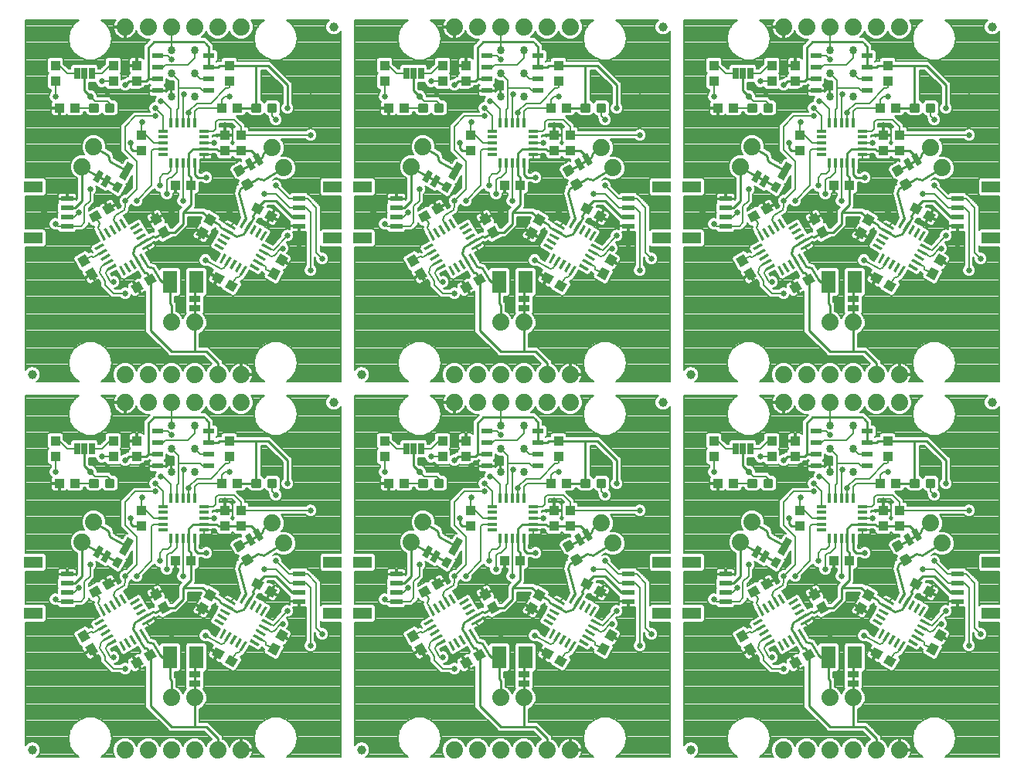
<source format=gtl>
G75*
%MOIN*%
%OFA0B0*%
%FSLAX25Y25*%
%IPPOS*%
%LPD*%
%AMOC8*
5,1,8,0,0,1.08239X$1,22.5*
%
%ADD10C,0.07400*%
%ADD11R,0.04331X0.03937*%
%ADD12R,0.02500X0.05000*%
%ADD13C,0.03937*%
%ADD14R,0.01181X0.04331*%
%ADD15R,0.04331X0.01181*%
%ADD16R,0.03937X0.04331*%
%ADD17R,0.04724X0.02362*%
%ADD18R,0.07874X0.04724*%
%ADD19R,0.05315X0.02362*%
%ADD20C,0.01181*%
%ADD21R,0.03150X0.03937*%
%ADD22R,0.03150X0.07480*%
%ADD23C,0.03400*%
%ADD24C,0.01000*%
%ADD25R,0.05000X0.02500*%
%ADD26R,0.06299X0.09449*%
%ADD27C,0.00700*%
%ADD28C,0.02600*%
%ADD29C,0.00600*%
%ADD30C,0.02900*%
D10*
X0059500Y0038334D03*
X0069500Y0038334D03*
X0079500Y0038334D03*
X0089500Y0038334D03*
X0099500Y0038334D03*
X0109500Y0038334D03*
X0089500Y0060834D03*
X0079500Y0060834D03*
X0041000Y0128003D03*
X0046000Y0136663D03*
X0059500Y0188333D03*
X0069500Y0188333D03*
X0079500Y0188333D03*
X0089500Y0188333D03*
X0099500Y0188333D03*
X0109500Y0188333D03*
X0109500Y0200334D03*
X0099500Y0200334D03*
X0089500Y0200334D03*
X0079500Y0200334D03*
X0069500Y0200334D03*
X0059500Y0200334D03*
X0079500Y0222834D03*
X0089500Y0222834D03*
X0128000Y0289503D03*
X0123000Y0298163D03*
X0109500Y0350333D03*
X0099500Y0350333D03*
X0089500Y0350333D03*
X0079500Y0350333D03*
X0069500Y0350333D03*
X0059500Y0350333D03*
X0046000Y0298663D03*
X0041000Y0290003D03*
X0183000Y0290003D03*
X0188000Y0298663D03*
X0201500Y0350333D03*
X0211500Y0350333D03*
X0221500Y0350333D03*
X0231500Y0350333D03*
X0241500Y0350333D03*
X0251500Y0350333D03*
X0265000Y0298163D03*
X0270000Y0289503D03*
X0325000Y0290003D03*
X0330000Y0298663D03*
X0343500Y0350333D03*
X0353500Y0350333D03*
X0363500Y0350333D03*
X0373500Y0350333D03*
X0383500Y0350333D03*
X0393500Y0350333D03*
X0407000Y0298163D03*
X0412000Y0289503D03*
X0373500Y0222834D03*
X0363500Y0222834D03*
X0363500Y0200334D03*
X0353500Y0200334D03*
X0343500Y0200334D03*
X0343500Y0188333D03*
X0353500Y0188333D03*
X0363500Y0188333D03*
X0373500Y0188333D03*
X0383500Y0188333D03*
X0393500Y0188333D03*
X0393500Y0200334D03*
X0383500Y0200334D03*
X0373500Y0200334D03*
X0407000Y0136163D03*
X0412000Y0127503D03*
X0373500Y0060834D03*
X0363500Y0060834D03*
X0363500Y0038334D03*
X0353500Y0038334D03*
X0343500Y0038334D03*
X0373500Y0038334D03*
X0383500Y0038334D03*
X0393500Y0038334D03*
X0325000Y0128003D03*
X0330000Y0136663D03*
X0270000Y0127503D03*
X0265000Y0136163D03*
X0251500Y0188333D03*
X0241500Y0188333D03*
X0231500Y0188333D03*
X0221500Y0188333D03*
X0211500Y0188333D03*
X0201500Y0188333D03*
X0201500Y0200334D03*
X0211500Y0200334D03*
X0221500Y0200334D03*
X0231500Y0200334D03*
X0241500Y0200334D03*
X0251500Y0200334D03*
X0231500Y0222834D03*
X0221500Y0222834D03*
X0188000Y0136663D03*
X0183000Y0128003D03*
X0128000Y0127503D03*
X0123000Y0136163D03*
X0221500Y0060834D03*
X0231500Y0060834D03*
X0231500Y0038334D03*
X0241500Y0038334D03*
X0251500Y0038334D03*
X0221500Y0038334D03*
X0211500Y0038334D03*
X0201500Y0038334D03*
D11*
G36*
X0203782Y0076604D02*
X0207530Y0078769D01*
X0209498Y0075362D01*
X0205750Y0073197D01*
X0203782Y0076604D01*
G37*
G36*
X0209579Y0079950D02*
X0213327Y0082115D01*
X0215295Y0078708D01*
X0211547Y0076543D01*
X0209579Y0079950D01*
G37*
G36*
X0218835Y0102543D02*
X0221000Y0098795D01*
X0217593Y0096827D01*
X0215428Y0100575D01*
X0218835Y0102543D01*
G37*
G36*
X0215488Y0108339D02*
X0217653Y0104591D01*
X0214246Y0102623D01*
X0212081Y0106371D01*
X0215488Y0108339D01*
G37*
X0223154Y0119833D03*
X0229846Y0119833D03*
G36*
X0235387Y0104342D02*
X0237552Y0108090D01*
X0240959Y0106122D01*
X0238794Y0102374D01*
X0235387Y0104342D01*
G37*
G36*
X0232041Y0098545D02*
X0234206Y0102293D01*
X0237613Y0100325D01*
X0235448Y0096577D01*
X0232041Y0098545D01*
G37*
G36*
X0242492Y0077221D02*
X0238744Y0079386D01*
X0240712Y0082793D01*
X0244460Y0080628D01*
X0242492Y0077221D01*
G37*
G36*
X0248288Y0073874D02*
X0244540Y0076039D01*
X0246508Y0079446D01*
X0250256Y0077281D01*
X0248288Y0073874D01*
G37*
G36*
X0263041Y0081045D02*
X0265206Y0084793D01*
X0268613Y0082825D01*
X0266448Y0079077D01*
X0263041Y0081045D01*
G37*
G36*
X0266387Y0086841D02*
X0268552Y0090589D01*
X0271959Y0088621D01*
X0269794Y0084873D01*
X0266387Y0086841D01*
G37*
G36*
X0265288Y0103874D02*
X0261540Y0106039D01*
X0263508Y0109446D01*
X0267256Y0107281D01*
X0265288Y0103874D01*
G37*
G36*
X0259492Y0107221D02*
X0255744Y0109386D01*
X0257712Y0112793D01*
X0261460Y0110628D01*
X0259492Y0107221D01*
G37*
X0249846Y0153333D03*
X0243154Y0153333D03*
G36*
X0191540Y0110628D02*
X0195288Y0112793D01*
X0197256Y0109386D01*
X0193508Y0107221D01*
X0191540Y0110628D01*
G37*
G36*
X0185744Y0107281D02*
X0189492Y0109446D01*
X0191460Y0106039D01*
X0187712Y0103874D01*
X0185744Y0107281D01*
G37*
G36*
X0184312Y0090339D02*
X0186477Y0086591D01*
X0183070Y0084623D01*
X0180905Y0088371D01*
X0184312Y0090339D01*
G37*
G36*
X0187658Y0084543D02*
X0189823Y0080795D01*
X0186416Y0078827D01*
X0184251Y0082575D01*
X0187658Y0084543D01*
G37*
G36*
X0124387Y0086841D02*
X0126552Y0090589D01*
X0129959Y0088621D01*
X0127794Y0084873D01*
X0124387Y0086841D01*
G37*
G36*
X0121041Y0081045D02*
X0123206Y0084793D01*
X0126613Y0082825D01*
X0124448Y0079077D01*
X0121041Y0081045D01*
G37*
G36*
X0106288Y0073874D02*
X0102540Y0076039D01*
X0104508Y0079446D01*
X0108256Y0077281D01*
X0106288Y0073874D01*
G37*
G36*
X0100492Y0077221D02*
X0096744Y0079386D01*
X0098712Y0082793D01*
X0102460Y0080628D01*
X0100492Y0077221D01*
G37*
G36*
X0090041Y0098545D02*
X0092206Y0102293D01*
X0095613Y0100325D01*
X0093448Y0096577D01*
X0090041Y0098545D01*
G37*
G36*
X0093387Y0104342D02*
X0095552Y0108090D01*
X0098959Y0106122D01*
X0096794Y0102374D01*
X0093387Y0104342D01*
G37*
X0087846Y0119833D03*
X0081154Y0119833D03*
G36*
X0073488Y0108339D02*
X0075653Y0104591D01*
X0072246Y0102623D01*
X0070081Y0106371D01*
X0073488Y0108339D01*
G37*
G36*
X0076835Y0102543D02*
X0079000Y0098795D01*
X0075593Y0096827D01*
X0073428Y0100575D01*
X0076835Y0102543D01*
G37*
G36*
X0049540Y0110628D02*
X0053288Y0112793D01*
X0055256Y0109386D01*
X0051508Y0107221D01*
X0049540Y0110628D01*
G37*
G36*
X0043744Y0107281D02*
X0047492Y0109446D01*
X0049460Y0106039D01*
X0045712Y0103874D01*
X0043744Y0107281D01*
G37*
G36*
X0042312Y0090339D02*
X0044477Y0086591D01*
X0041070Y0084623D01*
X0038905Y0088371D01*
X0042312Y0090339D01*
G37*
G36*
X0045658Y0084543D02*
X0047823Y0080795D01*
X0044416Y0078827D01*
X0042251Y0082575D01*
X0045658Y0084543D01*
G37*
G36*
X0061782Y0076604D02*
X0065530Y0078769D01*
X0067498Y0075362D01*
X0063750Y0073197D01*
X0061782Y0076604D01*
G37*
G36*
X0067579Y0079950D02*
X0071327Y0082115D01*
X0073295Y0078708D01*
X0069547Y0076543D01*
X0067579Y0079950D01*
G37*
G36*
X0117492Y0107221D02*
X0113744Y0109386D01*
X0115712Y0112793D01*
X0119460Y0110628D01*
X0117492Y0107221D01*
G37*
G36*
X0123288Y0103874D02*
X0119540Y0106039D01*
X0121508Y0109446D01*
X0125256Y0107281D01*
X0123288Y0103874D01*
G37*
X0107846Y0153333D03*
X0101154Y0153333D03*
X0037846Y0153333D03*
X0031154Y0153333D03*
G36*
X0061782Y0238604D02*
X0065530Y0240769D01*
X0067498Y0237362D01*
X0063750Y0235197D01*
X0061782Y0238604D01*
G37*
G36*
X0067579Y0241950D02*
X0071327Y0244115D01*
X0073295Y0240708D01*
X0069547Y0238543D01*
X0067579Y0241950D01*
G37*
G36*
X0076835Y0264543D02*
X0079000Y0260795D01*
X0075593Y0258827D01*
X0073428Y0262575D01*
X0076835Y0264543D01*
G37*
G36*
X0073488Y0270339D02*
X0075653Y0266591D01*
X0072246Y0264623D01*
X0070081Y0268371D01*
X0073488Y0270339D01*
G37*
X0081154Y0281833D03*
X0087846Y0281833D03*
G36*
X0093387Y0266342D02*
X0095552Y0270090D01*
X0098959Y0268122D01*
X0096794Y0264374D01*
X0093387Y0266342D01*
G37*
G36*
X0090041Y0260545D02*
X0092206Y0264293D01*
X0095613Y0262325D01*
X0093448Y0258577D01*
X0090041Y0260545D01*
G37*
G36*
X0100492Y0239221D02*
X0096744Y0241386D01*
X0098712Y0244793D01*
X0102460Y0242628D01*
X0100492Y0239221D01*
G37*
G36*
X0106288Y0235874D02*
X0102540Y0238039D01*
X0104508Y0241446D01*
X0108256Y0239281D01*
X0106288Y0235874D01*
G37*
G36*
X0121041Y0243045D02*
X0123206Y0246793D01*
X0126613Y0244825D01*
X0124448Y0241077D01*
X0121041Y0243045D01*
G37*
G36*
X0124387Y0248841D02*
X0126552Y0252589D01*
X0129959Y0250621D01*
X0127794Y0246873D01*
X0124387Y0248841D01*
G37*
G36*
X0123288Y0265874D02*
X0119540Y0268039D01*
X0121508Y0271446D01*
X0125256Y0269281D01*
X0123288Y0265874D01*
G37*
G36*
X0117492Y0269221D02*
X0113744Y0271386D01*
X0115712Y0274793D01*
X0119460Y0272628D01*
X0117492Y0269221D01*
G37*
X0107846Y0315333D03*
X0101154Y0315333D03*
G36*
X0049540Y0272628D02*
X0053288Y0274793D01*
X0055256Y0271386D01*
X0051508Y0269221D01*
X0049540Y0272628D01*
G37*
G36*
X0043744Y0269281D02*
X0047492Y0271446D01*
X0049460Y0268039D01*
X0045712Y0265874D01*
X0043744Y0269281D01*
G37*
G36*
X0042312Y0252339D02*
X0044477Y0248591D01*
X0041070Y0246623D01*
X0038905Y0250371D01*
X0042312Y0252339D01*
G37*
G36*
X0045658Y0246543D02*
X0047823Y0242795D01*
X0044416Y0240827D01*
X0042251Y0244575D01*
X0045658Y0246543D01*
G37*
X0037846Y0315333D03*
X0031154Y0315333D03*
X0173154Y0315333D03*
X0179846Y0315333D03*
G36*
X0191540Y0272628D02*
X0195288Y0274793D01*
X0197256Y0271386D01*
X0193508Y0269221D01*
X0191540Y0272628D01*
G37*
G36*
X0185744Y0269281D02*
X0189492Y0271446D01*
X0191460Y0268039D01*
X0187712Y0265874D01*
X0185744Y0269281D01*
G37*
G36*
X0184312Y0252339D02*
X0186477Y0248591D01*
X0183070Y0246623D01*
X0180905Y0250371D01*
X0184312Y0252339D01*
G37*
G36*
X0187658Y0246543D02*
X0189823Y0242795D01*
X0186416Y0240827D01*
X0184251Y0244575D01*
X0187658Y0246543D01*
G37*
G36*
X0203782Y0238604D02*
X0207530Y0240769D01*
X0209498Y0237362D01*
X0205750Y0235197D01*
X0203782Y0238604D01*
G37*
G36*
X0209579Y0241950D02*
X0213327Y0244115D01*
X0215295Y0240708D01*
X0211547Y0238543D01*
X0209579Y0241950D01*
G37*
G36*
X0218835Y0264543D02*
X0221000Y0260795D01*
X0217593Y0258827D01*
X0215428Y0262575D01*
X0218835Y0264543D01*
G37*
G36*
X0215488Y0270339D02*
X0217653Y0266591D01*
X0214246Y0264623D01*
X0212081Y0268371D01*
X0215488Y0270339D01*
G37*
X0223154Y0281833D03*
X0229846Y0281833D03*
G36*
X0235387Y0266342D02*
X0237552Y0270090D01*
X0240959Y0268122D01*
X0238794Y0264374D01*
X0235387Y0266342D01*
G37*
G36*
X0232041Y0260545D02*
X0234206Y0264293D01*
X0237613Y0262325D01*
X0235448Y0258577D01*
X0232041Y0260545D01*
G37*
G36*
X0242492Y0239221D02*
X0238744Y0241386D01*
X0240712Y0244793D01*
X0244460Y0242628D01*
X0242492Y0239221D01*
G37*
G36*
X0248288Y0235874D02*
X0244540Y0238039D01*
X0246508Y0241446D01*
X0250256Y0239281D01*
X0248288Y0235874D01*
G37*
G36*
X0263041Y0243045D02*
X0265206Y0246793D01*
X0268613Y0244825D01*
X0266448Y0241077D01*
X0263041Y0243045D01*
G37*
G36*
X0266387Y0248841D02*
X0268552Y0252589D01*
X0271959Y0250621D01*
X0269794Y0246873D01*
X0266387Y0248841D01*
G37*
G36*
X0265288Y0265874D02*
X0261540Y0268039D01*
X0263508Y0271446D01*
X0267256Y0269281D01*
X0265288Y0265874D01*
G37*
G36*
X0259492Y0269221D02*
X0255744Y0271386D01*
X0257712Y0274793D01*
X0261460Y0272628D01*
X0259492Y0269221D01*
G37*
X0249846Y0315333D03*
X0243154Y0315333D03*
X0315154Y0315333D03*
X0321846Y0315333D03*
X0365154Y0281833D03*
X0371846Y0281833D03*
G36*
X0377387Y0266342D02*
X0379552Y0270090D01*
X0382959Y0268122D01*
X0380794Y0264374D01*
X0377387Y0266342D01*
G37*
G36*
X0374041Y0260545D02*
X0376206Y0264293D01*
X0379613Y0262325D01*
X0377448Y0258577D01*
X0374041Y0260545D01*
G37*
G36*
X0360835Y0264543D02*
X0363000Y0260795D01*
X0359593Y0258827D01*
X0357428Y0262575D01*
X0360835Y0264543D01*
G37*
G36*
X0357488Y0270339D02*
X0359653Y0266591D01*
X0356246Y0264623D01*
X0354081Y0268371D01*
X0357488Y0270339D01*
G37*
G36*
X0333540Y0272628D02*
X0337288Y0274793D01*
X0339256Y0271386D01*
X0335508Y0269221D01*
X0333540Y0272628D01*
G37*
G36*
X0327744Y0269281D02*
X0331492Y0271446D01*
X0333460Y0268039D01*
X0329712Y0265874D01*
X0327744Y0269281D01*
G37*
G36*
X0326312Y0252339D02*
X0328477Y0248591D01*
X0325070Y0246623D01*
X0322905Y0250371D01*
X0326312Y0252339D01*
G37*
G36*
X0329658Y0246543D02*
X0331823Y0242795D01*
X0328416Y0240827D01*
X0326251Y0244575D01*
X0329658Y0246543D01*
G37*
G36*
X0345782Y0238604D02*
X0349530Y0240769D01*
X0351498Y0237362D01*
X0347750Y0235197D01*
X0345782Y0238604D01*
G37*
G36*
X0351579Y0241950D02*
X0355327Y0244115D01*
X0357295Y0240708D01*
X0353547Y0238543D01*
X0351579Y0241950D01*
G37*
G36*
X0384492Y0239221D02*
X0380744Y0241386D01*
X0382712Y0244793D01*
X0386460Y0242628D01*
X0384492Y0239221D01*
G37*
G36*
X0390288Y0235874D02*
X0386540Y0238039D01*
X0388508Y0241446D01*
X0392256Y0239281D01*
X0390288Y0235874D01*
G37*
G36*
X0405041Y0243045D02*
X0407206Y0246793D01*
X0410613Y0244825D01*
X0408448Y0241077D01*
X0405041Y0243045D01*
G37*
G36*
X0408387Y0248841D02*
X0410552Y0252589D01*
X0413959Y0250621D01*
X0411794Y0246873D01*
X0408387Y0248841D01*
G37*
G36*
X0407288Y0265874D02*
X0403540Y0268039D01*
X0405508Y0271446D01*
X0409256Y0269281D01*
X0407288Y0265874D01*
G37*
G36*
X0401492Y0269221D02*
X0397744Y0271386D01*
X0399712Y0274793D01*
X0403460Y0272628D01*
X0401492Y0269221D01*
G37*
X0391846Y0315333D03*
X0385154Y0315333D03*
X0385154Y0153333D03*
X0391846Y0153333D03*
X0371846Y0119833D03*
X0365154Y0119833D03*
G36*
X0357488Y0108339D02*
X0359653Y0104591D01*
X0356246Y0102623D01*
X0354081Y0106371D01*
X0357488Y0108339D01*
G37*
G36*
X0360835Y0102543D02*
X0363000Y0098795D01*
X0359593Y0096827D01*
X0357428Y0100575D01*
X0360835Y0102543D01*
G37*
G36*
X0374041Y0098545D02*
X0376206Y0102293D01*
X0379613Y0100325D01*
X0377448Y0096577D01*
X0374041Y0098545D01*
G37*
G36*
X0377387Y0104342D02*
X0379552Y0108090D01*
X0382959Y0106122D01*
X0380794Y0102374D01*
X0377387Y0104342D01*
G37*
G36*
X0401492Y0107221D02*
X0397744Y0109386D01*
X0399712Y0112793D01*
X0403460Y0110628D01*
X0401492Y0107221D01*
G37*
G36*
X0407288Y0103874D02*
X0403540Y0106039D01*
X0405508Y0109446D01*
X0409256Y0107281D01*
X0407288Y0103874D01*
G37*
G36*
X0408387Y0086841D02*
X0410552Y0090589D01*
X0413959Y0088621D01*
X0411794Y0084873D01*
X0408387Y0086841D01*
G37*
G36*
X0405041Y0081045D02*
X0407206Y0084793D01*
X0410613Y0082825D01*
X0408448Y0079077D01*
X0405041Y0081045D01*
G37*
G36*
X0390288Y0073874D02*
X0386540Y0076039D01*
X0388508Y0079446D01*
X0392256Y0077281D01*
X0390288Y0073874D01*
G37*
G36*
X0384492Y0077221D02*
X0380744Y0079386D01*
X0382712Y0082793D01*
X0386460Y0080628D01*
X0384492Y0077221D01*
G37*
G36*
X0351579Y0079950D02*
X0355327Y0082115D01*
X0357295Y0078708D01*
X0353547Y0076543D01*
X0351579Y0079950D01*
G37*
G36*
X0345782Y0076604D02*
X0349530Y0078769D01*
X0351498Y0075362D01*
X0347750Y0073197D01*
X0345782Y0076604D01*
G37*
G36*
X0329658Y0084543D02*
X0331823Y0080795D01*
X0328416Y0078827D01*
X0326251Y0082575D01*
X0329658Y0084543D01*
G37*
G36*
X0326312Y0090339D02*
X0328477Y0086591D01*
X0325070Y0084623D01*
X0322905Y0088371D01*
X0326312Y0090339D01*
G37*
G36*
X0327744Y0107281D02*
X0331492Y0109446D01*
X0333460Y0106039D01*
X0329712Y0103874D01*
X0327744Y0107281D01*
G37*
G36*
X0333540Y0110628D02*
X0337288Y0112793D01*
X0339256Y0109386D01*
X0335508Y0107221D01*
X0333540Y0110628D01*
G37*
X0321846Y0153333D03*
X0315154Y0153333D03*
X0179846Y0153333D03*
X0173154Y0153333D03*
D12*
X0180800Y0168333D03*
X0184000Y0168333D03*
X0187200Y0168333D03*
G36*
X0190081Y0126614D02*
X0192246Y0125364D01*
X0189747Y0121034D01*
X0187582Y0122284D01*
X0190081Y0126614D01*
G37*
G36*
X0193545Y0124614D02*
X0195710Y0123364D01*
X0193211Y0119034D01*
X0191046Y0120284D01*
X0193545Y0124614D01*
G37*
G36*
X0257826Y0127574D02*
X0255661Y0126324D01*
X0253162Y0130654D01*
X0255327Y0131904D01*
X0257826Y0127574D01*
G37*
G36*
X0261290Y0129574D02*
X0259125Y0128324D01*
X0256626Y0132654D01*
X0258791Y0133904D01*
X0261290Y0129574D01*
G37*
X0322800Y0168333D03*
X0326000Y0168333D03*
X0329200Y0168333D03*
G36*
X0332081Y0126614D02*
X0334246Y0125364D01*
X0331747Y0121034D01*
X0329582Y0122284D01*
X0332081Y0126614D01*
G37*
G36*
X0335545Y0124614D02*
X0337710Y0123364D01*
X0335211Y0119034D01*
X0333046Y0120284D01*
X0335545Y0124614D01*
G37*
G36*
X0399826Y0127574D02*
X0397661Y0126324D01*
X0395162Y0130654D01*
X0397327Y0131904D01*
X0399826Y0127574D01*
G37*
G36*
X0403290Y0129574D02*
X0401125Y0128324D01*
X0398626Y0132654D01*
X0400791Y0133904D01*
X0403290Y0129574D01*
G37*
G36*
X0335545Y0286614D02*
X0337710Y0285364D01*
X0335211Y0281034D01*
X0333046Y0282284D01*
X0335545Y0286614D01*
G37*
G36*
X0332081Y0288614D02*
X0334246Y0287364D01*
X0331747Y0283034D01*
X0329582Y0284284D01*
X0332081Y0288614D01*
G37*
X0329200Y0330333D03*
X0326000Y0330333D03*
X0322800Y0330333D03*
G36*
X0261290Y0291574D02*
X0259125Y0290324D01*
X0256626Y0294654D01*
X0258791Y0295904D01*
X0261290Y0291574D01*
G37*
G36*
X0257826Y0289574D02*
X0255661Y0288324D01*
X0253162Y0292654D01*
X0255327Y0293904D01*
X0257826Y0289574D01*
G37*
G36*
X0193545Y0286614D02*
X0195710Y0285364D01*
X0193211Y0281034D01*
X0191046Y0282284D01*
X0193545Y0286614D01*
G37*
G36*
X0190081Y0288614D02*
X0192246Y0287364D01*
X0189747Y0283034D01*
X0187582Y0284284D01*
X0190081Y0288614D01*
G37*
X0187200Y0330333D03*
X0184000Y0330333D03*
X0180800Y0330333D03*
G36*
X0119290Y0291574D02*
X0117125Y0290324D01*
X0114626Y0294654D01*
X0116791Y0295904D01*
X0119290Y0291574D01*
G37*
G36*
X0115826Y0289574D02*
X0113661Y0288324D01*
X0111162Y0292654D01*
X0113327Y0293904D01*
X0115826Y0289574D01*
G37*
G36*
X0051545Y0286614D02*
X0053710Y0285364D01*
X0051211Y0281034D01*
X0049046Y0282284D01*
X0051545Y0286614D01*
G37*
G36*
X0048081Y0288614D02*
X0050246Y0287364D01*
X0047747Y0283034D01*
X0045582Y0284284D01*
X0048081Y0288614D01*
G37*
X0045200Y0330333D03*
X0042000Y0330333D03*
X0038800Y0330333D03*
X0038800Y0168333D03*
X0042000Y0168333D03*
X0045200Y0168333D03*
G36*
X0048081Y0126614D02*
X0050246Y0125364D01*
X0047747Y0121034D01*
X0045582Y0122284D01*
X0048081Y0126614D01*
G37*
G36*
X0051545Y0124614D02*
X0053710Y0123364D01*
X0051211Y0119034D01*
X0049046Y0120284D01*
X0051545Y0124614D01*
G37*
G36*
X0115826Y0127574D02*
X0113661Y0126324D01*
X0111162Y0130654D01*
X0113327Y0131904D01*
X0115826Y0127574D01*
G37*
G36*
X0119290Y0129574D02*
X0117125Y0128324D01*
X0114626Y0132654D01*
X0116791Y0133904D01*
X0119290Y0129574D01*
G37*
G36*
X0399826Y0289574D02*
X0397661Y0288324D01*
X0395162Y0292654D01*
X0397327Y0293904D01*
X0399826Y0289574D01*
G37*
G36*
X0403290Y0291574D02*
X0401125Y0290324D01*
X0398626Y0294654D01*
X0400791Y0295904D01*
X0403290Y0291574D01*
G37*
D13*
X0433500Y0350333D03*
X0291500Y0350333D03*
X0149500Y0350333D03*
X0161500Y0200333D03*
X0149500Y0188333D03*
X0019500Y0200333D03*
X0019500Y0038333D03*
X0161500Y0038333D03*
X0303500Y0038333D03*
X0291500Y0188333D03*
X0303500Y0200333D03*
X0433500Y0188333D03*
D14*
G36*
X0397253Y0247141D02*
X0397843Y0248163D01*
X0401591Y0245999D01*
X0401001Y0244977D01*
X0397253Y0247141D01*
G37*
G36*
X0395153Y0247442D02*
X0396175Y0246852D01*
X0394011Y0243104D01*
X0392989Y0243694D01*
X0395153Y0247442D01*
G37*
G36*
X0392936Y0248722D02*
X0393958Y0248132D01*
X0391794Y0244384D01*
X0390772Y0244974D01*
X0392936Y0248722D01*
G37*
G36*
X0390720Y0250001D02*
X0391742Y0249411D01*
X0389578Y0245663D01*
X0388556Y0246253D01*
X0390720Y0250001D01*
G37*
G36*
X0388504Y0251281D02*
X0389526Y0250691D01*
X0387362Y0246943D01*
X0386340Y0247533D01*
X0388504Y0251281D01*
G37*
G36*
X0386288Y0252561D02*
X0387310Y0251971D01*
X0385146Y0248223D01*
X0384124Y0248813D01*
X0386288Y0252561D01*
G37*
G36*
X0386248Y0254858D02*
X0385658Y0253836D01*
X0381910Y0256000D01*
X0382500Y0257022D01*
X0386248Y0254858D01*
G37*
G36*
X0387527Y0257074D02*
X0386937Y0256052D01*
X0383189Y0258216D01*
X0383779Y0259238D01*
X0387527Y0257074D01*
G37*
G36*
X0388807Y0259290D02*
X0388217Y0258268D01*
X0384469Y0260432D01*
X0385059Y0261454D01*
X0388807Y0259290D01*
G37*
G36*
X0390086Y0261506D02*
X0389496Y0260484D01*
X0385748Y0262648D01*
X0386338Y0263670D01*
X0390086Y0261506D01*
G37*
G36*
X0391366Y0263722D02*
X0390776Y0262700D01*
X0387028Y0264864D01*
X0387618Y0265886D01*
X0391366Y0263722D01*
G37*
G36*
X0393807Y0263225D02*
X0392785Y0263815D01*
X0394949Y0267563D01*
X0395971Y0266973D01*
X0393807Y0263225D01*
G37*
G36*
X0396023Y0261945D02*
X0395001Y0262535D01*
X0397165Y0266283D01*
X0398187Y0265693D01*
X0396023Y0261945D01*
G37*
G36*
X0398240Y0260665D02*
X0397218Y0261255D01*
X0399382Y0265003D01*
X0400404Y0264413D01*
X0398240Y0260665D01*
G37*
G36*
X0400456Y0259386D02*
X0399434Y0259976D01*
X0401598Y0263724D01*
X0402620Y0263134D01*
X0400456Y0259386D01*
G37*
G36*
X0402672Y0258106D02*
X0401650Y0258696D01*
X0403814Y0262444D01*
X0404836Y0261854D01*
X0402672Y0258106D01*
G37*
G36*
X0402371Y0256006D02*
X0402961Y0257028D01*
X0406709Y0254864D01*
X0406119Y0253842D01*
X0402371Y0256006D01*
G37*
G36*
X0401091Y0253790D02*
X0401681Y0254812D01*
X0405429Y0252648D01*
X0404839Y0251626D01*
X0401091Y0253790D01*
G37*
G36*
X0399812Y0251574D02*
X0400402Y0252596D01*
X0404150Y0250432D01*
X0403560Y0249410D01*
X0399812Y0251574D01*
G37*
G36*
X0398532Y0249358D02*
X0399122Y0250380D01*
X0402870Y0248216D01*
X0402280Y0247194D01*
X0398532Y0249358D01*
G37*
X0373618Y0291672D03*
X0371059Y0291672D03*
X0368500Y0291672D03*
X0365941Y0291672D03*
X0363382Y0291672D03*
X0363382Y0308995D03*
X0365941Y0308995D03*
X0368500Y0308995D03*
X0371059Y0308995D03*
X0373618Y0308995D03*
G36*
X0346224Y0262700D02*
X0345634Y0263722D01*
X0349382Y0265886D01*
X0349972Y0264864D01*
X0346224Y0262700D01*
G37*
G36*
X0347504Y0260484D02*
X0346914Y0261506D01*
X0350662Y0263670D01*
X0351252Y0262648D01*
X0347504Y0260484D01*
G37*
G36*
X0348783Y0258268D02*
X0348193Y0259290D01*
X0351941Y0261454D01*
X0352531Y0260432D01*
X0348783Y0258268D01*
G37*
G36*
X0350063Y0256052D02*
X0349473Y0257074D01*
X0353221Y0259238D01*
X0353811Y0258216D01*
X0350063Y0256052D01*
G37*
G36*
X0351342Y0253836D02*
X0350752Y0254858D01*
X0354500Y0257022D01*
X0355090Y0256000D01*
X0351342Y0253836D01*
G37*
G36*
X0349690Y0251970D02*
X0350712Y0252560D01*
X0352876Y0248812D01*
X0351854Y0248222D01*
X0349690Y0251970D01*
G37*
G36*
X0347474Y0250691D02*
X0348496Y0251281D01*
X0350660Y0247533D01*
X0349638Y0246943D01*
X0347474Y0250691D01*
G37*
G36*
X0345258Y0249411D02*
X0346280Y0250001D01*
X0348444Y0246253D01*
X0347422Y0245663D01*
X0345258Y0249411D01*
G37*
G36*
X0343042Y0248132D02*
X0344064Y0248722D01*
X0346228Y0244974D01*
X0345206Y0244384D01*
X0343042Y0248132D01*
G37*
G36*
X0340825Y0246852D02*
X0341847Y0247442D01*
X0344011Y0243694D01*
X0342989Y0243104D01*
X0340825Y0246852D01*
G37*
G36*
X0339157Y0248163D02*
X0339747Y0247141D01*
X0335999Y0244977D01*
X0335409Y0245999D01*
X0339157Y0248163D01*
G37*
G36*
X0337878Y0250380D02*
X0338468Y0249358D01*
X0334720Y0247194D01*
X0334130Y0248216D01*
X0337878Y0250380D01*
G37*
G36*
X0336598Y0252596D02*
X0337188Y0251574D01*
X0333440Y0249410D01*
X0332850Y0250432D01*
X0336598Y0252596D01*
G37*
G36*
X0335319Y0254812D02*
X0335909Y0253790D01*
X0332161Y0251626D01*
X0331571Y0252648D01*
X0335319Y0254812D01*
G37*
G36*
X0334039Y0257028D02*
X0334629Y0256006D01*
X0330881Y0253842D01*
X0330291Y0254864D01*
X0334039Y0257028D01*
G37*
G36*
X0335350Y0258696D02*
X0334328Y0258106D01*
X0332164Y0261854D01*
X0333186Y0262444D01*
X0335350Y0258696D01*
G37*
G36*
X0337566Y0259976D02*
X0336544Y0259386D01*
X0334380Y0263134D01*
X0335402Y0263724D01*
X0337566Y0259976D01*
G37*
G36*
X0339782Y0261255D02*
X0338760Y0260665D01*
X0336596Y0264413D01*
X0337618Y0265003D01*
X0339782Y0261255D01*
G37*
G36*
X0341999Y0262535D02*
X0340977Y0261945D01*
X0338813Y0265693D01*
X0339835Y0266283D01*
X0341999Y0262535D01*
G37*
G36*
X0344215Y0263815D02*
X0343193Y0263225D01*
X0341029Y0266973D01*
X0342051Y0267563D01*
X0344215Y0263815D01*
G37*
G36*
X0260371Y0256006D02*
X0260961Y0257028D01*
X0264709Y0254864D01*
X0264119Y0253842D01*
X0260371Y0256006D01*
G37*
G36*
X0259091Y0253790D02*
X0259681Y0254812D01*
X0263429Y0252648D01*
X0262839Y0251626D01*
X0259091Y0253790D01*
G37*
G36*
X0257812Y0251574D02*
X0258402Y0252596D01*
X0262150Y0250432D01*
X0261560Y0249410D01*
X0257812Y0251574D01*
G37*
G36*
X0256532Y0249358D02*
X0257122Y0250380D01*
X0260870Y0248216D01*
X0260280Y0247194D01*
X0256532Y0249358D01*
G37*
G36*
X0255253Y0247141D02*
X0255843Y0248163D01*
X0259591Y0245999D01*
X0259001Y0244977D01*
X0255253Y0247141D01*
G37*
G36*
X0253153Y0247442D02*
X0254175Y0246852D01*
X0252011Y0243104D01*
X0250989Y0243694D01*
X0253153Y0247442D01*
G37*
G36*
X0250936Y0248722D02*
X0251958Y0248132D01*
X0249794Y0244384D01*
X0248772Y0244974D01*
X0250936Y0248722D01*
G37*
G36*
X0248720Y0250001D02*
X0249742Y0249411D01*
X0247578Y0245663D01*
X0246556Y0246253D01*
X0248720Y0250001D01*
G37*
G36*
X0246504Y0251281D02*
X0247526Y0250691D01*
X0245362Y0246943D01*
X0244340Y0247533D01*
X0246504Y0251281D01*
G37*
G36*
X0244288Y0252561D02*
X0245310Y0251971D01*
X0243146Y0248223D01*
X0242124Y0248813D01*
X0244288Y0252561D01*
G37*
G36*
X0244248Y0254858D02*
X0243658Y0253836D01*
X0239910Y0256000D01*
X0240500Y0257022D01*
X0244248Y0254858D01*
G37*
G36*
X0245527Y0257074D02*
X0244937Y0256052D01*
X0241189Y0258216D01*
X0241779Y0259238D01*
X0245527Y0257074D01*
G37*
G36*
X0246807Y0259290D02*
X0246217Y0258268D01*
X0242469Y0260432D01*
X0243059Y0261454D01*
X0246807Y0259290D01*
G37*
G36*
X0248086Y0261506D02*
X0247496Y0260484D01*
X0243748Y0262648D01*
X0244338Y0263670D01*
X0248086Y0261506D01*
G37*
G36*
X0249366Y0263722D02*
X0248776Y0262700D01*
X0245028Y0264864D01*
X0245618Y0265886D01*
X0249366Y0263722D01*
G37*
G36*
X0251807Y0263225D02*
X0250785Y0263815D01*
X0252949Y0267563D01*
X0253971Y0266973D01*
X0251807Y0263225D01*
G37*
G36*
X0254023Y0261945D02*
X0253001Y0262535D01*
X0255165Y0266283D01*
X0256187Y0265693D01*
X0254023Y0261945D01*
G37*
G36*
X0256240Y0260665D02*
X0255218Y0261255D01*
X0257382Y0265003D01*
X0258404Y0264413D01*
X0256240Y0260665D01*
G37*
G36*
X0258456Y0259386D02*
X0257434Y0259976D01*
X0259598Y0263724D01*
X0260620Y0263134D01*
X0258456Y0259386D01*
G37*
G36*
X0260672Y0258106D02*
X0259650Y0258696D01*
X0261814Y0262444D01*
X0262836Y0261854D01*
X0260672Y0258106D01*
G37*
X0231618Y0291672D03*
X0229059Y0291672D03*
X0226500Y0291672D03*
X0223941Y0291672D03*
X0221382Y0291672D03*
X0221382Y0308995D03*
X0223941Y0308995D03*
X0226500Y0308995D03*
X0229059Y0308995D03*
X0231618Y0308995D03*
G36*
X0204224Y0262700D02*
X0203634Y0263722D01*
X0207382Y0265886D01*
X0207972Y0264864D01*
X0204224Y0262700D01*
G37*
G36*
X0205504Y0260484D02*
X0204914Y0261506D01*
X0208662Y0263670D01*
X0209252Y0262648D01*
X0205504Y0260484D01*
G37*
G36*
X0206783Y0258268D02*
X0206193Y0259290D01*
X0209941Y0261454D01*
X0210531Y0260432D01*
X0206783Y0258268D01*
G37*
G36*
X0208063Y0256052D02*
X0207473Y0257074D01*
X0211221Y0259238D01*
X0211811Y0258216D01*
X0208063Y0256052D01*
G37*
G36*
X0209342Y0253836D02*
X0208752Y0254858D01*
X0212500Y0257022D01*
X0213090Y0256000D01*
X0209342Y0253836D01*
G37*
G36*
X0207690Y0251970D02*
X0208712Y0252560D01*
X0210876Y0248812D01*
X0209854Y0248222D01*
X0207690Y0251970D01*
G37*
G36*
X0205474Y0250691D02*
X0206496Y0251281D01*
X0208660Y0247533D01*
X0207638Y0246943D01*
X0205474Y0250691D01*
G37*
G36*
X0203258Y0249411D02*
X0204280Y0250001D01*
X0206444Y0246253D01*
X0205422Y0245663D01*
X0203258Y0249411D01*
G37*
G36*
X0201042Y0248132D02*
X0202064Y0248722D01*
X0204228Y0244974D01*
X0203206Y0244384D01*
X0201042Y0248132D01*
G37*
G36*
X0198825Y0246852D02*
X0199847Y0247442D01*
X0202011Y0243694D01*
X0200989Y0243104D01*
X0198825Y0246852D01*
G37*
G36*
X0197157Y0248163D02*
X0197747Y0247141D01*
X0193999Y0244977D01*
X0193409Y0245999D01*
X0197157Y0248163D01*
G37*
G36*
X0195878Y0250380D02*
X0196468Y0249358D01*
X0192720Y0247194D01*
X0192130Y0248216D01*
X0195878Y0250380D01*
G37*
G36*
X0194598Y0252596D02*
X0195188Y0251574D01*
X0191440Y0249410D01*
X0190850Y0250432D01*
X0194598Y0252596D01*
G37*
G36*
X0193319Y0254812D02*
X0193909Y0253790D01*
X0190161Y0251626D01*
X0189571Y0252648D01*
X0193319Y0254812D01*
G37*
G36*
X0192039Y0257028D02*
X0192629Y0256006D01*
X0188881Y0253842D01*
X0188291Y0254864D01*
X0192039Y0257028D01*
G37*
G36*
X0193350Y0258696D02*
X0192328Y0258106D01*
X0190164Y0261854D01*
X0191186Y0262444D01*
X0193350Y0258696D01*
G37*
G36*
X0195566Y0259976D02*
X0194544Y0259386D01*
X0192380Y0263134D01*
X0193402Y0263724D01*
X0195566Y0259976D01*
G37*
G36*
X0197782Y0261255D02*
X0196760Y0260665D01*
X0194596Y0264413D01*
X0195618Y0265003D01*
X0197782Y0261255D01*
G37*
G36*
X0199999Y0262535D02*
X0198977Y0261945D01*
X0196813Y0265693D01*
X0197835Y0266283D01*
X0199999Y0262535D01*
G37*
G36*
X0202215Y0263815D02*
X0201193Y0263225D01*
X0199029Y0266973D01*
X0200051Y0267563D01*
X0202215Y0263815D01*
G37*
G36*
X0118371Y0256006D02*
X0118961Y0257028D01*
X0122709Y0254864D01*
X0122119Y0253842D01*
X0118371Y0256006D01*
G37*
G36*
X0117091Y0253790D02*
X0117681Y0254812D01*
X0121429Y0252648D01*
X0120839Y0251626D01*
X0117091Y0253790D01*
G37*
G36*
X0115812Y0251574D02*
X0116402Y0252596D01*
X0120150Y0250432D01*
X0119560Y0249410D01*
X0115812Y0251574D01*
G37*
G36*
X0114532Y0249358D02*
X0115122Y0250380D01*
X0118870Y0248216D01*
X0118280Y0247194D01*
X0114532Y0249358D01*
G37*
G36*
X0113253Y0247141D02*
X0113843Y0248163D01*
X0117591Y0245999D01*
X0117001Y0244977D01*
X0113253Y0247141D01*
G37*
G36*
X0111153Y0247442D02*
X0112175Y0246852D01*
X0110011Y0243104D01*
X0108989Y0243694D01*
X0111153Y0247442D01*
G37*
G36*
X0108936Y0248722D02*
X0109958Y0248132D01*
X0107794Y0244384D01*
X0106772Y0244974D01*
X0108936Y0248722D01*
G37*
G36*
X0106720Y0250001D02*
X0107742Y0249411D01*
X0105578Y0245663D01*
X0104556Y0246253D01*
X0106720Y0250001D01*
G37*
G36*
X0104504Y0251281D02*
X0105526Y0250691D01*
X0103362Y0246943D01*
X0102340Y0247533D01*
X0104504Y0251281D01*
G37*
G36*
X0102288Y0252561D02*
X0103310Y0251971D01*
X0101146Y0248223D01*
X0100124Y0248813D01*
X0102288Y0252561D01*
G37*
G36*
X0102248Y0254858D02*
X0101658Y0253836D01*
X0097910Y0256000D01*
X0098500Y0257022D01*
X0102248Y0254858D01*
G37*
G36*
X0103527Y0257074D02*
X0102937Y0256052D01*
X0099189Y0258216D01*
X0099779Y0259238D01*
X0103527Y0257074D01*
G37*
G36*
X0104807Y0259290D02*
X0104217Y0258268D01*
X0100469Y0260432D01*
X0101059Y0261454D01*
X0104807Y0259290D01*
G37*
G36*
X0106086Y0261506D02*
X0105496Y0260484D01*
X0101748Y0262648D01*
X0102338Y0263670D01*
X0106086Y0261506D01*
G37*
G36*
X0107366Y0263722D02*
X0106776Y0262700D01*
X0103028Y0264864D01*
X0103618Y0265886D01*
X0107366Y0263722D01*
G37*
G36*
X0109807Y0263225D02*
X0108785Y0263815D01*
X0110949Y0267563D01*
X0111971Y0266973D01*
X0109807Y0263225D01*
G37*
G36*
X0112023Y0261945D02*
X0111001Y0262535D01*
X0113165Y0266283D01*
X0114187Y0265693D01*
X0112023Y0261945D01*
G37*
G36*
X0114240Y0260665D02*
X0113218Y0261255D01*
X0115382Y0265003D01*
X0116404Y0264413D01*
X0114240Y0260665D01*
G37*
G36*
X0116456Y0259386D02*
X0115434Y0259976D01*
X0117598Y0263724D01*
X0118620Y0263134D01*
X0116456Y0259386D01*
G37*
G36*
X0118672Y0258106D02*
X0117650Y0258696D01*
X0119814Y0262444D01*
X0120836Y0261854D01*
X0118672Y0258106D01*
G37*
X0089618Y0291672D03*
X0087059Y0291672D03*
X0084500Y0291672D03*
X0081941Y0291672D03*
X0079382Y0291672D03*
X0079382Y0308995D03*
X0081941Y0308995D03*
X0084500Y0308995D03*
X0087059Y0308995D03*
X0089618Y0308995D03*
G36*
X0062224Y0262700D02*
X0061634Y0263722D01*
X0065382Y0265886D01*
X0065972Y0264864D01*
X0062224Y0262700D01*
G37*
G36*
X0063504Y0260484D02*
X0062914Y0261506D01*
X0066662Y0263670D01*
X0067252Y0262648D01*
X0063504Y0260484D01*
G37*
G36*
X0064783Y0258268D02*
X0064193Y0259290D01*
X0067941Y0261454D01*
X0068531Y0260432D01*
X0064783Y0258268D01*
G37*
G36*
X0066063Y0256052D02*
X0065473Y0257074D01*
X0069221Y0259238D01*
X0069811Y0258216D01*
X0066063Y0256052D01*
G37*
G36*
X0067342Y0253836D02*
X0066752Y0254858D01*
X0070500Y0257022D01*
X0071090Y0256000D01*
X0067342Y0253836D01*
G37*
G36*
X0065690Y0251970D02*
X0066712Y0252560D01*
X0068876Y0248812D01*
X0067854Y0248222D01*
X0065690Y0251970D01*
G37*
G36*
X0063474Y0250691D02*
X0064496Y0251281D01*
X0066660Y0247533D01*
X0065638Y0246943D01*
X0063474Y0250691D01*
G37*
G36*
X0061258Y0249411D02*
X0062280Y0250001D01*
X0064444Y0246253D01*
X0063422Y0245663D01*
X0061258Y0249411D01*
G37*
G36*
X0059042Y0248132D02*
X0060064Y0248722D01*
X0062228Y0244974D01*
X0061206Y0244384D01*
X0059042Y0248132D01*
G37*
G36*
X0056825Y0246852D02*
X0057847Y0247442D01*
X0060011Y0243694D01*
X0058989Y0243104D01*
X0056825Y0246852D01*
G37*
G36*
X0055157Y0248163D02*
X0055747Y0247141D01*
X0051999Y0244977D01*
X0051409Y0245999D01*
X0055157Y0248163D01*
G37*
G36*
X0053878Y0250380D02*
X0054468Y0249358D01*
X0050720Y0247194D01*
X0050130Y0248216D01*
X0053878Y0250380D01*
G37*
G36*
X0052598Y0252596D02*
X0053188Y0251574D01*
X0049440Y0249410D01*
X0048850Y0250432D01*
X0052598Y0252596D01*
G37*
G36*
X0051319Y0254812D02*
X0051909Y0253790D01*
X0048161Y0251626D01*
X0047571Y0252648D01*
X0051319Y0254812D01*
G37*
G36*
X0050039Y0257028D02*
X0050629Y0256006D01*
X0046881Y0253842D01*
X0046291Y0254864D01*
X0050039Y0257028D01*
G37*
G36*
X0051350Y0258696D02*
X0050328Y0258106D01*
X0048164Y0261854D01*
X0049186Y0262444D01*
X0051350Y0258696D01*
G37*
G36*
X0053566Y0259976D02*
X0052544Y0259386D01*
X0050380Y0263134D01*
X0051402Y0263724D01*
X0053566Y0259976D01*
G37*
G36*
X0055782Y0261255D02*
X0054760Y0260665D01*
X0052596Y0264413D01*
X0053618Y0265003D01*
X0055782Y0261255D01*
G37*
G36*
X0057999Y0262535D02*
X0056977Y0261945D01*
X0054813Y0265693D01*
X0055835Y0266283D01*
X0057999Y0262535D01*
G37*
G36*
X0060215Y0263815D02*
X0059193Y0263225D01*
X0057029Y0266973D01*
X0058051Y0267563D01*
X0060215Y0263815D01*
G37*
X0079382Y0146995D03*
X0081941Y0146995D03*
X0084500Y0146995D03*
X0087059Y0146995D03*
X0089618Y0146995D03*
X0089618Y0129672D03*
X0087059Y0129672D03*
X0084500Y0129672D03*
X0081941Y0129672D03*
X0079382Y0129672D03*
G36*
X0062224Y0100700D02*
X0061634Y0101722D01*
X0065382Y0103886D01*
X0065972Y0102864D01*
X0062224Y0100700D01*
G37*
G36*
X0063504Y0098484D02*
X0062914Y0099506D01*
X0066662Y0101670D01*
X0067252Y0100648D01*
X0063504Y0098484D01*
G37*
G36*
X0064783Y0096268D02*
X0064193Y0097290D01*
X0067941Y0099454D01*
X0068531Y0098432D01*
X0064783Y0096268D01*
G37*
G36*
X0066063Y0094052D02*
X0065473Y0095074D01*
X0069221Y0097238D01*
X0069811Y0096216D01*
X0066063Y0094052D01*
G37*
G36*
X0067342Y0091836D02*
X0066752Y0092858D01*
X0070500Y0095022D01*
X0071090Y0094000D01*
X0067342Y0091836D01*
G37*
G36*
X0065690Y0089970D02*
X0066712Y0090560D01*
X0068876Y0086812D01*
X0067854Y0086222D01*
X0065690Y0089970D01*
G37*
G36*
X0063474Y0088691D02*
X0064496Y0089281D01*
X0066660Y0085533D01*
X0065638Y0084943D01*
X0063474Y0088691D01*
G37*
G36*
X0061258Y0087411D02*
X0062280Y0088001D01*
X0064444Y0084253D01*
X0063422Y0083663D01*
X0061258Y0087411D01*
G37*
G36*
X0059042Y0086132D02*
X0060064Y0086722D01*
X0062228Y0082974D01*
X0061206Y0082384D01*
X0059042Y0086132D01*
G37*
G36*
X0056825Y0084852D02*
X0057847Y0085442D01*
X0060011Y0081694D01*
X0058989Y0081104D01*
X0056825Y0084852D01*
G37*
G36*
X0055157Y0086163D02*
X0055747Y0085141D01*
X0051999Y0082977D01*
X0051409Y0083999D01*
X0055157Y0086163D01*
G37*
G36*
X0053878Y0088380D02*
X0054468Y0087358D01*
X0050720Y0085194D01*
X0050130Y0086216D01*
X0053878Y0088380D01*
G37*
G36*
X0052598Y0090596D02*
X0053188Y0089574D01*
X0049440Y0087410D01*
X0048850Y0088432D01*
X0052598Y0090596D01*
G37*
G36*
X0051319Y0092812D02*
X0051909Y0091790D01*
X0048161Y0089626D01*
X0047571Y0090648D01*
X0051319Y0092812D01*
G37*
G36*
X0050039Y0095028D02*
X0050629Y0094006D01*
X0046881Y0091842D01*
X0046291Y0092864D01*
X0050039Y0095028D01*
G37*
G36*
X0051350Y0096696D02*
X0050328Y0096106D01*
X0048164Y0099854D01*
X0049186Y0100444D01*
X0051350Y0096696D01*
G37*
G36*
X0053566Y0097976D02*
X0052544Y0097386D01*
X0050380Y0101134D01*
X0051402Y0101724D01*
X0053566Y0097976D01*
G37*
G36*
X0055782Y0099255D02*
X0054760Y0098665D01*
X0052596Y0102413D01*
X0053618Y0103003D01*
X0055782Y0099255D01*
G37*
G36*
X0057999Y0100535D02*
X0056977Y0099945D01*
X0054813Y0103693D01*
X0055835Y0104283D01*
X0057999Y0100535D01*
G37*
G36*
X0060215Y0101815D02*
X0059193Y0101225D01*
X0057029Y0104973D01*
X0058051Y0105563D01*
X0060215Y0101815D01*
G37*
G36*
X0102248Y0092858D02*
X0101658Y0091836D01*
X0097910Y0094000D01*
X0098500Y0095022D01*
X0102248Y0092858D01*
G37*
G36*
X0103527Y0095074D02*
X0102937Y0094052D01*
X0099189Y0096216D01*
X0099779Y0097238D01*
X0103527Y0095074D01*
G37*
G36*
X0104807Y0097290D02*
X0104217Y0096268D01*
X0100469Y0098432D01*
X0101059Y0099454D01*
X0104807Y0097290D01*
G37*
G36*
X0106086Y0099506D02*
X0105496Y0098484D01*
X0101748Y0100648D01*
X0102338Y0101670D01*
X0106086Y0099506D01*
G37*
G36*
X0107366Y0101722D02*
X0106776Y0100700D01*
X0103028Y0102864D01*
X0103618Y0103886D01*
X0107366Y0101722D01*
G37*
G36*
X0109807Y0101225D02*
X0108785Y0101815D01*
X0110949Y0105563D01*
X0111971Y0104973D01*
X0109807Y0101225D01*
G37*
G36*
X0112023Y0099945D02*
X0111001Y0100535D01*
X0113165Y0104283D01*
X0114187Y0103693D01*
X0112023Y0099945D01*
G37*
G36*
X0114240Y0098665D02*
X0113218Y0099255D01*
X0115382Y0103003D01*
X0116404Y0102413D01*
X0114240Y0098665D01*
G37*
G36*
X0116456Y0097386D02*
X0115434Y0097976D01*
X0117598Y0101724D01*
X0118620Y0101134D01*
X0116456Y0097386D01*
G37*
G36*
X0118672Y0096106D02*
X0117650Y0096696D01*
X0119814Y0100444D01*
X0120836Y0099854D01*
X0118672Y0096106D01*
G37*
G36*
X0118371Y0094006D02*
X0118961Y0095028D01*
X0122709Y0092864D01*
X0122119Y0091842D01*
X0118371Y0094006D01*
G37*
G36*
X0117091Y0091790D02*
X0117681Y0092812D01*
X0121429Y0090648D01*
X0120839Y0089626D01*
X0117091Y0091790D01*
G37*
G36*
X0115812Y0089574D02*
X0116402Y0090596D01*
X0120150Y0088432D01*
X0119560Y0087410D01*
X0115812Y0089574D01*
G37*
G36*
X0114532Y0087358D02*
X0115122Y0088380D01*
X0118870Y0086216D01*
X0118280Y0085194D01*
X0114532Y0087358D01*
G37*
G36*
X0113253Y0085141D02*
X0113843Y0086163D01*
X0117591Y0083999D01*
X0117001Y0082977D01*
X0113253Y0085141D01*
G37*
G36*
X0111153Y0085442D02*
X0112175Y0084852D01*
X0110011Y0081104D01*
X0108989Y0081694D01*
X0111153Y0085442D01*
G37*
G36*
X0108936Y0086722D02*
X0109958Y0086132D01*
X0107794Y0082384D01*
X0106772Y0082974D01*
X0108936Y0086722D01*
G37*
G36*
X0106720Y0088001D02*
X0107742Y0087411D01*
X0105578Y0083663D01*
X0104556Y0084253D01*
X0106720Y0088001D01*
G37*
G36*
X0104504Y0089281D02*
X0105526Y0088691D01*
X0103362Y0084943D01*
X0102340Y0085533D01*
X0104504Y0089281D01*
G37*
G36*
X0102288Y0090561D02*
X0103310Y0089971D01*
X0101146Y0086223D01*
X0100124Y0086813D01*
X0102288Y0090561D01*
G37*
G36*
X0192039Y0095028D02*
X0192629Y0094006D01*
X0188881Y0091842D01*
X0188291Y0092864D01*
X0192039Y0095028D01*
G37*
G36*
X0193350Y0096696D02*
X0192328Y0096106D01*
X0190164Y0099854D01*
X0191186Y0100444D01*
X0193350Y0096696D01*
G37*
G36*
X0195566Y0097976D02*
X0194544Y0097386D01*
X0192380Y0101134D01*
X0193402Y0101724D01*
X0195566Y0097976D01*
G37*
G36*
X0197782Y0099255D02*
X0196760Y0098665D01*
X0194596Y0102413D01*
X0195618Y0103003D01*
X0197782Y0099255D01*
G37*
G36*
X0199999Y0100535D02*
X0198977Y0099945D01*
X0196813Y0103693D01*
X0197835Y0104283D01*
X0199999Y0100535D01*
G37*
G36*
X0202215Y0101815D02*
X0201193Y0101225D01*
X0199029Y0104973D01*
X0200051Y0105563D01*
X0202215Y0101815D01*
G37*
G36*
X0204224Y0100700D02*
X0203634Y0101722D01*
X0207382Y0103886D01*
X0207972Y0102864D01*
X0204224Y0100700D01*
G37*
G36*
X0205504Y0098484D02*
X0204914Y0099506D01*
X0208662Y0101670D01*
X0209252Y0100648D01*
X0205504Y0098484D01*
G37*
G36*
X0206783Y0096268D02*
X0206193Y0097290D01*
X0209941Y0099454D01*
X0210531Y0098432D01*
X0206783Y0096268D01*
G37*
G36*
X0208063Y0094052D02*
X0207473Y0095074D01*
X0211221Y0097238D01*
X0211811Y0096216D01*
X0208063Y0094052D01*
G37*
G36*
X0209342Y0091836D02*
X0208752Y0092858D01*
X0212500Y0095022D01*
X0213090Y0094000D01*
X0209342Y0091836D01*
G37*
G36*
X0207690Y0089970D02*
X0208712Y0090560D01*
X0210876Y0086812D01*
X0209854Y0086222D01*
X0207690Y0089970D01*
G37*
G36*
X0205474Y0088691D02*
X0206496Y0089281D01*
X0208660Y0085533D01*
X0207638Y0084943D01*
X0205474Y0088691D01*
G37*
G36*
X0203258Y0087411D02*
X0204280Y0088001D01*
X0206444Y0084253D01*
X0205422Y0083663D01*
X0203258Y0087411D01*
G37*
G36*
X0201042Y0086132D02*
X0202064Y0086722D01*
X0204228Y0082974D01*
X0203206Y0082384D01*
X0201042Y0086132D01*
G37*
G36*
X0198825Y0084852D02*
X0199847Y0085442D01*
X0202011Y0081694D01*
X0200989Y0081104D01*
X0198825Y0084852D01*
G37*
G36*
X0197157Y0086163D02*
X0197747Y0085141D01*
X0193999Y0082977D01*
X0193409Y0083999D01*
X0197157Y0086163D01*
G37*
G36*
X0195878Y0088380D02*
X0196468Y0087358D01*
X0192720Y0085194D01*
X0192130Y0086216D01*
X0195878Y0088380D01*
G37*
G36*
X0194598Y0090596D02*
X0195188Y0089574D01*
X0191440Y0087410D01*
X0190850Y0088432D01*
X0194598Y0090596D01*
G37*
G36*
X0193319Y0092812D02*
X0193909Y0091790D01*
X0190161Y0089626D01*
X0189571Y0090648D01*
X0193319Y0092812D01*
G37*
X0221382Y0129672D03*
X0223941Y0129672D03*
X0226500Y0129672D03*
X0229059Y0129672D03*
X0231618Y0129672D03*
X0231618Y0146995D03*
X0229059Y0146995D03*
X0226500Y0146995D03*
X0223941Y0146995D03*
X0221382Y0146995D03*
G36*
X0249366Y0101722D02*
X0248776Y0100700D01*
X0245028Y0102864D01*
X0245618Y0103886D01*
X0249366Y0101722D01*
G37*
G36*
X0251807Y0101225D02*
X0250785Y0101815D01*
X0252949Y0105563D01*
X0253971Y0104973D01*
X0251807Y0101225D01*
G37*
G36*
X0254023Y0099945D02*
X0253001Y0100535D01*
X0255165Y0104283D01*
X0256187Y0103693D01*
X0254023Y0099945D01*
G37*
G36*
X0256240Y0098665D02*
X0255218Y0099255D01*
X0257382Y0103003D01*
X0258404Y0102413D01*
X0256240Y0098665D01*
G37*
G36*
X0258456Y0097386D02*
X0257434Y0097976D01*
X0259598Y0101724D01*
X0260620Y0101134D01*
X0258456Y0097386D01*
G37*
G36*
X0260672Y0096106D02*
X0259650Y0096696D01*
X0261814Y0100444D01*
X0262836Y0099854D01*
X0260672Y0096106D01*
G37*
G36*
X0260371Y0094006D02*
X0260961Y0095028D01*
X0264709Y0092864D01*
X0264119Y0091842D01*
X0260371Y0094006D01*
G37*
G36*
X0259091Y0091790D02*
X0259681Y0092812D01*
X0263429Y0090648D01*
X0262839Y0089626D01*
X0259091Y0091790D01*
G37*
G36*
X0257812Y0089574D02*
X0258402Y0090596D01*
X0262150Y0088432D01*
X0261560Y0087410D01*
X0257812Y0089574D01*
G37*
G36*
X0256532Y0087358D02*
X0257122Y0088380D01*
X0260870Y0086216D01*
X0260280Y0085194D01*
X0256532Y0087358D01*
G37*
G36*
X0255253Y0085141D02*
X0255843Y0086163D01*
X0259591Y0083999D01*
X0259001Y0082977D01*
X0255253Y0085141D01*
G37*
G36*
X0253153Y0085442D02*
X0254175Y0084852D01*
X0252011Y0081104D01*
X0250989Y0081694D01*
X0253153Y0085442D01*
G37*
G36*
X0250936Y0086722D02*
X0251958Y0086132D01*
X0249794Y0082384D01*
X0248772Y0082974D01*
X0250936Y0086722D01*
G37*
G36*
X0248720Y0088001D02*
X0249742Y0087411D01*
X0247578Y0083663D01*
X0246556Y0084253D01*
X0248720Y0088001D01*
G37*
G36*
X0246504Y0089281D02*
X0247526Y0088691D01*
X0245362Y0084943D01*
X0244340Y0085533D01*
X0246504Y0089281D01*
G37*
G36*
X0244288Y0090561D02*
X0245310Y0089971D01*
X0243146Y0086223D01*
X0242124Y0086813D01*
X0244288Y0090561D01*
G37*
G36*
X0244248Y0092858D02*
X0243658Y0091836D01*
X0239910Y0094000D01*
X0240500Y0095022D01*
X0244248Y0092858D01*
G37*
G36*
X0245527Y0095074D02*
X0244937Y0094052D01*
X0241189Y0096216D01*
X0241779Y0097238D01*
X0245527Y0095074D01*
G37*
G36*
X0246807Y0097290D02*
X0246217Y0096268D01*
X0242469Y0098432D01*
X0243059Y0099454D01*
X0246807Y0097290D01*
G37*
G36*
X0248086Y0099506D02*
X0247496Y0098484D01*
X0243748Y0100648D01*
X0244338Y0101670D01*
X0248086Y0099506D01*
G37*
G36*
X0334039Y0095028D02*
X0334629Y0094006D01*
X0330881Y0091842D01*
X0330291Y0092864D01*
X0334039Y0095028D01*
G37*
G36*
X0335350Y0096696D02*
X0334328Y0096106D01*
X0332164Y0099854D01*
X0333186Y0100444D01*
X0335350Y0096696D01*
G37*
G36*
X0337566Y0097976D02*
X0336544Y0097386D01*
X0334380Y0101134D01*
X0335402Y0101724D01*
X0337566Y0097976D01*
G37*
G36*
X0339782Y0099255D02*
X0338760Y0098665D01*
X0336596Y0102413D01*
X0337618Y0103003D01*
X0339782Y0099255D01*
G37*
G36*
X0341999Y0100535D02*
X0340977Y0099945D01*
X0338813Y0103693D01*
X0339835Y0104283D01*
X0341999Y0100535D01*
G37*
G36*
X0344215Y0101815D02*
X0343193Y0101225D01*
X0341029Y0104973D01*
X0342051Y0105563D01*
X0344215Y0101815D01*
G37*
G36*
X0346224Y0100700D02*
X0345634Y0101722D01*
X0349382Y0103886D01*
X0349972Y0102864D01*
X0346224Y0100700D01*
G37*
G36*
X0347504Y0098484D02*
X0346914Y0099506D01*
X0350662Y0101670D01*
X0351252Y0100648D01*
X0347504Y0098484D01*
G37*
G36*
X0348783Y0096268D02*
X0348193Y0097290D01*
X0351941Y0099454D01*
X0352531Y0098432D01*
X0348783Y0096268D01*
G37*
G36*
X0350063Y0094052D02*
X0349473Y0095074D01*
X0353221Y0097238D01*
X0353811Y0096216D01*
X0350063Y0094052D01*
G37*
G36*
X0351342Y0091836D02*
X0350752Y0092858D01*
X0354500Y0095022D01*
X0355090Y0094000D01*
X0351342Y0091836D01*
G37*
G36*
X0349690Y0089970D02*
X0350712Y0090560D01*
X0352876Y0086812D01*
X0351854Y0086222D01*
X0349690Y0089970D01*
G37*
G36*
X0347474Y0088691D02*
X0348496Y0089281D01*
X0350660Y0085533D01*
X0349638Y0084943D01*
X0347474Y0088691D01*
G37*
G36*
X0345258Y0087411D02*
X0346280Y0088001D01*
X0348444Y0084253D01*
X0347422Y0083663D01*
X0345258Y0087411D01*
G37*
G36*
X0343042Y0086132D02*
X0344064Y0086722D01*
X0346228Y0082974D01*
X0345206Y0082384D01*
X0343042Y0086132D01*
G37*
G36*
X0340825Y0084852D02*
X0341847Y0085442D01*
X0344011Y0081694D01*
X0342989Y0081104D01*
X0340825Y0084852D01*
G37*
G36*
X0339157Y0086163D02*
X0339747Y0085141D01*
X0335999Y0082977D01*
X0335409Y0083999D01*
X0339157Y0086163D01*
G37*
G36*
X0337878Y0088380D02*
X0338468Y0087358D01*
X0334720Y0085194D01*
X0334130Y0086216D01*
X0337878Y0088380D01*
G37*
G36*
X0336598Y0090596D02*
X0337188Y0089574D01*
X0333440Y0087410D01*
X0332850Y0088432D01*
X0336598Y0090596D01*
G37*
G36*
X0335319Y0092812D02*
X0335909Y0091790D01*
X0332161Y0089626D01*
X0331571Y0090648D01*
X0335319Y0092812D01*
G37*
X0363382Y0129672D03*
X0365941Y0129672D03*
X0368500Y0129672D03*
X0371059Y0129672D03*
X0373618Y0129672D03*
X0373618Y0146995D03*
X0371059Y0146995D03*
X0368500Y0146995D03*
X0365941Y0146995D03*
X0363382Y0146995D03*
G36*
X0391366Y0101722D02*
X0390776Y0100700D01*
X0387028Y0102864D01*
X0387618Y0103886D01*
X0391366Y0101722D01*
G37*
G36*
X0393807Y0101225D02*
X0392785Y0101815D01*
X0394949Y0105563D01*
X0395971Y0104973D01*
X0393807Y0101225D01*
G37*
G36*
X0396023Y0099945D02*
X0395001Y0100535D01*
X0397165Y0104283D01*
X0398187Y0103693D01*
X0396023Y0099945D01*
G37*
G36*
X0398240Y0098665D02*
X0397218Y0099255D01*
X0399382Y0103003D01*
X0400404Y0102413D01*
X0398240Y0098665D01*
G37*
G36*
X0400456Y0097386D02*
X0399434Y0097976D01*
X0401598Y0101724D01*
X0402620Y0101134D01*
X0400456Y0097386D01*
G37*
G36*
X0402672Y0096106D02*
X0401650Y0096696D01*
X0403814Y0100444D01*
X0404836Y0099854D01*
X0402672Y0096106D01*
G37*
G36*
X0402371Y0094006D02*
X0402961Y0095028D01*
X0406709Y0092864D01*
X0406119Y0091842D01*
X0402371Y0094006D01*
G37*
G36*
X0401091Y0091790D02*
X0401681Y0092812D01*
X0405429Y0090648D01*
X0404839Y0089626D01*
X0401091Y0091790D01*
G37*
G36*
X0399812Y0089574D02*
X0400402Y0090596D01*
X0404150Y0088432D01*
X0403560Y0087410D01*
X0399812Y0089574D01*
G37*
G36*
X0398532Y0087358D02*
X0399122Y0088380D01*
X0402870Y0086216D01*
X0402280Y0085194D01*
X0398532Y0087358D01*
G37*
G36*
X0397253Y0085141D02*
X0397843Y0086163D01*
X0401591Y0083999D01*
X0401001Y0082977D01*
X0397253Y0085141D01*
G37*
G36*
X0395153Y0085442D02*
X0396175Y0084852D01*
X0394011Y0081104D01*
X0392989Y0081694D01*
X0395153Y0085442D01*
G37*
G36*
X0392936Y0086722D02*
X0393958Y0086132D01*
X0391794Y0082384D01*
X0390772Y0082974D01*
X0392936Y0086722D01*
G37*
G36*
X0390720Y0088001D02*
X0391742Y0087411D01*
X0389578Y0083663D01*
X0388556Y0084253D01*
X0390720Y0088001D01*
G37*
G36*
X0388504Y0089281D02*
X0389526Y0088691D01*
X0387362Y0084943D01*
X0386340Y0085533D01*
X0388504Y0089281D01*
G37*
G36*
X0386288Y0090561D02*
X0387310Y0089971D01*
X0385146Y0086223D01*
X0384124Y0086813D01*
X0386288Y0090561D01*
G37*
G36*
X0386248Y0092858D02*
X0385658Y0091836D01*
X0381910Y0094000D01*
X0382500Y0095022D01*
X0386248Y0092858D01*
G37*
G36*
X0387527Y0095074D02*
X0386937Y0094052D01*
X0383189Y0096216D01*
X0383779Y0097238D01*
X0387527Y0095074D01*
G37*
G36*
X0388807Y0097290D02*
X0388217Y0096268D01*
X0384469Y0098432D01*
X0385059Y0099454D01*
X0388807Y0097290D01*
G37*
G36*
X0390086Y0099506D02*
X0389496Y0098484D01*
X0385748Y0100648D01*
X0386338Y0101670D01*
X0390086Y0099506D01*
G37*
D15*
X0377555Y0133215D03*
X0377555Y0135774D03*
X0377555Y0138333D03*
X0377555Y0140892D03*
X0377555Y0143451D03*
X0359839Y0143451D03*
X0359839Y0140892D03*
X0359839Y0138333D03*
X0359839Y0135774D03*
X0359839Y0133215D03*
X0235555Y0133215D03*
X0235555Y0135774D03*
X0235555Y0138333D03*
X0235555Y0140892D03*
X0235555Y0143451D03*
X0217839Y0143451D03*
X0217839Y0140892D03*
X0217839Y0138333D03*
X0217839Y0135774D03*
X0217839Y0133215D03*
X0093555Y0133215D03*
X0093555Y0135774D03*
X0093555Y0138333D03*
X0093555Y0140892D03*
X0093555Y0143451D03*
X0075839Y0143451D03*
X0075839Y0140892D03*
X0075839Y0138333D03*
X0075839Y0135774D03*
X0075839Y0133215D03*
X0075839Y0295215D03*
X0075839Y0297774D03*
X0075839Y0300333D03*
X0075839Y0302892D03*
X0075839Y0305451D03*
X0093555Y0305451D03*
X0093555Y0302892D03*
X0093555Y0300333D03*
X0093555Y0297774D03*
X0093555Y0295215D03*
X0217839Y0295215D03*
X0217839Y0297774D03*
X0217839Y0300333D03*
X0217839Y0302892D03*
X0217839Y0305451D03*
X0235555Y0305451D03*
X0235555Y0302892D03*
X0235555Y0300333D03*
X0235555Y0297774D03*
X0235555Y0295215D03*
X0359839Y0295215D03*
X0359839Y0297774D03*
X0359839Y0300333D03*
X0359839Y0302892D03*
X0359839Y0305451D03*
X0377555Y0305451D03*
X0377555Y0302892D03*
X0377555Y0300333D03*
X0377555Y0297774D03*
X0377555Y0295215D03*
D16*
X0386500Y0296987D03*
X0386500Y0303680D03*
X0393500Y0303680D03*
X0393500Y0296987D03*
X0388500Y0326987D03*
X0388500Y0333680D03*
X0350500Y0303680D03*
X0350500Y0296987D03*
X0348500Y0326987D03*
X0348500Y0333680D03*
X0338500Y0333680D03*
X0338500Y0326987D03*
X0313500Y0326987D03*
X0313500Y0333680D03*
X0251500Y0303680D03*
X0244500Y0303680D03*
X0244500Y0296987D03*
X0251500Y0296987D03*
X0246500Y0326987D03*
X0246500Y0333680D03*
X0206500Y0333680D03*
X0206500Y0326987D03*
X0196500Y0326987D03*
X0196500Y0333680D03*
X0171500Y0333680D03*
X0171500Y0326987D03*
X0208500Y0303680D03*
X0208500Y0296987D03*
X0109500Y0296987D03*
X0109500Y0303680D03*
X0102500Y0303680D03*
X0102500Y0296987D03*
X0104500Y0326987D03*
X0104500Y0333680D03*
X0064500Y0333680D03*
X0064500Y0326987D03*
X0054500Y0326987D03*
X0054500Y0333680D03*
X0029500Y0333680D03*
X0029500Y0326987D03*
X0066500Y0303680D03*
X0066500Y0296987D03*
X0064500Y0171680D03*
X0064500Y0164987D03*
X0054500Y0164987D03*
X0054500Y0171680D03*
X0029500Y0171680D03*
X0029500Y0164987D03*
X0066500Y0141680D03*
X0066500Y0134987D03*
X0102500Y0134987D03*
X0102500Y0141680D03*
X0109500Y0141680D03*
X0109500Y0134987D03*
X0104500Y0164987D03*
X0104500Y0171680D03*
X0171500Y0171680D03*
X0171500Y0164987D03*
X0196500Y0164987D03*
X0196500Y0171680D03*
X0206500Y0171680D03*
X0206500Y0164987D03*
X0208500Y0141680D03*
X0208500Y0134987D03*
X0244500Y0134987D03*
X0244500Y0141680D03*
X0251500Y0141680D03*
X0251500Y0134987D03*
X0246500Y0164987D03*
X0246500Y0171680D03*
X0313500Y0171680D03*
X0313500Y0164987D03*
X0338500Y0164987D03*
X0338500Y0171680D03*
X0348500Y0171680D03*
X0348500Y0164987D03*
X0350500Y0141680D03*
X0350500Y0134987D03*
X0386500Y0134987D03*
X0386500Y0141680D03*
X0393500Y0141680D03*
X0393500Y0134987D03*
X0388500Y0164987D03*
X0388500Y0171680D03*
D17*
X0379524Y0170833D03*
X0379524Y0165833D03*
X0379524Y0160833D03*
X0379524Y0175833D03*
X0357476Y0175833D03*
X0357476Y0170833D03*
X0357476Y0165833D03*
X0357476Y0160833D03*
X0237524Y0160833D03*
X0237524Y0165833D03*
X0237524Y0170833D03*
X0237524Y0175833D03*
X0215476Y0175833D03*
X0215476Y0170833D03*
X0215476Y0165833D03*
X0215476Y0160833D03*
X0095524Y0160833D03*
X0095524Y0165833D03*
X0095524Y0170833D03*
X0095524Y0175833D03*
X0073476Y0175833D03*
X0073476Y0170833D03*
X0073476Y0165833D03*
X0073476Y0160833D03*
X0073476Y0322833D03*
X0073476Y0327833D03*
X0073476Y0332833D03*
X0073476Y0337833D03*
X0095524Y0337833D03*
X0095524Y0332833D03*
X0095524Y0327833D03*
X0095524Y0322833D03*
X0215476Y0322833D03*
X0215476Y0327833D03*
X0215476Y0332833D03*
X0215476Y0337833D03*
X0237524Y0337833D03*
X0237524Y0332833D03*
X0237524Y0327833D03*
X0237524Y0322833D03*
X0357476Y0322833D03*
X0357476Y0327833D03*
X0357476Y0332833D03*
X0357476Y0337833D03*
X0379524Y0337833D03*
X0379524Y0332833D03*
X0379524Y0327833D03*
X0379524Y0322833D03*
D18*
X0432968Y0281357D03*
X0432968Y0259310D03*
X0304032Y0259310D03*
X0290968Y0259310D03*
X0290968Y0281357D03*
X0304032Y0281357D03*
X0162032Y0281357D03*
X0148968Y0281357D03*
X0148968Y0259310D03*
X0162032Y0259310D03*
X0020032Y0259310D03*
X0020032Y0281357D03*
X0020032Y0119357D03*
X0020032Y0097310D03*
X0148968Y0097310D03*
X0162032Y0097310D03*
X0162032Y0119357D03*
X0148968Y0119357D03*
X0290968Y0119357D03*
X0304032Y0119357D03*
X0304032Y0097310D03*
X0290968Y0097310D03*
X0432968Y0097310D03*
X0432968Y0119357D03*
D19*
X0418500Y0114239D03*
X0418500Y0110302D03*
X0418500Y0106365D03*
X0418500Y0102428D03*
X0318500Y0102428D03*
X0318500Y0106365D03*
X0318500Y0110302D03*
X0318500Y0114239D03*
X0276500Y0114239D03*
X0276500Y0110302D03*
X0276500Y0106365D03*
X0276500Y0102428D03*
X0176500Y0102428D03*
X0176500Y0106365D03*
X0176500Y0110302D03*
X0176500Y0114239D03*
X0134500Y0114239D03*
X0134500Y0110302D03*
X0134500Y0106365D03*
X0134500Y0102428D03*
X0034500Y0102428D03*
X0034500Y0106365D03*
X0034500Y0110302D03*
X0034500Y0114239D03*
X0034500Y0264428D03*
X0034500Y0268365D03*
X0034500Y0272302D03*
X0034500Y0276239D03*
X0134500Y0276239D03*
X0134500Y0272302D03*
X0134500Y0268365D03*
X0134500Y0264428D03*
X0176500Y0264428D03*
X0176500Y0268365D03*
X0176500Y0272302D03*
X0176500Y0276239D03*
X0276500Y0276239D03*
X0276500Y0272302D03*
X0276500Y0268365D03*
X0276500Y0264428D03*
X0318500Y0264428D03*
X0318500Y0268365D03*
X0318500Y0272302D03*
X0318500Y0276239D03*
X0418500Y0276239D03*
X0418500Y0272302D03*
X0418500Y0268365D03*
X0418500Y0264428D03*
D20*
X0396710Y0284225D02*
X0394324Y0282847D01*
X0396710Y0284225D02*
X0398088Y0281839D01*
X0395702Y0280461D01*
X0394324Y0282847D01*
X0395021Y0281641D02*
X0397745Y0281641D01*
X0397521Y0282821D02*
X0394339Y0282821D01*
X0396322Y0284001D02*
X0396839Y0284001D01*
X0393257Y0290205D02*
X0390871Y0288827D01*
X0393257Y0290205D02*
X0394635Y0287819D01*
X0392249Y0286441D01*
X0390871Y0288827D01*
X0391568Y0287621D02*
X0394292Y0287621D01*
X0394068Y0288801D02*
X0390886Y0288801D01*
X0392869Y0289981D02*
X0393386Y0289981D01*
X0398669Y0313955D02*
X0398669Y0316711D01*
X0401425Y0316711D01*
X0401425Y0313955D01*
X0398669Y0313955D01*
X0398669Y0315135D02*
X0401425Y0315135D01*
X0401425Y0316315D02*
X0398669Y0316315D01*
X0405575Y0316711D02*
X0405575Y0313955D01*
X0405575Y0316711D02*
X0408331Y0316711D01*
X0408331Y0313955D01*
X0405575Y0313955D01*
X0405575Y0315135D02*
X0408331Y0315135D01*
X0408331Y0316315D02*
X0405575Y0316315D01*
X0338331Y0316711D02*
X0338331Y0313955D01*
X0335575Y0313955D01*
X0335575Y0316711D01*
X0338331Y0316711D01*
X0338331Y0315135D02*
X0335575Y0315135D01*
X0335575Y0316315D02*
X0338331Y0316315D01*
X0331425Y0316711D02*
X0331425Y0313955D01*
X0328669Y0313955D01*
X0328669Y0316711D01*
X0331425Y0316711D01*
X0331425Y0315135D02*
X0328669Y0315135D01*
X0328669Y0316315D02*
X0331425Y0316315D01*
X0263575Y0316711D02*
X0263575Y0313955D01*
X0263575Y0316711D02*
X0266331Y0316711D01*
X0266331Y0313955D01*
X0263575Y0313955D01*
X0263575Y0315135D02*
X0266331Y0315135D01*
X0266331Y0316315D02*
X0263575Y0316315D01*
X0256669Y0316711D02*
X0256669Y0313955D01*
X0256669Y0316711D02*
X0259425Y0316711D01*
X0259425Y0313955D01*
X0256669Y0313955D01*
X0256669Y0315135D02*
X0259425Y0315135D01*
X0259425Y0316315D02*
X0256669Y0316315D01*
X0251257Y0290205D02*
X0248871Y0288827D01*
X0251257Y0290205D02*
X0252635Y0287819D01*
X0250249Y0286441D01*
X0248871Y0288827D01*
X0249568Y0287621D02*
X0252292Y0287621D01*
X0252068Y0288801D02*
X0248886Y0288801D01*
X0250869Y0289981D02*
X0251386Y0289981D01*
X0254710Y0284225D02*
X0252324Y0282847D01*
X0254710Y0284225D02*
X0256088Y0281839D01*
X0253702Y0280461D01*
X0252324Y0282847D01*
X0253021Y0281641D02*
X0255745Y0281641D01*
X0255521Y0282821D02*
X0252339Y0282821D01*
X0254322Y0284001D02*
X0254839Y0284001D01*
X0196331Y0313955D02*
X0196331Y0316711D01*
X0196331Y0313955D02*
X0193575Y0313955D01*
X0193575Y0316711D01*
X0196331Y0316711D01*
X0196331Y0315135D02*
X0193575Y0315135D01*
X0193575Y0316315D02*
X0196331Y0316315D01*
X0189425Y0316711D02*
X0189425Y0313955D01*
X0186669Y0313955D01*
X0186669Y0316711D01*
X0189425Y0316711D01*
X0189425Y0315135D02*
X0186669Y0315135D01*
X0186669Y0316315D02*
X0189425Y0316315D01*
X0121575Y0316711D02*
X0121575Y0313955D01*
X0121575Y0316711D02*
X0124331Y0316711D01*
X0124331Y0313955D01*
X0121575Y0313955D01*
X0121575Y0315135D02*
X0124331Y0315135D01*
X0124331Y0316315D02*
X0121575Y0316315D01*
X0114669Y0316711D02*
X0114669Y0313955D01*
X0114669Y0316711D02*
X0117425Y0316711D01*
X0117425Y0313955D01*
X0114669Y0313955D01*
X0114669Y0315135D02*
X0117425Y0315135D01*
X0117425Y0316315D02*
X0114669Y0316315D01*
X0109257Y0290205D02*
X0106871Y0288827D01*
X0109257Y0290205D02*
X0110635Y0287819D01*
X0108249Y0286441D01*
X0106871Y0288827D01*
X0107568Y0287621D02*
X0110292Y0287621D01*
X0110068Y0288801D02*
X0106886Y0288801D01*
X0108869Y0289981D02*
X0109386Y0289981D01*
X0112710Y0284225D02*
X0110324Y0282847D01*
X0112710Y0284225D02*
X0114088Y0281839D01*
X0111702Y0280461D01*
X0110324Y0282847D01*
X0111021Y0281641D02*
X0113745Y0281641D01*
X0113521Y0282821D02*
X0110339Y0282821D01*
X0112322Y0284001D02*
X0112839Y0284001D01*
X0054331Y0313955D02*
X0054331Y0316711D01*
X0054331Y0313955D02*
X0051575Y0313955D01*
X0051575Y0316711D01*
X0054331Y0316711D01*
X0054331Y0315135D02*
X0051575Y0315135D01*
X0051575Y0316315D02*
X0054331Y0316315D01*
X0047425Y0316711D02*
X0047425Y0313955D01*
X0044669Y0313955D01*
X0044669Y0316711D01*
X0047425Y0316711D01*
X0047425Y0315135D02*
X0044669Y0315135D01*
X0044669Y0316315D02*
X0047425Y0316315D01*
X0047425Y0154711D02*
X0047425Y0151955D01*
X0044669Y0151955D01*
X0044669Y0154711D01*
X0047425Y0154711D01*
X0047425Y0153135D02*
X0044669Y0153135D01*
X0044669Y0154315D02*
X0047425Y0154315D01*
X0054331Y0154711D02*
X0054331Y0151955D01*
X0051575Y0151955D01*
X0051575Y0154711D01*
X0054331Y0154711D01*
X0054331Y0153135D02*
X0051575Y0153135D01*
X0051575Y0154315D02*
X0054331Y0154315D01*
X0106871Y0126827D02*
X0109257Y0128205D01*
X0110635Y0125819D01*
X0108249Y0124441D01*
X0106871Y0126827D01*
X0107568Y0125621D02*
X0110292Y0125621D01*
X0110068Y0126801D02*
X0106886Y0126801D01*
X0108869Y0127981D02*
X0109386Y0127981D01*
X0112710Y0122225D02*
X0110324Y0120847D01*
X0112710Y0122225D02*
X0114088Y0119839D01*
X0111702Y0118461D01*
X0110324Y0120847D01*
X0111021Y0119641D02*
X0113745Y0119641D01*
X0113521Y0120821D02*
X0110339Y0120821D01*
X0112322Y0122001D02*
X0112839Y0122001D01*
X0114669Y0151955D02*
X0114669Y0154711D01*
X0117425Y0154711D01*
X0117425Y0151955D01*
X0114669Y0151955D01*
X0114669Y0153135D02*
X0117425Y0153135D01*
X0117425Y0154315D02*
X0114669Y0154315D01*
X0121575Y0154711D02*
X0121575Y0151955D01*
X0121575Y0154711D02*
X0124331Y0154711D01*
X0124331Y0151955D01*
X0121575Y0151955D01*
X0121575Y0153135D02*
X0124331Y0153135D01*
X0124331Y0154315D02*
X0121575Y0154315D01*
X0189425Y0154711D02*
X0189425Y0151955D01*
X0186669Y0151955D01*
X0186669Y0154711D01*
X0189425Y0154711D01*
X0189425Y0153135D02*
X0186669Y0153135D01*
X0186669Y0154315D02*
X0189425Y0154315D01*
X0196331Y0154711D02*
X0196331Y0151955D01*
X0193575Y0151955D01*
X0193575Y0154711D01*
X0196331Y0154711D01*
X0196331Y0153135D02*
X0193575Y0153135D01*
X0193575Y0154315D02*
X0196331Y0154315D01*
X0248871Y0126827D02*
X0251257Y0128205D01*
X0252635Y0125819D01*
X0250249Y0124441D01*
X0248871Y0126827D01*
X0249568Y0125621D02*
X0252292Y0125621D01*
X0252068Y0126801D02*
X0248886Y0126801D01*
X0250869Y0127981D02*
X0251386Y0127981D01*
X0254710Y0122225D02*
X0252324Y0120847D01*
X0254710Y0122225D02*
X0256088Y0119839D01*
X0253702Y0118461D01*
X0252324Y0120847D01*
X0253021Y0119641D02*
X0255745Y0119641D01*
X0255521Y0120821D02*
X0252339Y0120821D01*
X0254322Y0122001D02*
X0254839Y0122001D01*
X0256669Y0151955D02*
X0256669Y0154711D01*
X0259425Y0154711D01*
X0259425Y0151955D01*
X0256669Y0151955D01*
X0256669Y0153135D02*
X0259425Y0153135D01*
X0259425Y0154315D02*
X0256669Y0154315D01*
X0263575Y0154711D02*
X0263575Y0151955D01*
X0263575Y0154711D02*
X0266331Y0154711D01*
X0266331Y0151955D01*
X0263575Y0151955D01*
X0263575Y0153135D02*
X0266331Y0153135D01*
X0266331Y0154315D02*
X0263575Y0154315D01*
X0331425Y0154711D02*
X0331425Y0151955D01*
X0328669Y0151955D01*
X0328669Y0154711D01*
X0331425Y0154711D01*
X0331425Y0153135D02*
X0328669Y0153135D01*
X0328669Y0154315D02*
X0331425Y0154315D01*
X0338331Y0154711D02*
X0338331Y0151955D01*
X0335575Y0151955D01*
X0335575Y0154711D01*
X0338331Y0154711D01*
X0338331Y0153135D02*
X0335575Y0153135D01*
X0335575Y0154315D02*
X0338331Y0154315D01*
X0390871Y0126827D02*
X0393257Y0128205D01*
X0394635Y0125819D01*
X0392249Y0124441D01*
X0390871Y0126827D01*
X0391568Y0125621D02*
X0394292Y0125621D01*
X0394068Y0126801D02*
X0390886Y0126801D01*
X0392869Y0127981D02*
X0393386Y0127981D01*
X0396710Y0122225D02*
X0394324Y0120847D01*
X0396710Y0122225D02*
X0398088Y0119839D01*
X0395702Y0118461D01*
X0394324Y0120847D01*
X0395021Y0119641D02*
X0397745Y0119641D01*
X0397521Y0120821D02*
X0394339Y0120821D01*
X0396322Y0122001D02*
X0396839Y0122001D01*
X0398669Y0151955D02*
X0398669Y0154711D01*
X0401425Y0154711D01*
X0401425Y0151955D01*
X0398669Y0151955D01*
X0398669Y0153135D02*
X0401425Y0153135D01*
X0401425Y0154315D02*
X0398669Y0154315D01*
X0405575Y0154711D02*
X0405575Y0151955D01*
X0405575Y0154711D02*
X0408331Y0154711D01*
X0408331Y0151955D01*
X0405575Y0151955D01*
X0405575Y0153135D02*
X0408331Y0153135D01*
X0408331Y0154315D02*
X0405575Y0154315D01*
D21*
G36*
X0339779Y0121733D02*
X0342505Y0120158D01*
X0340537Y0116751D01*
X0337811Y0118326D01*
X0339779Y0121733D01*
G37*
G36*
X0197779Y0121733D02*
X0200505Y0120158D01*
X0198537Y0116751D01*
X0195811Y0118326D01*
X0197779Y0121733D01*
G37*
G36*
X0055779Y0121733D02*
X0058505Y0120158D01*
X0056537Y0116751D01*
X0053811Y0118326D01*
X0055779Y0121733D01*
G37*
G36*
X0055779Y0283733D02*
X0058505Y0282158D01*
X0056537Y0278751D01*
X0053811Y0280326D01*
X0055779Y0283733D01*
G37*
G36*
X0197779Y0283733D02*
X0200505Y0282158D01*
X0198537Y0278751D01*
X0195811Y0280326D01*
X0197779Y0283733D01*
G37*
G36*
X0339779Y0283733D02*
X0342505Y0282158D01*
X0340537Y0278751D01*
X0337811Y0280326D01*
X0339779Y0283733D01*
G37*
D22*
G36*
X0344654Y0292179D02*
X0347381Y0290604D01*
X0343642Y0284127D01*
X0340915Y0285702D01*
X0344654Y0292179D01*
G37*
G36*
X0202654Y0292179D02*
X0205381Y0290604D01*
X0201642Y0284127D01*
X0198915Y0285702D01*
X0202654Y0292179D01*
G37*
G36*
X0060654Y0292179D02*
X0063381Y0290604D01*
X0059642Y0284127D01*
X0056915Y0285702D01*
X0060654Y0292179D01*
G37*
G36*
X0060654Y0130179D02*
X0063381Y0128604D01*
X0059642Y0122127D01*
X0056915Y0123702D01*
X0060654Y0130179D01*
G37*
G36*
X0202654Y0130179D02*
X0205381Y0128604D01*
X0201642Y0122127D01*
X0198915Y0123702D01*
X0202654Y0130179D01*
G37*
G36*
X0344654Y0130179D02*
X0347381Y0128604D01*
X0343642Y0122127D01*
X0340915Y0123702D01*
X0344654Y0130179D01*
G37*
D23*
X0363500Y0158333D03*
X0373500Y0158333D03*
X0373500Y0168333D03*
X0363500Y0168333D03*
X0363500Y0178333D03*
X0373500Y0178333D03*
X0231500Y0178333D03*
X0231500Y0168333D03*
X0231500Y0158333D03*
X0221500Y0158333D03*
X0221500Y0168333D03*
X0221500Y0178333D03*
X0089500Y0178333D03*
X0089500Y0168333D03*
X0089500Y0158333D03*
X0079500Y0158333D03*
X0079500Y0168333D03*
X0079500Y0178333D03*
X0079500Y0320333D03*
X0089500Y0320333D03*
X0089500Y0330333D03*
X0079500Y0330333D03*
X0079500Y0340333D03*
X0089500Y0340333D03*
X0221500Y0340333D03*
X0221500Y0330333D03*
X0221500Y0320333D03*
X0231500Y0320333D03*
X0231500Y0330333D03*
X0231500Y0340333D03*
X0363500Y0340333D03*
X0363500Y0330333D03*
X0363500Y0320333D03*
X0373500Y0320333D03*
X0373500Y0330333D03*
X0373500Y0340333D03*
D24*
X0377500Y0343833D02*
X0363500Y0343833D01*
X0356000Y0343833D01*
X0353500Y0341333D01*
X0353500Y0327833D01*
X0352654Y0326987D01*
X0348500Y0326987D01*
X0345153Y0326987D01*
X0343500Y0325333D01*
X0353500Y0327833D02*
X0357476Y0327833D01*
X0379524Y0332833D02*
X0383500Y0332833D01*
X0384346Y0333680D01*
X0388500Y0333680D01*
X0400000Y0333680D01*
X0405154Y0333680D01*
X0413500Y0325333D01*
X0413500Y0315333D01*
X0400047Y0315333D02*
X0400047Y0333632D01*
X0400047Y0315333D02*
X0391846Y0315333D01*
X0379524Y0332833D02*
X0379524Y0337833D01*
X0379524Y0341810D01*
X0378500Y0342833D01*
X0346000Y0300333D02*
X0346000Y0297833D01*
X0346847Y0296987D01*
X0350500Y0296987D01*
X0344148Y0288153D02*
X0336997Y0292281D01*
X0336255Y0295052D01*
X0330000Y0298663D01*
X0325000Y0290003D02*
X0325000Y0275333D01*
X0321969Y0272302D01*
X0318500Y0272302D01*
X0325060Y0289781D02*
X0331914Y0285824D01*
X0335378Y0283824D01*
X0335588Y0283880D01*
X0340158Y0281242D01*
X0325060Y0289781D02*
X0325000Y0290003D01*
X0328500Y0320333D02*
X0326000Y0322833D01*
X0326000Y0330333D01*
X0371059Y0295892D02*
X0371059Y0291672D01*
X0371059Y0286274D01*
X0371846Y0285487D01*
X0371846Y0281833D01*
X0371846Y0273680D01*
X0368500Y0270333D01*
X0377071Y0270333D01*
X0380173Y0267232D01*
X0384234Y0264887D01*
X0384451Y0264079D01*
X0387917Y0262077D01*
X0391481Y0260020D01*
X0394734Y0260892D01*
X0396594Y0264114D01*
X0398794Y0267923D01*
X0398620Y0268573D01*
X0400602Y0272007D01*
X0400602Y0272435D02*
X0403500Y0275333D01*
X0408500Y0275333D01*
X0415469Y0268365D01*
X0418500Y0268365D01*
X0412000Y0289503D02*
X0403246Y0284449D01*
X0400929Y0285070D01*
X0396206Y0282343D01*
X0393217Y0280617D01*
X0392651Y0278503D01*
X0395597Y0267505D01*
X0394378Y0265394D01*
X0392753Y0288323D02*
X0397477Y0291050D01*
X0397494Y0291114D01*
X0400958Y0293114D01*
X0400958Y0293875D01*
X0397847Y0296987D01*
X0393500Y0296987D01*
X0386500Y0296987D01*
X0383846Y0296987D01*
X0383059Y0297774D01*
X0377555Y0297774D01*
X0372941Y0297774D01*
X0371059Y0295892D01*
X0373618Y0291672D02*
X0373618Y0286715D01*
X0375000Y0285333D01*
X0378500Y0285333D01*
X0368500Y0270333D02*
X0368500Y0265333D01*
X0364852Y0261685D01*
X0360214Y0261685D01*
X0356617Y0259608D01*
X0355542Y0259897D01*
X0351642Y0257645D01*
X0347645Y0255337D01*
X0346956Y0252768D01*
X0349067Y0249112D01*
X0351766Y0244437D01*
X0352803Y0244159D01*
X0354437Y0241329D01*
X0354437Y0219397D01*
X0363500Y0210333D01*
X0373500Y0210333D01*
X0378500Y0210333D01*
X0383500Y0205333D01*
X0383500Y0200334D01*
X0383500Y0200334D01*
X0373500Y0210333D02*
X0373500Y0222834D01*
X0373500Y0228833D01*
X0373500Y0232833D01*
X0373500Y0239723D01*
X0374110Y0240334D01*
X0362890Y0240334D02*
X0362890Y0230944D01*
X0363500Y0230333D01*
X0363500Y0222834D01*
X0362890Y0240334D02*
X0359500Y0240334D01*
X0358500Y0241333D01*
X0355613Y0246335D01*
X0353262Y0246964D01*
X0351283Y0250391D01*
X0400958Y0293114D02*
X0402690Y0294114D01*
X0403185Y0295961D01*
X0407000Y0298163D01*
X0377500Y0181833D02*
X0363500Y0181833D01*
X0356000Y0181833D01*
X0353500Y0179333D01*
X0353500Y0165833D01*
X0352654Y0164987D01*
X0348500Y0164987D01*
X0345153Y0164987D01*
X0343500Y0163333D01*
X0353500Y0165833D02*
X0357476Y0165833D01*
X0379524Y0170833D02*
X0383500Y0170833D01*
X0384346Y0171680D01*
X0388500Y0171680D01*
X0400000Y0171680D01*
X0405154Y0171680D01*
X0413500Y0163333D01*
X0413500Y0153333D01*
X0400047Y0153333D02*
X0400047Y0171632D01*
X0400047Y0153333D02*
X0391846Y0153333D01*
X0393500Y0134987D02*
X0386500Y0134987D01*
X0383846Y0134987D01*
X0383059Y0135774D01*
X0377555Y0135774D01*
X0372941Y0135774D01*
X0371059Y0133892D01*
X0371059Y0129672D01*
X0371059Y0124274D01*
X0371846Y0123487D01*
X0371846Y0119833D01*
X0371846Y0111680D01*
X0368500Y0108333D01*
X0377071Y0108333D01*
X0380173Y0105232D01*
X0384234Y0102887D01*
X0384451Y0102079D01*
X0387917Y0100077D01*
X0391481Y0098020D01*
X0394734Y0098892D01*
X0396594Y0102114D01*
X0398794Y0105923D01*
X0398620Y0106573D01*
X0400602Y0110007D01*
X0400602Y0110435D02*
X0403500Y0113333D01*
X0408500Y0113333D01*
X0415469Y0106365D01*
X0418500Y0106365D01*
X0412000Y0127503D02*
X0403246Y0122449D01*
X0400929Y0123070D01*
X0396206Y0120343D01*
X0393217Y0118617D01*
X0392651Y0116503D01*
X0395597Y0105505D01*
X0394378Y0103394D01*
X0378500Y0123333D02*
X0375000Y0123333D01*
X0373618Y0124715D01*
X0373618Y0129672D01*
X0392753Y0126323D02*
X0397477Y0129050D01*
X0397494Y0129114D01*
X0400958Y0131114D01*
X0400958Y0131875D01*
X0397847Y0134987D01*
X0393500Y0134987D01*
X0400958Y0131114D02*
X0402690Y0132114D01*
X0403185Y0133961D01*
X0407000Y0136163D01*
X0379524Y0170833D02*
X0379524Y0175833D01*
X0379524Y0179810D01*
X0378500Y0180833D01*
X0346000Y0138333D02*
X0346000Y0135833D01*
X0346847Y0134987D01*
X0350500Y0134987D01*
X0344148Y0126153D02*
X0336997Y0130281D01*
X0336255Y0133052D01*
X0330000Y0136663D01*
X0325000Y0128003D02*
X0325000Y0113333D01*
X0321969Y0110302D01*
X0318500Y0110302D01*
X0325060Y0127781D02*
X0325000Y0128003D01*
X0325060Y0127781D02*
X0331914Y0123824D01*
X0335378Y0121824D01*
X0335588Y0121880D01*
X0340158Y0119242D01*
X0351642Y0095645D02*
X0355542Y0097897D01*
X0356617Y0097608D01*
X0360214Y0099685D01*
X0364852Y0099685D01*
X0368500Y0103333D01*
X0368500Y0108333D01*
X0351642Y0095645D02*
X0347645Y0093337D01*
X0346956Y0090768D01*
X0349067Y0087112D01*
X0351766Y0082437D01*
X0352803Y0082159D01*
X0354437Y0079329D01*
X0354437Y0057397D01*
X0363500Y0048333D01*
X0373500Y0048333D01*
X0378500Y0048333D01*
X0383500Y0043333D01*
X0383500Y0038334D01*
X0383500Y0038334D01*
X0373500Y0048333D02*
X0373500Y0060834D01*
X0373500Y0066833D01*
X0373500Y0070833D01*
X0373500Y0077723D01*
X0374110Y0078334D01*
X0362890Y0078334D02*
X0362890Y0068944D01*
X0363500Y0068333D01*
X0363500Y0060834D01*
X0362890Y0078334D02*
X0359500Y0078334D01*
X0358500Y0079333D01*
X0355613Y0084335D01*
X0353262Y0084964D01*
X0351283Y0088391D01*
X0328500Y0158333D02*
X0326000Y0160833D01*
X0326000Y0168333D01*
X0271500Y0163333D02*
X0271500Y0153333D01*
X0271500Y0163333D02*
X0263154Y0171680D01*
X0258000Y0171680D01*
X0246500Y0171680D01*
X0242346Y0171680D01*
X0241500Y0170833D01*
X0237524Y0170833D01*
X0237524Y0175833D01*
X0237524Y0179810D01*
X0236500Y0180833D01*
X0235500Y0181833D02*
X0221500Y0181833D01*
X0214000Y0181833D01*
X0211500Y0179333D01*
X0211500Y0165833D01*
X0210654Y0164987D01*
X0206500Y0164987D01*
X0203153Y0164987D01*
X0201500Y0163333D01*
X0211500Y0165833D02*
X0215476Y0165833D01*
X0186500Y0158333D02*
X0184000Y0160833D01*
X0184000Y0168333D01*
X0188000Y0136663D02*
X0194255Y0133052D01*
X0194997Y0130281D01*
X0202148Y0126153D01*
X0198158Y0119242D02*
X0193588Y0121880D01*
X0193378Y0121824D01*
X0189914Y0123824D01*
X0183060Y0127781D01*
X0183000Y0128003D01*
X0183000Y0113333D01*
X0179969Y0110302D01*
X0176500Y0110302D01*
X0205645Y0093337D02*
X0204956Y0090768D01*
X0207067Y0087112D01*
X0209766Y0082437D01*
X0210803Y0082159D01*
X0212437Y0079329D01*
X0212437Y0057397D01*
X0221500Y0048333D01*
X0231500Y0048333D01*
X0236500Y0048333D01*
X0241500Y0043333D01*
X0241500Y0038334D01*
X0241500Y0038334D01*
X0231500Y0048333D02*
X0231500Y0060834D01*
X0231500Y0066833D01*
X0231500Y0070833D01*
X0231500Y0077723D01*
X0232110Y0078334D01*
X0220890Y0078334D02*
X0220890Y0068944D01*
X0221500Y0068333D01*
X0221500Y0060834D01*
X0220890Y0078334D02*
X0217500Y0078334D01*
X0216500Y0079333D01*
X0213613Y0084335D01*
X0211262Y0084964D01*
X0209283Y0088391D01*
X0205645Y0093337D02*
X0209642Y0095645D01*
X0213542Y0097897D01*
X0214617Y0097608D01*
X0218214Y0099685D01*
X0222852Y0099685D01*
X0226500Y0103333D01*
X0226500Y0108333D01*
X0235071Y0108333D01*
X0238173Y0105232D01*
X0242234Y0102887D01*
X0242451Y0102079D01*
X0245917Y0100077D01*
X0249481Y0098020D01*
X0252734Y0098892D01*
X0254594Y0102114D01*
X0256794Y0105923D01*
X0256620Y0106573D01*
X0258602Y0110007D01*
X0258602Y0110435D02*
X0261500Y0113333D01*
X0266500Y0113333D01*
X0273469Y0106365D01*
X0276500Y0106365D01*
X0270000Y0127503D02*
X0261246Y0122449D01*
X0258929Y0123070D01*
X0254206Y0120343D01*
X0251217Y0118617D01*
X0250651Y0116503D01*
X0253597Y0105505D01*
X0252378Y0103394D01*
X0229846Y0111680D02*
X0229846Y0119833D01*
X0229846Y0123487D01*
X0229059Y0124274D01*
X0229059Y0129672D01*
X0229059Y0133892D01*
X0230941Y0135774D01*
X0235555Y0135774D01*
X0241059Y0135774D01*
X0241846Y0134987D01*
X0244500Y0134987D01*
X0251500Y0134987D01*
X0255847Y0134987D01*
X0258958Y0131875D01*
X0258958Y0131114D01*
X0260690Y0132114D01*
X0261185Y0133961D01*
X0265000Y0136163D01*
X0258958Y0131114D02*
X0255494Y0129114D01*
X0255477Y0129050D01*
X0250753Y0126323D01*
X0236500Y0123333D02*
X0233000Y0123333D01*
X0231618Y0124715D01*
X0231618Y0129672D01*
X0229846Y0111680D02*
X0226500Y0108333D01*
X0208500Y0134987D02*
X0204847Y0134987D01*
X0204000Y0135833D01*
X0204000Y0138333D01*
X0249846Y0153333D02*
X0258047Y0153333D01*
X0258047Y0171632D01*
X0241500Y0200334D02*
X0241500Y0200334D01*
X0241500Y0205333D01*
X0236500Y0210333D01*
X0231500Y0210333D01*
X0221500Y0210333D01*
X0212437Y0219397D01*
X0212437Y0241329D01*
X0210803Y0244159D01*
X0209766Y0244437D01*
X0207067Y0249112D01*
X0204956Y0252768D01*
X0205645Y0255337D01*
X0209642Y0257645D01*
X0213542Y0259897D01*
X0214617Y0259608D01*
X0218214Y0261685D01*
X0222852Y0261685D01*
X0226500Y0265333D01*
X0226500Y0270333D01*
X0235071Y0270333D01*
X0238173Y0267232D01*
X0242234Y0264887D01*
X0242451Y0264079D01*
X0245917Y0262077D01*
X0249481Y0260020D01*
X0252734Y0260892D01*
X0254594Y0264114D01*
X0256794Y0267923D01*
X0256620Y0268573D01*
X0258602Y0272007D01*
X0258602Y0272435D02*
X0261500Y0275333D01*
X0266500Y0275333D01*
X0273469Y0268365D01*
X0276500Y0268365D01*
X0270000Y0289503D02*
X0261246Y0284449D01*
X0258929Y0285070D01*
X0254206Y0282343D01*
X0251217Y0280617D01*
X0250651Y0278503D01*
X0253597Y0267505D01*
X0252378Y0265394D01*
X0250753Y0288323D02*
X0255477Y0291050D01*
X0255494Y0291114D01*
X0258958Y0293114D01*
X0258958Y0293875D01*
X0255847Y0296987D01*
X0251500Y0296987D01*
X0244500Y0296987D01*
X0241846Y0296987D01*
X0241059Y0297774D01*
X0235555Y0297774D01*
X0230941Y0297774D01*
X0229059Y0295892D01*
X0229059Y0291672D01*
X0229059Y0286274D01*
X0229846Y0285487D01*
X0229846Y0281833D01*
X0229846Y0273680D01*
X0226500Y0270333D01*
X0233000Y0285333D02*
X0231618Y0286715D01*
X0231618Y0291672D01*
X0233000Y0285333D02*
X0236500Y0285333D01*
X0258958Y0293114D02*
X0260690Y0294114D01*
X0261185Y0295961D01*
X0265000Y0298163D01*
X0271500Y0315333D02*
X0271500Y0325333D01*
X0263154Y0333680D01*
X0258000Y0333680D01*
X0246500Y0333680D01*
X0242346Y0333680D01*
X0241500Y0332833D01*
X0237524Y0332833D01*
X0237524Y0337833D01*
X0237524Y0341810D01*
X0236500Y0342833D01*
X0235500Y0343833D02*
X0221500Y0343833D01*
X0214000Y0343833D01*
X0211500Y0341333D01*
X0211500Y0327833D01*
X0210654Y0326987D01*
X0206500Y0326987D01*
X0203153Y0326987D01*
X0201500Y0325333D01*
X0211500Y0327833D02*
X0215476Y0327833D01*
X0204000Y0300333D02*
X0204000Y0297833D01*
X0204847Y0296987D01*
X0208500Y0296987D01*
X0202148Y0288153D02*
X0194997Y0292281D01*
X0194255Y0295052D01*
X0188000Y0298663D01*
X0183000Y0290003D02*
X0183000Y0275333D01*
X0179969Y0272302D01*
X0176500Y0272302D01*
X0183060Y0289781D02*
X0189914Y0285824D01*
X0193378Y0283824D01*
X0193588Y0283880D01*
X0198158Y0281242D01*
X0183060Y0289781D02*
X0183000Y0290003D01*
X0186500Y0320333D02*
X0184000Y0322833D01*
X0184000Y0330333D01*
X0129500Y0325333D02*
X0129500Y0315333D01*
X0129500Y0325333D02*
X0121154Y0333680D01*
X0116000Y0333680D01*
X0104500Y0333680D01*
X0100346Y0333680D01*
X0099500Y0332833D01*
X0095524Y0332833D01*
X0095524Y0337833D01*
X0095524Y0341810D01*
X0094500Y0342833D01*
X0093500Y0343833D02*
X0079500Y0343833D01*
X0072000Y0343833D01*
X0069500Y0341333D01*
X0069500Y0327833D01*
X0068654Y0326987D01*
X0064500Y0326987D01*
X0061153Y0326987D01*
X0059500Y0325333D01*
X0069500Y0327833D02*
X0073476Y0327833D01*
X0062000Y0300333D02*
X0062000Y0297833D01*
X0062847Y0296987D01*
X0066500Y0296987D01*
X0060148Y0288153D02*
X0052997Y0292281D01*
X0052255Y0295052D01*
X0046000Y0298663D01*
X0041000Y0290003D02*
X0041000Y0275333D01*
X0037969Y0272302D01*
X0034500Y0272302D01*
X0041060Y0289781D02*
X0047914Y0285824D01*
X0051378Y0283824D01*
X0051588Y0283880D01*
X0056158Y0281242D01*
X0041060Y0289781D02*
X0041000Y0290003D01*
X0044500Y0320333D02*
X0042000Y0322833D01*
X0042000Y0330333D01*
X0087059Y0295892D02*
X0087059Y0291672D01*
X0087059Y0286274D01*
X0087846Y0285487D01*
X0087846Y0281833D01*
X0087846Y0273680D01*
X0084500Y0270333D01*
X0093071Y0270333D01*
X0096173Y0267232D01*
X0100234Y0264887D01*
X0100451Y0264079D01*
X0103917Y0262077D01*
X0107481Y0260020D01*
X0110734Y0260892D01*
X0112594Y0264114D01*
X0114794Y0267923D01*
X0114620Y0268573D01*
X0116602Y0272007D01*
X0116602Y0272435D02*
X0119500Y0275333D01*
X0124500Y0275333D01*
X0131469Y0268365D01*
X0134500Y0268365D01*
X0128000Y0289503D02*
X0119246Y0284449D01*
X0116929Y0285070D01*
X0112206Y0282343D01*
X0109217Y0280617D01*
X0108651Y0278503D01*
X0111597Y0267505D01*
X0110378Y0265394D01*
X0108753Y0288323D02*
X0113477Y0291050D01*
X0113494Y0291114D01*
X0116958Y0293114D01*
X0116958Y0293875D01*
X0113847Y0296987D01*
X0109500Y0296987D01*
X0102500Y0296987D01*
X0099846Y0296987D01*
X0099059Y0297774D01*
X0093555Y0297774D01*
X0088941Y0297774D01*
X0087059Y0295892D01*
X0089618Y0291672D02*
X0089618Y0286715D01*
X0091000Y0285333D01*
X0094500Y0285333D01*
X0084500Y0270333D02*
X0084500Y0265333D01*
X0080852Y0261685D01*
X0076214Y0261685D01*
X0072617Y0259608D01*
X0071542Y0259897D01*
X0067642Y0257645D01*
X0063645Y0255337D01*
X0062956Y0252768D01*
X0065067Y0249112D01*
X0067766Y0244437D01*
X0068803Y0244159D01*
X0070437Y0241329D01*
X0070437Y0219397D01*
X0079500Y0210333D01*
X0089500Y0210333D01*
X0094500Y0210333D01*
X0099500Y0205333D01*
X0099500Y0200334D01*
X0099500Y0200334D01*
X0089500Y0210333D02*
X0089500Y0222834D01*
X0089500Y0228833D01*
X0089500Y0232833D01*
X0089500Y0239723D01*
X0090110Y0240334D01*
X0078890Y0240334D02*
X0078890Y0230944D01*
X0079500Y0230333D01*
X0079500Y0222834D01*
X0078890Y0240334D02*
X0075500Y0240334D01*
X0074500Y0241333D01*
X0071613Y0246335D01*
X0069262Y0246964D01*
X0067283Y0250391D01*
X0116958Y0293114D02*
X0118690Y0294114D01*
X0119185Y0295961D01*
X0123000Y0298163D01*
X0116047Y0315333D02*
X0107846Y0315333D01*
X0116047Y0315333D02*
X0116047Y0333632D01*
X0209283Y0250391D02*
X0211262Y0246964D01*
X0213613Y0246335D01*
X0216500Y0241333D01*
X0217500Y0240334D01*
X0220890Y0240334D01*
X0220890Y0230944D01*
X0221500Y0230333D01*
X0221500Y0222834D01*
X0231500Y0222834D02*
X0231500Y0210333D01*
X0231500Y0222834D02*
X0231500Y0228833D01*
X0231500Y0232833D01*
X0231500Y0239723D01*
X0232110Y0240334D01*
X0249846Y0315333D02*
X0258047Y0315333D01*
X0258047Y0333632D01*
X0095524Y0179810D02*
X0095524Y0175833D01*
X0095524Y0170833D01*
X0099500Y0170833D01*
X0100346Y0171680D01*
X0104500Y0171680D01*
X0116000Y0171680D01*
X0121154Y0171680D01*
X0129500Y0163333D01*
X0129500Y0153333D01*
X0116047Y0153333D02*
X0116047Y0171632D01*
X0116047Y0153333D02*
X0107846Y0153333D01*
X0109500Y0134987D02*
X0102500Y0134987D01*
X0099846Y0134987D01*
X0099059Y0135774D01*
X0093555Y0135774D01*
X0088941Y0135774D01*
X0087059Y0133892D01*
X0087059Y0129672D01*
X0087059Y0124274D01*
X0087846Y0123487D01*
X0087846Y0119833D01*
X0087846Y0111680D01*
X0084500Y0108333D01*
X0093071Y0108333D01*
X0096173Y0105232D01*
X0100234Y0102887D01*
X0100451Y0102079D01*
X0103917Y0100077D01*
X0107481Y0098020D01*
X0110734Y0098892D01*
X0112594Y0102114D01*
X0114794Y0105923D01*
X0114620Y0106573D01*
X0116602Y0110007D01*
X0116602Y0110435D02*
X0119500Y0113333D01*
X0124500Y0113333D01*
X0131469Y0106365D01*
X0134500Y0106365D01*
X0128000Y0127503D02*
X0119246Y0122449D01*
X0116929Y0123070D01*
X0112206Y0120343D01*
X0109217Y0118617D01*
X0108651Y0116503D01*
X0111597Y0105505D01*
X0110378Y0103394D01*
X0094500Y0123333D02*
X0091000Y0123333D01*
X0089618Y0124715D01*
X0089618Y0129672D01*
X0108753Y0126323D02*
X0113477Y0129050D01*
X0113494Y0129114D01*
X0116958Y0131114D01*
X0116958Y0131875D01*
X0113847Y0134987D01*
X0109500Y0134987D01*
X0116958Y0131114D02*
X0118690Y0132114D01*
X0119185Y0133961D01*
X0123000Y0136163D01*
X0084500Y0108333D02*
X0084500Y0103333D01*
X0080852Y0099685D01*
X0076214Y0099685D01*
X0072617Y0097608D01*
X0071542Y0097897D01*
X0067642Y0095645D01*
X0063645Y0093337D01*
X0062956Y0090768D01*
X0065067Y0087112D01*
X0067766Y0082437D01*
X0068803Y0082159D01*
X0070437Y0079329D01*
X0070437Y0057397D01*
X0079500Y0048333D01*
X0089500Y0048333D01*
X0094500Y0048333D01*
X0099500Y0043333D01*
X0099500Y0038334D01*
X0099500Y0038334D01*
X0089500Y0048333D02*
X0089500Y0060834D01*
X0089500Y0066833D01*
X0089500Y0070833D01*
X0089500Y0077723D01*
X0090110Y0078334D01*
X0078890Y0078334D02*
X0078890Y0068944D01*
X0079500Y0068333D01*
X0079500Y0060834D01*
X0078890Y0078334D02*
X0075500Y0078334D01*
X0074500Y0079333D01*
X0071613Y0084335D01*
X0069262Y0084964D01*
X0067283Y0088391D01*
X0056158Y0119242D02*
X0051588Y0121880D01*
X0051378Y0121824D01*
X0047914Y0123824D01*
X0041060Y0127781D01*
X0041000Y0128003D01*
X0041000Y0113333D01*
X0037969Y0110302D01*
X0034500Y0110302D01*
X0052997Y0130281D02*
X0052255Y0133052D01*
X0046000Y0136663D01*
X0052997Y0130281D02*
X0060148Y0126153D01*
X0062847Y0134987D02*
X0062000Y0135833D01*
X0062000Y0138333D01*
X0062847Y0134987D02*
X0066500Y0134987D01*
X0044500Y0158333D02*
X0042000Y0160833D01*
X0042000Y0168333D01*
X0059500Y0163333D02*
X0061153Y0164987D01*
X0064500Y0164987D01*
X0068654Y0164987D01*
X0069500Y0165833D01*
X0069500Y0179333D01*
X0072000Y0181833D01*
X0079500Y0181833D01*
X0093500Y0181833D01*
X0094500Y0180833D02*
X0095524Y0179810D01*
X0073476Y0165833D02*
X0069500Y0165833D01*
D25*
X0089500Y0228833D03*
X0089500Y0232833D03*
X0231500Y0232833D03*
X0231500Y0228833D03*
X0373500Y0228833D03*
X0373500Y0232833D03*
X0373500Y0070833D03*
X0373500Y0066833D03*
X0231500Y0066833D03*
X0231500Y0070833D03*
X0089500Y0070833D03*
X0089500Y0066833D03*
D26*
X0090110Y0078334D03*
X0078890Y0078334D03*
X0220890Y0078334D03*
X0232110Y0078334D03*
X0362890Y0078334D03*
X0374110Y0078334D03*
X0374110Y0240334D03*
X0362890Y0240334D03*
X0232110Y0240334D03*
X0220890Y0240334D03*
X0090110Y0240334D03*
X0078890Y0240334D03*
D27*
X0021493Y0035350D02*
X0021331Y0035283D01*
X0039703Y0035283D01*
X0037305Y0037296D01*
X0037305Y0037296D01*
X0035674Y0040121D01*
X0035674Y0040121D01*
X0035107Y0043333D01*
X0035107Y0043333D01*
X0035674Y0046546D01*
X0035674Y0046546D01*
X0037305Y0049371D01*
X0037305Y0049371D01*
X0037305Y0049371D01*
X0039804Y0051468D01*
X0039804Y0051468D01*
X0042869Y0052583D01*
X0046131Y0052583D01*
X0049196Y0051468D01*
X0049196Y0051468D01*
X0051695Y0049371D01*
X0051695Y0049371D01*
X0053326Y0046546D01*
X0053326Y0046546D01*
X0053893Y0043333D01*
X0053893Y0043333D01*
X0053326Y0040121D01*
X0053326Y0040121D01*
X0051695Y0037296D01*
X0051695Y0037296D01*
X0049297Y0035283D01*
X0055126Y0035283D01*
X0055049Y0035360D01*
X0054250Y0037289D01*
X0054250Y0039378D01*
X0055049Y0041307D01*
X0056526Y0042784D01*
X0058456Y0043584D01*
X0060544Y0043584D01*
X0062474Y0042784D01*
X0063951Y0041307D01*
X0064500Y0039981D01*
X0065049Y0041307D01*
X0066526Y0042784D01*
X0068456Y0043584D01*
X0070544Y0043584D01*
X0072474Y0042784D01*
X0073951Y0041307D01*
X0074500Y0039981D01*
X0075049Y0041307D01*
X0076526Y0042784D01*
X0078456Y0043584D01*
X0080544Y0043584D01*
X0082474Y0042784D01*
X0083951Y0041307D01*
X0084500Y0039981D01*
X0085049Y0041307D01*
X0086526Y0042784D01*
X0088456Y0043584D01*
X0090544Y0043584D01*
X0092474Y0042784D01*
X0093951Y0041307D01*
X0094500Y0039981D01*
X0095049Y0041307D01*
X0096526Y0042784D01*
X0096967Y0042967D01*
X0093651Y0046283D01*
X0078651Y0046283D01*
X0077450Y0047484D01*
X0068387Y0056548D01*
X0068387Y0074338D01*
X0068329Y0074281D01*
X0066603Y0073284D01*
X0065118Y0075855D01*
X0064512Y0075505D01*
X0065996Y0072934D01*
X0064270Y0071938D01*
X0063927Y0071846D01*
X0063572Y0071846D01*
X0063228Y0071938D01*
X0062920Y0072115D01*
X0062669Y0072367D01*
X0062350Y0072919D01*
X0062350Y0072766D01*
X0061916Y0071719D01*
X0061114Y0070917D01*
X0060067Y0070483D01*
X0058933Y0070483D01*
X0057886Y0070917D01*
X0057319Y0071483D01*
X0053734Y0071483D01*
X0052650Y0072567D01*
X0049045Y0076172D01*
X0049045Y0078043D01*
X0048224Y0079466D01*
X0047098Y0078816D01*
X0045515Y0081557D01*
X0044909Y0081207D01*
X0046492Y0078466D01*
X0044936Y0077568D01*
X0044593Y0077476D01*
X0044237Y0077476D01*
X0043894Y0077568D01*
X0043586Y0077745D01*
X0043335Y0077997D01*
X0042338Y0079723D01*
X0044909Y0081207D01*
X0044559Y0081813D01*
X0041988Y0080329D01*
X0040992Y0082055D01*
X0040900Y0082398D01*
X0040900Y0082754D01*
X0040977Y0083042D01*
X0040047Y0083291D01*
X0037240Y0088153D01*
X0037572Y0089394D01*
X0042094Y0092004D01*
X0043334Y0091672D01*
X0043813Y0090843D01*
X0044593Y0091294D01*
X0044593Y0091294D01*
X0044593Y0091294D01*
X0045129Y0091150D01*
X0045555Y0091036D01*
X0044626Y0092645D01*
X0044959Y0093885D01*
X0048605Y0095990D01*
X0046500Y0099636D01*
X0046606Y0100033D01*
X0045970Y0101134D01*
X0045911Y0101237D01*
X0046216Y0102374D01*
X0045930Y0102209D01*
X0044690Y0102542D01*
X0043850Y0103996D01*
X0043850Y0103067D01*
X0042766Y0101983D01*
X0041361Y0100578D01*
X0038681Y0100578D01*
X0037800Y0099697D01*
X0031201Y0099697D01*
X0030320Y0100578D01*
X0030295Y0100578D01*
X0030067Y0100483D01*
X0028933Y0100483D01*
X0027886Y0100917D01*
X0027084Y0101719D01*
X0026650Y0102766D01*
X0026650Y0103900D01*
X0027084Y0104948D01*
X0027886Y0105749D01*
X0028933Y0106183D01*
X0030067Y0106183D01*
X0030293Y0106090D01*
X0030293Y0108188D01*
X0030438Y0108333D01*
X0030293Y0108479D01*
X0030293Y0112125D01*
X0030629Y0112461D01*
X0030585Y0112537D01*
X0030493Y0112880D01*
X0030493Y0113998D01*
X0034260Y0113998D01*
X0034260Y0114479D01*
X0030493Y0114479D01*
X0030493Y0115598D01*
X0030585Y0115941D01*
X0030762Y0116249D01*
X0031014Y0116500D01*
X0031322Y0116678D01*
X0031665Y0116770D01*
X0034260Y0116770D01*
X0034260Y0114479D01*
X0034741Y0114479D01*
X0038508Y0114479D01*
X0038508Y0115598D01*
X0038416Y0115941D01*
X0038238Y0116249D01*
X0037987Y0116500D01*
X0037679Y0116678D01*
X0037335Y0116770D01*
X0034741Y0116770D01*
X0034741Y0114479D01*
X0034741Y0113998D01*
X0038508Y0113998D01*
X0038508Y0113740D01*
X0038950Y0114182D01*
X0038950Y0123170D01*
X0038026Y0123552D01*
X0036549Y0125029D01*
X0035750Y0126959D01*
X0035750Y0129047D01*
X0036549Y0130977D01*
X0038026Y0132454D01*
X0039956Y0133253D01*
X0041986Y0133253D01*
X0041549Y0133689D01*
X0040750Y0135619D01*
X0040750Y0137708D01*
X0041549Y0139637D01*
X0043026Y0141114D01*
X0044956Y0141913D01*
X0047044Y0141913D01*
X0048974Y0141114D01*
X0050451Y0139637D01*
X0051250Y0137708D01*
X0051250Y0135999D01*
X0052544Y0135252D01*
X0052544Y0135252D01*
X0053998Y0134413D01*
X0054015Y0134403D01*
X0054455Y0132763D01*
X0054455Y0132763D01*
X0054758Y0131632D01*
X0058467Y0129491D01*
X0059633Y0131510D01*
X0060480Y0131737D01*
X0058734Y0133483D01*
X0057650Y0134567D01*
X0057650Y0146100D01*
X0063234Y0151683D01*
X0070120Y0151683D01*
X0070084Y0151719D01*
X0069650Y0152766D01*
X0069650Y0153900D01*
X0070084Y0154948D01*
X0070886Y0155749D01*
X0071933Y0156183D01*
X0072150Y0156183D01*
X0072150Y0156900D01*
X0072584Y0157948D01*
X0072938Y0158302D01*
X0070936Y0158302D01*
X0070593Y0158394D01*
X0070285Y0158572D01*
X0070034Y0158823D01*
X0069856Y0159131D01*
X0069764Y0159474D01*
X0069764Y0160593D01*
X0073236Y0160593D01*
X0073236Y0161074D01*
X0069764Y0161074D01*
X0069764Y0162192D01*
X0069856Y0162535D01*
X0070034Y0162843D01*
X0070285Y0163095D01*
X0070409Y0163166D01*
X0070070Y0163504D01*
X0069503Y0162937D01*
X0068019Y0162937D01*
X0068019Y0162179D01*
X0067111Y0161271D01*
X0061890Y0161271D01*
X0061679Y0161482D01*
X0061114Y0160917D01*
X0060067Y0160483D01*
X0058933Y0160483D01*
X0057886Y0160917D01*
X0057321Y0161482D01*
X0057111Y0161271D01*
X0051890Y0161271D01*
X0050982Y0162179D01*
X0050982Y0162362D01*
X0050067Y0161983D01*
X0048933Y0161983D01*
X0047886Y0162417D01*
X0047084Y0163219D01*
X0046650Y0164266D01*
X0046650Y0164283D01*
X0044050Y0164283D01*
X0044050Y0161682D01*
X0044399Y0161333D01*
X0045097Y0161333D01*
X0046199Y0160877D01*
X0047043Y0160033D01*
X0047500Y0158930D01*
X0047500Y0158183D01*
X0052766Y0158183D01*
X0053850Y0157100D01*
X0054098Y0156852D01*
X0055217Y0156852D01*
X0056471Y0155598D01*
X0056471Y0151069D01*
X0055217Y0149815D01*
X0050688Y0149815D01*
X0049500Y0151003D01*
X0048312Y0149815D01*
X0043783Y0149815D01*
X0042529Y0151069D01*
X0042529Y0151483D01*
X0041562Y0151483D01*
X0041562Y0150723D01*
X0040654Y0149815D01*
X0035039Y0149815D01*
X0034359Y0150495D01*
X0034148Y0150285D01*
X0033840Y0150107D01*
X0033497Y0150015D01*
X0031504Y0150015D01*
X0031504Y0152983D01*
X0030804Y0152983D01*
X0030804Y0150015D01*
X0028810Y0150015D01*
X0028467Y0150107D01*
X0028159Y0150285D01*
X0027908Y0150536D01*
X0027730Y0150844D01*
X0027638Y0151187D01*
X0027638Y0152983D01*
X0030803Y0152983D01*
X0030803Y0153683D01*
X0027638Y0153683D01*
X0027638Y0155480D01*
X0027730Y0155823D01*
X0027822Y0155981D01*
X0027084Y0156719D01*
X0026650Y0157766D01*
X0026650Y0158900D01*
X0027084Y0159948D01*
X0027650Y0160514D01*
X0027650Y0161271D01*
X0026890Y0161271D01*
X0025982Y0162179D01*
X0025982Y0167794D01*
X0026521Y0168333D01*
X0025982Y0168872D01*
X0025982Y0174487D01*
X0026890Y0175395D01*
X0032111Y0175395D01*
X0033019Y0174487D01*
X0033019Y0172431D01*
X0035266Y0170183D01*
X0036000Y0170183D01*
X0036000Y0171475D01*
X0036908Y0172383D01*
X0047092Y0172383D01*
X0048000Y0171475D01*
X0048000Y0170183D01*
X0048734Y0170183D01*
X0050982Y0172431D01*
X0050982Y0174487D01*
X0051890Y0175395D01*
X0057111Y0175395D01*
X0058019Y0174487D01*
X0058019Y0168872D01*
X0057479Y0168333D01*
X0058019Y0167794D01*
X0058019Y0165804D01*
X0058933Y0166183D01*
X0059451Y0166183D01*
X0060304Y0167037D01*
X0060982Y0167037D01*
X0060982Y0167794D01*
X0061662Y0168475D01*
X0061451Y0168685D01*
X0061274Y0168993D01*
X0061182Y0169336D01*
X0061182Y0171330D01*
X0064150Y0171330D01*
X0064150Y0172030D01*
X0064150Y0175195D01*
X0062354Y0175195D01*
X0062010Y0175103D01*
X0061703Y0174925D01*
X0061451Y0174674D01*
X0061274Y0174366D01*
X0061182Y0174023D01*
X0061182Y0172030D01*
X0064150Y0172030D01*
X0064850Y0172030D01*
X0064850Y0175195D01*
X0066646Y0175195D01*
X0066990Y0175103D01*
X0067297Y0174925D01*
X0067450Y0174773D01*
X0067450Y0180183D01*
X0069950Y0182682D01*
X0070351Y0183083D01*
X0068456Y0183083D01*
X0066526Y0183882D01*
X0065049Y0185359D01*
X0064374Y0186990D01*
X0064180Y0186395D01*
X0063819Y0185686D01*
X0063352Y0185043D01*
X0062790Y0184481D01*
X0062147Y0184014D01*
X0061438Y0183653D01*
X0060683Y0183408D01*
X0059897Y0183283D01*
X0059850Y0183283D01*
X0059850Y0187983D01*
X0059150Y0187983D01*
X0059150Y0183283D01*
X0059103Y0183283D01*
X0058317Y0183408D01*
X0057561Y0183653D01*
X0056853Y0184014D01*
X0056210Y0184481D01*
X0055648Y0185043D01*
X0055181Y0185686D01*
X0054820Y0186395D01*
X0054574Y0187151D01*
X0054450Y0187936D01*
X0054450Y0187983D01*
X0059150Y0187983D01*
X0059150Y0188683D01*
X0054450Y0188683D01*
X0054450Y0188731D01*
X0054574Y0189516D01*
X0054820Y0190272D01*
X0055181Y0190980D01*
X0055474Y0191383D01*
X0049297Y0191383D01*
X0051695Y0189371D01*
X0051695Y0189371D01*
X0053326Y0186546D01*
X0053326Y0186546D01*
X0053893Y0183333D01*
X0053893Y0183333D01*
X0053326Y0180121D01*
X0053326Y0180121D01*
X0051695Y0177296D01*
X0051695Y0177296D01*
X0049196Y0175199D01*
X0049196Y0175199D01*
X0046131Y0174083D01*
X0042869Y0174083D01*
X0039804Y0175199D01*
X0039804Y0175199D01*
X0037305Y0177296D01*
X0037305Y0177296D01*
X0035674Y0180121D01*
X0035674Y0180121D01*
X0035107Y0183333D01*
X0035674Y0186546D01*
X0035674Y0186546D01*
X0037305Y0189371D01*
X0039703Y0191383D01*
X0016450Y0191383D01*
X0016450Y0123269D01*
X0024611Y0123269D01*
X0025519Y0122361D01*
X0025519Y0116353D01*
X0024611Y0115445D01*
X0016450Y0115445D01*
X0016450Y0101222D01*
X0024611Y0101222D01*
X0025519Y0100314D01*
X0025519Y0094305D01*
X0024611Y0093398D01*
X0016450Y0093398D01*
X0016450Y0040164D01*
X0016517Y0040326D01*
X0017507Y0041316D01*
X0018800Y0041852D01*
X0020200Y0041852D01*
X0021493Y0041316D01*
X0022483Y0040326D01*
X0023018Y0039033D01*
X0023018Y0037633D01*
X0022483Y0036340D01*
X0021493Y0035350D01*
X0021571Y0035429D02*
X0039530Y0035429D01*
X0038697Y0036127D02*
X0022270Y0036127D01*
X0022684Y0036826D02*
X0037865Y0036826D01*
X0037173Y0037524D02*
X0022973Y0037524D01*
X0023018Y0038223D02*
X0036770Y0038223D01*
X0036366Y0038921D02*
X0023018Y0038921D01*
X0022775Y0039620D02*
X0035963Y0039620D01*
X0035639Y0040318D02*
X0022486Y0040318D01*
X0021792Y0041017D02*
X0035516Y0041017D01*
X0035393Y0041715D02*
X0020529Y0041715D01*
X0018471Y0041715D02*
X0016450Y0041715D01*
X0016450Y0041017D02*
X0017208Y0041017D01*
X0016514Y0040318D02*
X0016450Y0040318D01*
X0016450Y0042414D02*
X0035269Y0042414D01*
X0035146Y0043112D02*
X0016450Y0043112D01*
X0016450Y0043811D02*
X0035192Y0043811D01*
X0035315Y0044510D02*
X0016450Y0044510D01*
X0016450Y0045208D02*
X0035438Y0045208D01*
X0035561Y0045907D02*
X0016450Y0045907D01*
X0016450Y0046605D02*
X0035708Y0046605D01*
X0036111Y0047304D02*
X0016450Y0047304D01*
X0016450Y0048002D02*
X0036515Y0048002D01*
X0036918Y0048701D02*
X0016450Y0048701D01*
X0016450Y0049399D02*
X0037338Y0049399D01*
X0038171Y0050098D02*
X0016450Y0050098D01*
X0016450Y0050796D02*
X0039003Y0050796D01*
X0039878Y0051495D02*
X0016450Y0051495D01*
X0016450Y0052193D02*
X0041797Y0052193D01*
X0047203Y0052193D02*
X0072741Y0052193D01*
X0073440Y0051495D02*
X0049122Y0051495D01*
X0049997Y0050796D02*
X0074138Y0050796D01*
X0074837Y0050098D02*
X0050829Y0050098D01*
X0051662Y0049399D02*
X0075535Y0049399D01*
X0076234Y0048701D02*
X0052082Y0048701D01*
X0052485Y0048002D02*
X0076932Y0048002D01*
X0077631Y0047304D02*
X0052889Y0047304D01*
X0053292Y0046605D02*
X0078329Y0046605D01*
X0077319Y0043112D02*
X0071681Y0043112D01*
X0072844Y0042414D02*
X0076156Y0042414D01*
X0075457Y0041715D02*
X0073543Y0041715D01*
X0074071Y0041017D02*
X0074929Y0041017D01*
X0074640Y0040318D02*
X0074360Y0040318D01*
X0067319Y0043112D02*
X0061681Y0043112D01*
X0062844Y0042414D02*
X0066156Y0042414D01*
X0065457Y0041715D02*
X0063543Y0041715D01*
X0064071Y0041017D02*
X0064929Y0041017D01*
X0064640Y0040318D02*
X0064360Y0040318D01*
X0057319Y0043112D02*
X0053854Y0043112D01*
X0053808Y0043811D02*
X0096123Y0043811D01*
X0095425Y0044510D02*
X0053685Y0044510D01*
X0053562Y0045208D02*
X0094726Y0045208D01*
X0094028Y0045907D02*
X0053439Y0045907D01*
X0053731Y0042414D02*
X0056156Y0042414D01*
X0055457Y0041715D02*
X0053607Y0041715D01*
X0053484Y0041017D02*
X0054929Y0041017D01*
X0054640Y0040318D02*
X0053361Y0040318D01*
X0053037Y0039620D02*
X0054350Y0039620D01*
X0054250Y0038921D02*
X0052634Y0038921D01*
X0052230Y0038223D02*
X0054250Y0038223D01*
X0054250Y0037524D02*
X0051827Y0037524D01*
X0051695Y0037296D02*
X0051695Y0037296D01*
X0051135Y0036826D02*
X0054442Y0036826D01*
X0054731Y0036127D02*
X0050303Y0036127D01*
X0049470Y0035429D02*
X0055021Y0035429D01*
X0072043Y0052892D02*
X0016450Y0052892D01*
X0016450Y0053590D02*
X0071344Y0053590D01*
X0070646Y0054289D02*
X0016450Y0054289D01*
X0016450Y0054987D02*
X0069947Y0054987D01*
X0069248Y0055686D02*
X0016450Y0055686D01*
X0016450Y0056384D02*
X0068550Y0056384D01*
X0068387Y0057083D02*
X0016450Y0057083D01*
X0016450Y0057781D02*
X0068387Y0057781D01*
X0068387Y0058480D02*
X0016450Y0058480D01*
X0016450Y0059178D02*
X0068387Y0059178D01*
X0068387Y0059877D02*
X0016450Y0059877D01*
X0016450Y0060575D02*
X0068387Y0060575D01*
X0068387Y0061274D02*
X0016450Y0061274D01*
X0016450Y0061972D02*
X0068387Y0061972D01*
X0068387Y0062671D02*
X0016450Y0062671D01*
X0016450Y0063369D02*
X0068387Y0063369D01*
X0068387Y0064068D02*
X0016450Y0064068D01*
X0016450Y0064766D02*
X0068387Y0064766D01*
X0068387Y0065465D02*
X0016450Y0065465D01*
X0016450Y0066163D02*
X0068387Y0066163D01*
X0068387Y0066862D02*
X0016450Y0066862D01*
X0016450Y0067560D02*
X0068387Y0067560D01*
X0068387Y0068259D02*
X0016450Y0068259D01*
X0016450Y0068957D02*
X0068387Y0068957D01*
X0068387Y0069656D02*
X0016450Y0069656D01*
X0016450Y0070354D02*
X0068387Y0070354D01*
X0068387Y0071053D02*
X0061250Y0071053D01*
X0061930Y0071751D02*
X0068387Y0071751D01*
X0068387Y0072450D02*
X0065158Y0072450D01*
X0065873Y0073148D02*
X0068387Y0073148D01*
X0068387Y0073847D02*
X0067578Y0073847D01*
X0066278Y0073847D02*
X0065469Y0073847D01*
X0065066Y0074545D02*
X0065874Y0074545D01*
X0065471Y0075244D02*
X0064663Y0075244D01*
X0064162Y0076111D02*
X0062678Y0078682D01*
X0060952Y0077685D01*
X0060701Y0077434D01*
X0060523Y0077126D01*
X0060431Y0076783D01*
X0060431Y0076427D01*
X0060523Y0076084D01*
X0060591Y0075966D01*
X0060067Y0076183D01*
X0058933Y0076183D01*
X0057886Y0075749D01*
X0057319Y0075183D01*
X0055266Y0075183D01*
X0054966Y0075483D01*
X0055067Y0075483D01*
X0056114Y0075917D01*
X0056916Y0076719D01*
X0057350Y0077766D01*
X0057350Y0078900D01*
X0056916Y0079948D01*
X0056114Y0080749D01*
X0055067Y0081183D01*
X0053933Y0081183D01*
X0053837Y0081143D01*
X0053359Y0081972D01*
X0055863Y0083418D01*
X0057968Y0079772D01*
X0059209Y0079440D01*
X0061344Y0080672D01*
X0061361Y0080736D01*
X0061425Y0080719D01*
X0063560Y0081952D01*
X0063577Y0082016D01*
X0063641Y0081999D01*
X0065149Y0082869D01*
X0065566Y0082147D01*
X0066050Y0081310D01*
X0066246Y0080971D01*
X0065997Y0080043D01*
X0065709Y0080120D01*
X0065354Y0080120D01*
X0065010Y0080028D01*
X0063284Y0079032D01*
X0064768Y0076461D01*
X0064162Y0076111D01*
X0063856Y0076641D02*
X0064665Y0076641D01*
X0064261Y0077340D02*
X0063453Y0077340D01*
X0063050Y0078038D02*
X0063858Y0078038D01*
X0063455Y0078737D02*
X0057350Y0078737D01*
X0057350Y0078038D02*
X0061563Y0078038D01*
X0060646Y0077340D02*
X0057173Y0077340D01*
X0056838Y0076641D02*
X0060431Y0076641D01*
X0058352Y0075943D02*
X0056140Y0075943D01*
X0055206Y0075244D02*
X0057380Y0075244D01*
X0057128Y0079435D02*
X0063983Y0079435D01*
X0066021Y0080134D02*
X0060411Y0080134D01*
X0061621Y0080832D02*
X0066208Y0080832D01*
X0065922Y0081531D02*
X0062831Y0081531D01*
X0064040Y0082229D02*
X0065519Y0082229D01*
X0065566Y0082147D02*
X0065566Y0082147D01*
X0070613Y0086725D02*
X0070508Y0086907D01*
X0070541Y0087031D01*
X0068336Y0090850D01*
X0069891Y0091748D01*
X0068921Y0093428D01*
X0068921Y0093429D01*
X0071965Y0095186D01*
X0071711Y0095627D01*
X0071831Y0095697D01*
X0072906Y0095409D01*
X0074192Y0096151D01*
X0074571Y0095495D01*
X0075811Y0095162D01*
X0080094Y0097635D01*
X0081701Y0097635D01*
X0086550Y0102484D01*
X0086550Y0106283D01*
X0092222Y0106283D01*
X0092536Y0105969D01*
X0091722Y0104560D01*
X0091971Y0103630D01*
X0091683Y0103553D01*
X0091376Y0103375D01*
X0091124Y0103124D01*
X0090128Y0101398D01*
X0092698Y0099913D01*
X0092348Y0099307D01*
X0092349Y0099307D02*
X0092955Y0098957D01*
X0093305Y0099563D01*
X0095875Y0098079D01*
X0096872Y0099805D01*
X0096964Y0100149D01*
X0096964Y0100504D01*
X0096887Y0100792D01*
X0097816Y0101041D01*
X0098195Y0101697D01*
X0098474Y0101536D01*
X0098691Y0100728D01*
X0099318Y0100366D01*
X0099675Y0100160D01*
X0098804Y0098651D01*
X0098821Y0098587D01*
X0098757Y0098570D01*
X0097525Y0096435D01*
X0097542Y0096371D01*
X0097478Y0096354D01*
X0096245Y0094219D01*
X0096577Y0092979D01*
X0100564Y0090677D01*
X0098619Y0087307D01*
X0097010Y0088236D01*
X0097010Y0088312D01*
X0096576Y0089359D01*
X0095775Y0090161D01*
X0094727Y0090595D01*
X0093593Y0090595D01*
X0092546Y0090161D01*
X0091744Y0089359D01*
X0091310Y0088312D01*
X0091310Y0087178D01*
X0091744Y0086131D01*
X0092546Y0085329D01*
X0093593Y0084895D01*
X0094727Y0084895D01*
X0095117Y0085056D01*
X0097623Y0083610D01*
X0096732Y0082067D01*
X0099474Y0080485D01*
X0099124Y0079879D01*
X0096382Y0081461D01*
X0095484Y0079906D01*
X0095392Y0079562D01*
X0095392Y0079207D01*
X0095484Y0078863D01*
X0095662Y0078556D01*
X0095913Y0078304D01*
X0097639Y0077308D01*
X0099124Y0079879D01*
X0099730Y0079529D01*
X0098246Y0076958D01*
X0099972Y0075961D01*
X0100315Y0075869D01*
X0100670Y0075869D01*
X0100958Y0075946D01*
X0101207Y0075017D01*
X0106070Y0072209D01*
X0107310Y0072542D01*
X0109921Y0077063D01*
X0109588Y0078304D01*
X0109079Y0078598D01*
X0110190Y0078895D01*
X0110190Y0078895D01*
X0110190Y0078895D01*
X0110629Y0079656D01*
X0110635Y0079666D01*
X0111032Y0079772D01*
X0113137Y0083418D01*
X0116783Y0081313D01*
X0118023Y0081645D01*
X0118702Y0082822D01*
X0118814Y0082404D01*
X0118875Y0082369D01*
X0118898Y0082303D01*
X0119530Y0081991D01*
X0119730Y0081876D01*
X0119376Y0081263D01*
X0119708Y0080023D01*
X0124230Y0077412D01*
X0125470Y0077745D01*
X0128278Y0082607D01*
X0128028Y0083537D01*
X0128316Y0083614D01*
X0128624Y0083792D01*
X0128876Y0084043D01*
X0129872Y0085769D01*
X0127301Y0087253D01*
X0127651Y0087859D01*
X0130222Y0086375D01*
X0131219Y0088101D01*
X0131311Y0088445D01*
X0131311Y0088800D01*
X0131219Y0089144D01*
X0131041Y0089451D01*
X0130790Y0089703D01*
X0129302Y0090562D01*
X0129887Y0091147D01*
X0130321Y0092195D01*
X0130321Y0093328D01*
X0129887Y0094376D01*
X0129095Y0095168D01*
X0129387Y0095483D01*
X0130067Y0095483D01*
X0131114Y0095917D01*
X0131916Y0096719D01*
X0132350Y0097766D01*
X0132350Y0098900D01*
X0131937Y0099897D01*
X0134259Y0099897D01*
X0134259Y0102187D01*
X0130492Y0102187D01*
X0130492Y0101069D01*
X0130511Y0100999D01*
X0130067Y0101183D01*
X0128933Y0101183D01*
X0127886Y0100749D01*
X0127084Y0099948D01*
X0126650Y0098900D01*
X0126650Y0097973D01*
X0123281Y0094324D01*
X0120395Y0095990D01*
X0122500Y0099636D01*
X0122168Y0100877D01*
X0120033Y0102109D01*
X0119969Y0102092D01*
X0119952Y0102156D01*
X0117817Y0103389D01*
X0117753Y0103372D01*
X0117736Y0103436D01*
X0116227Y0104307D01*
X0116748Y0105208D01*
X0116994Y0105634D01*
X0116967Y0105733D01*
X0117274Y0105556D01*
X0118203Y0105805D01*
X0118280Y0105517D01*
X0118458Y0105209D01*
X0118710Y0104958D01*
X0120436Y0103961D01*
X0121920Y0106532D01*
X0122526Y0106182D01*
X0121042Y0103611D01*
X0122768Y0102615D01*
X0123111Y0102523D01*
X0123467Y0102523D01*
X0123810Y0102615D01*
X0124118Y0102792D01*
X0124369Y0103044D01*
X0125267Y0104599D01*
X0122526Y0106182D01*
X0122876Y0106788D01*
X0125617Y0105205D01*
X0126515Y0106761D01*
X0126607Y0107104D01*
X0126607Y0107460D01*
X0126515Y0107803D01*
X0126338Y0108111D01*
X0126086Y0108362D01*
X0124360Y0109359D01*
X0122876Y0106788D01*
X0122270Y0107138D01*
X0123754Y0109709D01*
X0122028Y0110706D01*
X0121685Y0110798D01*
X0121329Y0110798D01*
X0121041Y0110720D01*
X0120890Y0111283D01*
X0123651Y0111283D01*
X0130292Y0104642D01*
X0130292Y0104542D01*
X0130628Y0104206D01*
X0130584Y0104130D01*
X0130492Y0103787D01*
X0130492Y0102668D01*
X0134259Y0102668D01*
X0134259Y0102187D01*
X0134740Y0102187D01*
X0134740Y0099897D01*
X0137335Y0099897D01*
X0137650Y0099981D01*
X0137650Y0085514D01*
X0137084Y0084948D01*
X0136650Y0083900D01*
X0136650Y0082766D01*
X0137084Y0081719D01*
X0137886Y0080917D01*
X0138933Y0080483D01*
X0140067Y0080483D01*
X0141114Y0080917D01*
X0141916Y0081719D01*
X0142350Y0082766D01*
X0142350Y0083900D01*
X0141916Y0084948D01*
X0141350Y0085514D01*
X0141350Y0088867D01*
X0141650Y0088567D01*
X0141650Y0087766D01*
X0142084Y0086719D01*
X0142886Y0085917D01*
X0143933Y0085483D01*
X0145067Y0085483D01*
X0146114Y0085917D01*
X0146916Y0086719D01*
X0147350Y0087766D01*
X0147350Y0088900D01*
X0146916Y0089948D01*
X0146114Y0090749D01*
X0145067Y0091183D01*
X0144266Y0091183D01*
X0143850Y0091600D01*
X0143850Y0093937D01*
X0144389Y0093398D01*
X0152550Y0093398D01*
X0152550Y0035283D01*
X0129297Y0035283D01*
X0131695Y0037296D01*
X0131695Y0037296D01*
X0133326Y0040121D01*
X0133893Y0043333D01*
X0133893Y0043333D01*
X0133326Y0046546D01*
X0131695Y0049371D01*
X0129196Y0051468D01*
X0126131Y0052583D01*
X0122869Y0052583D01*
X0119804Y0051468D01*
X0117305Y0049371D01*
X0117305Y0049371D01*
X0117305Y0049371D01*
X0115674Y0046546D01*
X0115107Y0043333D01*
X0115674Y0040121D01*
X0115674Y0040121D01*
X0117305Y0037296D01*
X0117305Y0037296D01*
X0119703Y0035283D01*
X0113526Y0035283D01*
X0113819Y0035687D01*
X0114180Y0036395D01*
X0114426Y0037151D01*
X0114550Y0037936D01*
X0114550Y0037984D01*
X0109850Y0037984D01*
X0109850Y0038683D01*
X0114550Y0038683D01*
X0114550Y0038731D01*
X0114426Y0039516D01*
X0114180Y0040272D01*
X0113819Y0040980D01*
X0113352Y0041623D01*
X0112790Y0042185D01*
X0112147Y0042653D01*
X0111438Y0043014D01*
X0110683Y0043259D01*
X0109897Y0043384D01*
X0109850Y0043384D01*
X0109850Y0038684D01*
X0109150Y0038684D01*
X0109150Y0043384D01*
X0109103Y0043384D01*
X0108317Y0043259D01*
X0107561Y0043014D01*
X0106853Y0042653D01*
X0106210Y0042185D01*
X0105648Y0041623D01*
X0105181Y0040980D01*
X0104820Y0040272D01*
X0104626Y0039676D01*
X0103951Y0041307D01*
X0102474Y0042784D01*
X0101550Y0043167D01*
X0101550Y0044182D01*
X0100349Y0045383D01*
X0095349Y0050383D01*
X0091550Y0050383D01*
X0091550Y0056000D01*
X0092474Y0056383D01*
X0093951Y0057860D01*
X0094750Y0059789D01*
X0094750Y0061878D01*
X0093951Y0063807D01*
X0093183Y0064575D01*
X0093550Y0064941D01*
X0093550Y0068725D01*
X0093442Y0068833D01*
X0093550Y0068941D01*
X0093550Y0072059D01*
X0093902Y0072059D01*
X0094810Y0072967D01*
X0094810Y0083700D01*
X0093902Y0084608D01*
X0086319Y0084608D01*
X0085411Y0083700D01*
X0085411Y0072967D01*
X0085551Y0072827D01*
X0085450Y0072725D01*
X0085450Y0068941D01*
X0085558Y0068833D01*
X0085450Y0068725D01*
X0085450Y0064941D01*
X0085817Y0064575D01*
X0085049Y0063807D01*
X0084500Y0062481D01*
X0083951Y0063807D01*
X0082474Y0065284D01*
X0081550Y0065667D01*
X0081550Y0069183D01*
X0080940Y0069793D01*
X0080940Y0072059D01*
X0082681Y0072059D01*
X0083589Y0072967D01*
X0083589Y0083700D01*
X0082681Y0084608D01*
X0075098Y0084608D01*
X0074289Y0083799D01*
X0072963Y0086095D01*
X0072036Y0086343D01*
X0070613Y0086725D01*
X0070490Y0087119D02*
X0091335Y0087119D01*
X0091310Y0087817D02*
X0070087Y0087817D01*
X0069683Y0088516D02*
X0091395Y0088516D01*
X0091684Y0089214D02*
X0069280Y0089214D01*
X0068877Y0089913D02*
X0092298Y0089913D01*
X0091624Y0086420D02*
X0071750Y0086420D01*
X0073179Y0085722D02*
X0092153Y0085722D01*
X0093284Y0085023D02*
X0073582Y0085023D01*
X0073985Y0084325D02*
X0074815Y0084325D01*
X0082965Y0084325D02*
X0086035Y0084325D01*
X0085411Y0083626D02*
X0083589Y0083626D01*
X0083589Y0082928D02*
X0085411Y0082928D01*
X0085411Y0082229D02*
X0083589Y0082229D01*
X0083589Y0081531D02*
X0085411Y0081531D01*
X0085411Y0080832D02*
X0083589Y0080832D01*
X0083589Y0080134D02*
X0085411Y0080134D01*
X0085411Y0079435D02*
X0083589Y0079435D01*
X0083589Y0078737D02*
X0085411Y0078737D01*
X0085411Y0078038D02*
X0083589Y0078038D01*
X0083589Y0077340D02*
X0085411Y0077340D01*
X0085411Y0076641D02*
X0083589Y0076641D01*
X0083589Y0075943D02*
X0085411Y0075943D01*
X0085411Y0075244D02*
X0083589Y0075244D01*
X0083589Y0074545D02*
X0085411Y0074545D01*
X0085411Y0073847D02*
X0083589Y0073847D01*
X0083589Y0073148D02*
X0085411Y0073148D01*
X0085450Y0072450D02*
X0083072Y0072450D01*
X0080940Y0071751D02*
X0085450Y0071751D01*
X0085450Y0071053D02*
X0080940Y0071053D01*
X0080940Y0070354D02*
X0085450Y0070354D01*
X0085450Y0069656D02*
X0081077Y0069656D01*
X0081550Y0068957D02*
X0085450Y0068957D01*
X0085450Y0068259D02*
X0081550Y0068259D01*
X0081550Y0067560D02*
X0085450Y0067560D01*
X0085450Y0066862D02*
X0081550Y0066862D01*
X0081550Y0066163D02*
X0085450Y0066163D01*
X0085450Y0065465D02*
X0082038Y0065465D01*
X0082992Y0064766D02*
X0085625Y0064766D01*
X0085310Y0064068D02*
X0083690Y0064068D01*
X0084132Y0063369D02*
X0084868Y0063369D01*
X0084578Y0062671D02*
X0084422Y0062671D01*
X0091550Y0055686D02*
X0152550Y0055686D01*
X0152550Y0056384D02*
X0092475Y0056384D01*
X0093174Y0057083D02*
X0152550Y0057083D01*
X0152550Y0057781D02*
X0093872Y0057781D01*
X0094208Y0058480D02*
X0152550Y0058480D01*
X0152550Y0059178D02*
X0094497Y0059178D01*
X0094750Y0059877D02*
X0152550Y0059877D01*
X0152550Y0060575D02*
X0094750Y0060575D01*
X0094750Y0061274D02*
X0152550Y0061274D01*
X0152550Y0061972D02*
X0094711Y0061972D01*
X0094422Y0062671D02*
X0152550Y0062671D01*
X0152550Y0063369D02*
X0094132Y0063369D01*
X0093690Y0064068D02*
X0152550Y0064068D01*
X0152550Y0064766D02*
X0093375Y0064766D01*
X0093550Y0065465D02*
X0152550Y0065465D01*
X0152550Y0066163D02*
X0093550Y0066163D01*
X0093550Y0066862D02*
X0152550Y0066862D01*
X0152550Y0067560D02*
X0093550Y0067560D01*
X0093550Y0068259D02*
X0152550Y0068259D01*
X0152550Y0068957D02*
X0093550Y0068957D01*
X0093550Y0069656D02*
X0152550Y0069656D01*
X0152550Y0070354D02*
X0093550Y0070354D01*
X0093550Y0071053D02*
X0152550Y0071053D01*
X0152550Y0071751D02*
X0093550Y0071751D01*
X0094293Y0072450D02*
X0105653Y0072450D01*
X0106968Y0072450D02*
X0152550Y0072450D01*
X0152550Y0073148D02*
X0107661Y0073148D01*
X0108064Y0073847D02*
X0152550Y0073847D01*
X0152550Y0074545D02*
X0108467Y0074545D01*
X0108870Y0075244D02*
X0152550Y0075244D01*
X0152550Y0075943D02*
X0109274Y0075943D01*
X0109677Y0076641D02*
X0152550Y0076641D01*
X0152550Y0077340D02*
X0109847Y0077340D01*
X0109660Y0078038D02*
X0123146Y0078038D01*
X0121936Y0078737D02*
X0109597Y0078737D01*
X0110502Y0079435D02*
X0120726Y0079435D01*
X0119679Y0080134D02*
X0111241Y0080134D01*
X0111644Y0080832D02*
X0119491Y0080832D01*
X0119530Y0081531D02*
X0117595Y0081531D01*
X0118360Y0082229D02*
X0119047Y0082229D01*
X0116406Y0081531D02*
X0112047Y0081531D01*
X0112450Y0082229D02*
X0115196Y0082229D01*
X0113986Y0082928D02*
X0112854Y0082928D01*
X0104443Y0073148D02*
X0094810Y0073148D01*
X0094810Y0073847D02*
X0103234Y0073847D01*
X0102024Y0074545D02*
X0094810Y0074545D01*
X0094810Y0075244D02*
X0101147Y0075244D01*
X0100959Y0075943D02*
X0100944Y0075943D01*
X0100041Y0075943D02*
X0094810Y0075943D01*
X0094810Y0076641D02*
X0098794Y0076641D01*
X0098466Y0077340D02*
X0097658Y0077340D01*
X0097584Y0077340D02*
X0094810Y0077340D01*
X0094810Y0078038D02*
X0096374Y0078038D01*
X0095558Y0078737D02*
X0094810Y0078737D01*
X0094810Y0079435D02*
X0095392Y0079435D01*
X0095616Y0080134D02*
X0094810Y0080134D01*
X0094810Y0080832D02*
X0096019Y0080832D01*
X0094810Y0081531D02*
X0097662Y0081531D01*
X0097472Y0080832D02*
X0098872Y0080832D01*
X0098682Y0080134D02*
X0099271Y0080134D01*
X0098868Y0079435D02*
X0099676Y0079435D01*
X0099273Y0078737D02*
X0098464Y0078737D01*
X0098061Y0078038D02*
X0098869Y0078038D01*
X0096826Y0082229D02*
X0094810Y0082229D01*
X0094810Y0082928D02*
X0097229Y0082928D01*
X0097594Y0083626D02*
X0094810Y0083626D01*
X0094185Y0084325D02*
X0096384Y0084325D01*
X0095174Y0085023D02*
X0095037Y0085023D01*
X0097735Y0087817D02*
X0098914Y0087817D01*
X0099317Y0088516D02*
X0096926Y0088516D01*
X0096636Y0089214D02*
X0099720Y0089214D01*
X0100123Y0089913D02*
X0096023Y0089913D01*
X0097048Y0092707D02*
X0071552Y0092707D01*
X0071921Y0092920D02*
X0072172Y0093171D01*
X0072350Y0093479D01*
X0072442Y0093822D01*
X0072442Y0094178D01*
X0072350Y0094521D01*
X0071966Y0095186D01*
X0068921Y0093429D01*
X0068921Y0093429D01*
X0069891Y0091748D01*
X0071921Y0092920D01*
X0072307Y0093405D02*
X0096463Y0093405D01*
X0096276Y0094104D02*
X0072442Y0094104D01*
X0072187Y0094802D02*
X0096582Y0094802D01*
X0096985Y0095501D02*
X0094283Y0095501D01*
X0094278Y0095496D02*
X0094529Y0095747D01*
X0095526Y0097473D01*
X0092955Y0098957D01*
X0091372Y0096216D01*
X0092928Y0095318D01*
X0093271Y0095226D01*
X0093626Y0095226D01*
X0093970Y0095318D01*
X0094278Y0095496D01*
X0094790Y0096199D02*
X0097388Y0096199D01*
X0097792Y0096898D02*
X0095193Y0096898D01*
X0095312Y0097596D02*
X0098195Y0097596D01*
X0098598Y0098295D02*
X0096000Y0098295D01*
X0095502Y0098295D02*
X0094102Y0098295D01*
X0094292Y0098993D02*
X0092976Y0098993D01*
X0092892Y0098993D02*
X0092167Y0098993D01*
X0092349Y0099307D02*
X0090766Y0096566D01*
X0089210Y0097464D01*
X0088959Y0097715D01*
X0088781Y0098023D01*
X0088689Y0098367D01*
X0088689Y0098722D01*
X0088781Y0099065D01*
X0089778Y0100791D01*
X0092348Y0099307D01*
X0092571Y0099692D02*
X0091682Y0099692D01*
X0091872Y0100390D02*
X0090472Y0100390D01*
X0090662Y0101089D02*
X0085155Y0101089D01*
X0085853Y0101787D02*
X0090353Y0101787D01*
X0090756Y0102486D02*
X0086550Y0102486D01*
X0086550Y0103184D02*
X0091185Y0103184D01*
X0091904Y0103883D02*
X0086550Y0103883D01*
X0086550Y0104581D02*
X0091735Y0104581D01*
X0092138Y0105280D02*
X0086550Y0105280D01*
X0086550Y0105979D02*
X0092527Y0105979D01*
X0094807Y0109496D02*
X0093920Y0110383D01*
X0089449Y0110383D01*
X0089896Y0110831D01*
X0089896Y0116315D01*
X0090654Y0116315D01*
X0091562Y0117223D01*
X0091562Y0121283D01*
X0092519Y0121283D01*
X0092886Y0120917D01*
X0093933Y0120483D01*
X0095067Y0120483D01*
X0096114Y0120917D01*
X0096916Y0121719D01*
X0097350Y0122766D01*
X0097350Y0123900D01*
X0096916Y0124948D01*
X0096114Y0125749D01*
X0095067Y0126183D01*
X0093933Y0126183D01*
X0092886Y0125749D01*
X0092519Y0125383D01*
X0091849Y0125383D01*
X0091668Y0125564D01*
X0091668Y0126774D01*
X0091759Y0126864D01*
X0091759Y0131274D01*
X0093555Y0131274D01*
X0093555Y0133215D01*
X0093555Y0133215D01*
X0093555Y0131274D01*
X0095898Y0131274D01*
X0096242Y0131366D01*
X0096549Y0131544D01*
X0096801Y0131796D01*
X0096978Y0132103D01*
X0097070Y0132447D01*
X0097070Y0133215D01*
X0097070Y0133724D01*
X0098210Y0133724D01*
X0098981Y0132953D01*
X0098981Y0132179D01*
X0099889Y0131271D01*
X0105110Y0131271D01*
X0106000Y0132161D01*
X0106889Y0131271D01*
X0109722Y0131271D01*
X0109498Y0130435D01*
X0109551Y0130343D01*
X0108955Y0130503D01*
X0105033Y0128238D01*
X0104574Y0126525D01*
X0106839Y0122603D01*
X0108462Y0122168D01*
X0108027Y0120545D01*
X0108134Y0120359D01*
X0107457Y0119968D01*
X0107457Y0119968D01*
X0107457Y0119968D01*
X0107291Y0119349D01*
X0106740Y0117294D01*
X0106451Y0116793D01*
X0106528Y0116503D01*
X0106451Y0116214D01*
X0106740Y0115712D01*
X0109364Y0105919D01*
X0107723Y0103076D01*
X0106167Y0103974D01*
X0104138Y0105146D01*
X0103795Y0105238D01*
X0103439Y0105238D01*
X0103096Y0105146D01*
X0102788Y0104968D01*
X0102537Y0104716D01*
X0102153Y0104051D01*
X0105197Y0102294D01*
X0106167Y0103974D01*
X0105197Y0102293D01*
X0102153Y0104051D01*
X0102079Y0103923D01*
X0101995Y0104238D01*
X0100749Y0104957D01*
X0100245Y0105248D01*
X0100624Y0105904D01*
X0100292Y0107144D01*
X0095770Y0109754D01*
X0094807Y0109496D01*
X0094134Y0110170D02*
X0108225Y0110170D01*
X0108038Y0110868D02*
X0089896Y0110868D01*
X0089896Y0111567D02*
X0107851Y0111567D01*
X0107664Y0112265D02*
X0089896Y0112265D01*
X0089896Y0112964D02*
X0107477Y0112964D01*
X0107290Y0113662D02*
X0089896Y0113662D01*
X0089896Y0114361D02*
X0107102Y0114361D01*
X0106915Y0115059D02*
X0089896Y0115059D01*
X0089896Y0115758D02*
X0106714Y0115758D01*
X0106516Y0116456D02*
X0090795Y0116456D01*
X0091494Y0117155D02*
X0106660Y0117155D01*
X0106890Y0117853D02*
X0091562Y0117853D01*
X0091562Y0118552D02*
X0107077Y0118552D01*
X0107264Y0119250D02*
X0091562Y0119250D01*
X0091562Y0119949D02*
X0107452Y0119949D01*
X0108054Y0120647D02*
X0095463Y0120647D01*
X0096543Y0121346D02*
X0108241Y0121346D01*
X0108429Y0122044D02*
X0097051Y0122044D01*
X0097340Y0122743D02*
X0106758Y0122743D01*
X0106355Y0123441D02*
X0097350Y0123441D01*
X0097251Y0124140D02*
X0105951Y0124140D01*
X0105548Y0124838D02*
X0096961Y0124838D01*
X0096327Y0125537D02*
X0105145Y0125537D01*
X0104741Y0126235D02*
X0091668Y0126235D01*
X0091696Y0125537D02*
X0092673Y0125537D01*
X0091759Y0126934D02*
X0104684Y0126934D01*
X0104871Y0127632D02*
X0091759Y0127632D01*
X0091759Y0128331D02*
X0105194Y0128331D01*
X0106403Y0129029D02*
X0091759Y0129029D01*
X0091759Y0129728D02*
X0107613Y0129728D01*
X0108823Y0130426D02*
X0091759Y0130426D01*
X0091759Y0131125D02*
X0109683Y0131125D01*
X0109503Y0130426D02*
X0109240Y0130426D01*
X0106337Y0131823D02*
X0105662Y0131823D01*
X0106000Y0137813D02*
X0105338Y0138475D01*
X0105549Y0138685D01*
X0105726Y0138993D01*
X0105818Y0139337D01*
X0105818Y0141330D01*
X0102850Y0141330D01*
X0102850Y0142030D01*
X0102150Y0142030D01*
X0102150Y0145195D01*
X0100354Y0145195D01*
X0100350Y0145194D01*
X0100350Y0146483D01*
X0105734Y0146483D01*
X0106856Y0145361D01*
X0105981Y0144487D01*
X0105981Y0138872D01*
X0106520Y0138333D01*
X0106000Y0137813D01*
X0105702Y0138110D02*
X0106297Y0138110D01*
X0106045Y0138809D02*
X0105620Y0138809D01*
X0105818Y0139507D02*
X0105981Y0139507D01*
X0105981Y0140206D02*
X0105818Y0140206D01*
X0105818Y0140904D02*
X0105981Y0140904D01*
X0105981Y0141603D02*
X0102850Y0141603D01*
X0102850Y0142030D02*
X0105818Y0142030D01*
X0105818Y0144023D01*
X0105726Y0144366D01*
X0105549Y0144674D01*
X0105297Y0144925D01*
X0104989Y0145103D01*
X0104646Y0145195D01*
X0102850Y0145195D01*
X0102850Y0142030D01*
X0102850Y0142301D02*
X0102150Y0142301D01*
X0102150Y0142030D02*
X0102150Y0141330D01*
X0099181Y0141330D01*
X0099181Y0140929D01*
X0098567Y0141183D01*
X0097433Y0141183D01*
X0097270Y0141116D01*
X0097270Y0141601D01*
X0097610Y0141601D01*
X0098384Y0141601D01*
X0098384Y0141601D01*
X0098384Y0141601D01*
X0098869Y0142086D01*
X0099181Y0142398D01*
X0099181Y0142030D01*
X0102150Y0142030D01*
X0102150Y0141603D02*
X0098386Y0141603D01*
X0099084Y0142301D02*
X0099181Y0142301D01*
X0102150Y0143000D02*
X0102850Y0143000D01*
X0102850Y0143698D02*
X0102150Y0143698D01*
X0102150Y0144397D02*
X0102850Y0144397D01*
X0102850Y0145095D02*
X0102150Y0145095D01*
X0100350Y0145794D02*
X0106423Y0145794D01*
X0106590Y0145095D02*
X0105003Y0145095D01*
X0105709Y0144397D02*
X0105981Y0144397D01*
X0105981Y0143698D02*
X0105818Y0143698D01*
X0105818Y0143000D02*
X0105981Y0143000D01*
X0105981Y0142301D02*
X0105818Y0142301D01*
X0111350Y0145395D02*
X0111350Y0145443D01*
X0111350Y0146099D01*
X0111350Y0146099D01*
X0111350Y0146099D01*
X0111142Y0146307D01*
X0108350Y0149099D01*
X0108350Y0149099D01*
X0107635Y0149815D01*
X0110654Y0149815D01*
X0111562Y0150723D01*
X0111562Y0151283D01*
X0112529Y0151283D01*
X0112529Y0151069D01*
X0113783Y0149815D01*
X0118312Y0149815D01*
X0119500Y0151003D01*
X0120688Y0149815D01*
X0121103Y0149815D01*
X0121103Y0149114D01*
X0121650Y0148567D01*
X0121650Y0147766D01*
X0122084Y0146719D01*
X0122886Y0145917D01*
X0123933Y0145483D01*
X0125067Y0145483D01*
X0126114Y0145917D01*
X0126916Y0146719D01*
X0127350Y0147766D01*
X0127350Y0148900D01*
X0126916Y0149948D01*
X0126133Y0150731D01*
X0126471Y0151069D01*
X0126471Y0155598D01*
X0125217Y0156852D01*
X0120688Y0156852D01*
X0119500Y0155664D01*
X0118312Y0156852D01*
X0118097Y0156852D01*
X0118097Y0169630D01*
X0120305Y0169630D01*
X0127450Y0162484D01*
X0127450Y0155314D01*
X0127084Y0154948D01*
X0126650Y0153900D01*
X0126650Y0152766D01*
X0127084Y0151719D01*
X0127886Y0150917D01*
X0128933Y0150483D01*
X0130067Y0150483D01*
X0131114Y0150917D01*
X0131916Y0151719D01*
X0132350Y0152766D01*
X0132350Y0153900D01*
X0131916Y0154948D01*
X0131550Y0155314D01*
X0131550Y0164182D01*
X0130349Y0165383D01*
X0122003Y0173730D01*
X0108018Y0173730D01*
X0108018Y0174487D01*
X0107110Y0175395D01*
X0101889Y0175395D01*
X0100981Y0174487D01*
X0100981Y0173730D01*
X0099497Y0173730D01*
X0098930Y0173162D01*
X0098759Y0173333D01*
X0099436Y0174010D01*
X0099436Y0177656D01*
X0098528Y0178564D01*
X0097574Y0178564D01*
X0097574Y0179759D01*
X0097574Y0180659D01*
X0097111Y0181121D01*
X0095550Y0182682D01*
X0095550Y0182682D01*
X0094349Y0183883D01*
X0092475Y0183883D01*
X0093951Y0185359D01*
X0094500Y0186685D01*
X0095049Y0185359D01*
X0096526Y0183882D01*
X0098456Y0183083D01*
X0100544Y0183083D01*
X0102474Y0183882D01*
X0103951Y0185359D01*
X0104500Y0186685D01*
X0105049Y0185359D01*
X0106526Y0183882D01*
X0108456Y0183083D01*
X0110544Y0183083D01*
X0112474Y0183882D01*
X0113951Y0185359D01*
X0114750Y0187289D01*
X0114750Y0189377D01*
X0113951Y0191307D01*
X0113875Y0191383D01*
X0119703Y0191383D01*
X0117305Y0189371D01*
X0117305Y0189371D01*
X0117305Y0189371D01*
X0115674Y0186546D01*
X0115107Y0183333D01*
X0115674Y0180121D01*
X0115674Y0180121D01*
X0117305Y0177296D01*
X0117305Y0177296D01*
X0119804Y0175199D01*
X0122869Y0174083D01*
X0126131Y0174083D01*
X0129196Y0175199D01*
X0129196Y0175199D01*
X0131695Y0177296D01*
X0131695Y0177296D01*
X0133326Y0180121D01*
X0133893Y0183333D01*
X0133326Y0186546D01*
X0131695Y0189371D01*
X0129297Y0191383D01*
X0147669Y0191383D01*
X0147507Y0191316D01*
X0146517Y0190326D01*
X0145981Y0189033D01*
X0145981Y0187633D01*
X0146517Y0186340D01*
X0147507Y0185350D01*
X0148800Y0184815D01*
X0150200Y0184815D01*
X0151493Y0185350D01*
X0152483Y0186340D01*
X0152550Y0186502D01*
X0152550Y0123269D01*
X0144389Y0123269D01*
X0143481Y0122361D01*
X0143481Y0116353D01*
X0144389Y0115445D01*
X0152550Y0115445D01*
X0152550Y0101222D01*
X0144389Y0101222D01*
X0143850Y0100683D01*
X0143850Y0111100D01*
X0142766Y0112183D01*
X0138861Y0116089D01*
X0138680Y0116089D01*
X0137799Y0116970D01*
X0131200Y0116970D01*
X0130590Y0116360D01*
X0127350Y0119600D01*
X0127350Y0120400D01*
X0126916Y0121448D01*
X0126114Y0122249D01*
X0125067Y0122683D01*
X0123933Y0122683D01*
X0123291Y0122417D01*
X0124794Y0123285D01*
X0125026Y0123052D01*
X0126956Y0122253D01*
X0129044Y0122253D01*
X0130974Y0123052D01*
X0132451Y0124529D01*
X0133250Y0126459D01*
X0133250Y0128547D01*
X0132451Y0130477D01*
X0130974Y0131954D01*
X0129044Y0132753D01*
X0127014Y0132753D01*
X0127451Y0133189D01*
X0128250Y0135119D01*
X0128250Y0137208D01*
X0127451Y0139137D01*
X0126758Y0139830D01*
X0137320Y0139830D01*
X0137886Y0139264D01*
X0138933Y0138830D01*
X0140067Y0138830D01*
X0141114Y0139264D01*
X0141916Y0140065D01*
X0142350Y0141113D01*
X0142350Y0142247D01*
X0141916Y0143294D01*
X0141114Y0144096D01*
X0140067Y0144530D01*
X0138933Y0144530D01*
X0137886Y0144096D01*
X0137320Y0143530D01*
X0113018Y0143530D01*
X0113018Y0144487D01*
X0112110Y0145395D01*
X0111350Y0145395D01*
X0111350Y0145794D02*
X0123184Y0145794D01*
X0122311Y0146492D02*
X0110957Y0146492D01*
X0110259Y0147191D02*
X0121888Y0147191D01*
X0121650Y0147889D02*
X0109560Y0147889D01*
X0108862Y0148588D02*
X0121629Y0148588D01*
X0121103Y0149286D02*
X0108163Y0149286D01*
X0110824Y0149985D02*
X0113613Y0149985D01*
X0112914Y0150683D02*
X0111522Y0150683D01*
X0112410Y0145095D02*
X0152550Y0145095D01*
X0152550Y0144397D02*
X0140388Y0144397D01*
X0141512Y0143698D02*
X0152550Y0143698D01*
X0152550Y0143000D02*
X0142038Y0143000D01*
X0142327Y0142301D02*
X0152550Y0142301D01*
X0152550Y0141603D02*
X0142350Y0141603D01*
X0142264Y0140904D02*
X0152550Y0140904D01*
X0152550Y0140206D02*
X0141974Y0140206D01*
X0141358Y0139507D02*
X0152550Y0139507D01*
X0152550Y0138809D02*
X0127587Y0138809D01*
X0127876Y0138110D02*
X0152550Y0138110D01*
X0152550Y0137412D02*
X0128165Y0137412D01*
X0128250Y0136713D02*
X0152550Y0136713D01*
X0152550Y0136014D02*
X0128250Y0136014D01*
X0128250Y0135316D02*
X0152550Y0135316D01*
X0152550Y0134617D02*
X0128042Y0134617D01*
X0127753Y0133919D02*
X0152550Y0133919D01*
X0152550Y0133220D02*
X0127463Y0133220D01*
X0129602Y0132522D02*
X0152550Y0132522D01*
X0152550Y0131823D02*
X0131104Y0131823D01*
X0131803Y0131125D02*
X0152550Y0131125D01*
X0152550Y0130426D02*
X0132472Y0130426D01*
X0132761Y0129728D02*
X0152550Y0129728D01*
X0152550Y0129029D02*
X0133050Y0129029D01*
X0133250Y0128331D02*
X0152550Y0128331D01*
X0152550Y0127632D02*
X0133250Y0127632D01*
X0133250Y0126934D02*
X0152550Y0126934D01*
X0152550Y0126235D02*
X0133157Y0126235D01*
X0132868Y0125537D02*
X0152550Y0125537D01*
X0152550Y0124838D02*
X0132579Y0124838D01*
X0132061Y0124140D02*
X0152550Y0124140D01*
X0152550Y0123441D02*
X0131363Y0123441D01*
X0130226Y0122743D02*
X0143863Y0122743D01*
X0143481Y0122044D02*
X0126320Y0122044D01*
X0125773Y0122743D02*
X0123855Y0122743D01*
X0126958Y0121346D02*
X0143481Y0121346D01*
X0143481Y0120647D02*
X0127248Y0120647D01*
X0127350Y0119949D02*
X0143481Y0119949D01*
X0143481Y0119250D02*
X0127699Y0119250D01*
X0128398Y0118552D02*
X0143481Y0118552D01*
X0143481Y0117853D02*
X0129096Y0117853D01*
X0129795Y0117155D02*
X0143481Y0117155D01*
X0143481Y0116456D02*
X0138313Y0116456D01*
X0139192Y0115758D02*
X0144076Y0115758D01*
X0141287Y0113662D02*
X0152550Y0113662D01*
X0152550Y0112964D02*
X0141986Y0112964D01*
X0142684Y0112265D02*
X0152550Y0112265D01*
X0152550Y0111567D02*
X0143383Y0111567D01*
X0143850Y0110868D02*
X0152550Y0110868D01*
X0152550Y0110170D02*
X0143850Y0110170D01*
X0143850Y0109471D02*
X0152550Y0109471D01*
X0152550Y0108773D02*
X0143850Y0108773D01*
X0143850Y0108074D02*
X0152550Y0108074D01*
X0152550Y0107376D02*
X0143850Y0107376D01*
X0143850Y0106677D02*
X0152550Y0106677D01*
X0152550Y0105979D02*
X0143850Y0105979D01*
X0143850Y0105280D02*
X0152550Y0105280D01*
X0152550Y0104581D02*
X0143850Y0104581D01*
X0143850Y0103883D02*
X0152550Y0103883D01*
X0152550Y0103184D02*
X0143850Y0103184D01*
X0143850Y0102486D02*
X0152550Y0102486D01*
X0152550Y0101787D02*
X0143850Y0101787D01*
X0143850Y0101089D02*
X0144256Y0101089D01*
X0137650Y0099692D02*
X0132022Y0099692D01*
X0132311Y0098993D02*
X0137650Y0098993D01*
X0137650Y0098295D02*
X0132350Y0098295D01*
X0132280Y0097596D02*
X0137650Y0097596D01*
X0137650Y0096898D02*
X0131990Y0096898D01*
X0131397Y0096199D02*
X0137650Y0096199D01*
X0137650Y0095501D02*
X0130109Y0095501D01*
X0129461Y0094802D02*
X0137650Y0094802D01*
X0137650Y0094104D02*
X0130000Y0094104D01*
X0130289Y0093405D02*
X0137650Y0093405D01*
X0137650Y0092707D02*
X0130321Y0092707D01*
X0130244Y0092008D02*
X0137650Y0092008D01*
X0137650Y0091310D02*
X0129955Y0091310D01*
X0129351Y0090611D02*
X0137650Y0090611D01*
X0137650Y0089913D02*
X0130426Y0089913D01*
X0131178Y0089214D02*
X0137650Y0089214D01*
X0137650Y0088516D02*
X0131311Y0088516D01*
X0131055Y0087817D02*
X0137650Y0087817D01*
X0137650Y0087119D02*
X0130651Y0087119D01*
X0130248Y0086420D02*
X0137650Y0086420D01*
X0137650Y0085722D02*
X0129845Y0085722D01*
X0130144Y0086420D02*
X0128744Y0086420D01*
X0128934Y0087119D02*
X0127535Y0087119D01*
X0127627Y0087817D02*
X0127725Y0087817D01*
X0129441Y0085023D02*
X0137159Y0085023D01*
X0136826Y0084325D02*
X0129038Y0084325D01*
X0128338Y0083626D02*
X0136650Y0083626D01*
X0136650Y0082928D02*
X0128192Y0082928D01*
X0128059Y0082229D02*
X0136873Y0082229D01*
X0137272Y0081531D02*
X0127656Y0081531D01*
X0127253Y0080832D02*
X0138091Y0080832D01*
X0140909Y0080832D02*
X0152550Y0080832D01*
X0152550Y0080134D02*
X0126849Y0080134D01*
X0126446Y0079435D02*
X0152550Y0079435D01*
X0152550Y0078737D02*
X0126043Y0078737D01*
X0125640Y0078038D02*
X0152550Y0078038D01*
X0152550Y0081531D02*
X0141728Y0081531D01*
X0142127Y0082229D02*
X0152550Y0082229D01*
X0152550Y0082928D02*
X0142350Y0082928D01*
X0142350Y0083626D02*
X0152550Y0083626D01*
X0152550Y0084325D02*
X0142174Y0084325D01*
X0141841Y0085023D02*
X0152550Y0085023D01*
X0152550Y0085722D02*
X0145642Y0085722D01*
X0146617Y0086420D02*
X0152550Y0086420D01*
X0152550Y0087119D02*
X0147082Y0087119D01*
X0147350Y0087817D02*
X0152550Y0087817D01*
X0152550Y0088516D02*
X0147350Y0088516D01*
X0147220Y0089214D02*
X0152550Y0089214D01*
X0152550Y0089913D02*
X0146931Y0089913D01*
X0146253Y0090611D02*
X0152550Y0090611D01*
X0152550Y0091310D02*
X0144140Y0091310D01*
X0143850Y0092008D02*
X0152550Y0092008D01*
X0152550Y0092707D02*
X0143850Y0092707D01*
X0143850Y0093405D02*
X0144381Y0093405D01*
X0141650Y0088516D02*
X0141350Y0088516D01*
X0141350Y0087817D02*
X0141650Y0087817D01*
X0141918Y0087119D02*
X0141350Y0087119D01*
X0141350Y0086420D02*
X0142383Y0086420D01*
X0143358Y0085722D02*
X0141350Y0085722D01*
X0134740Y0100390D02*
X0134259Y0100390D01*
X0134259Y0101089D02*
X0134740Y0101089D01*
X0134740Y0101787D02*
X0134259Y0101787D01*
X0134259Y0102486D02*
X0119381Y0102486D01*
X0120591Y0101787D02*
X0130492Y0101787D01*
X0130492Y0101089D02*
X0130295Y0101089D01*
X0128705Y0101089D02*
X0121801Y0101089D01*
X0122298Y0100390D02*
X0127527Y0100390D01*
X0126978Y0099692D02*
X0122486Y0099692D01*
X0122129Y0098993D02*
X0126689Y0098993D01*
X0126650Y0098295D02*
X0121726Y0098295D01*
X0121323Y0097596D02*
X0126302Y0097596D01*
X0125657Y0096898D02*
X0120919Y0096898D01*
X0120516Y0096199D02*
X0125013Y0096199D01*
X0124368Y0095501D02*
X0121243Y0095501D01*
X0122453Y0094802D02*
X0123723Y0094802D01*
X0124450Y0103184D02*
X0130492Y0103184D01*
X0130518Y0103883D02*
X0124854Y0103883D01*
X0125257Y0104581D02*
X0130292Y0104581D01*
X0129654Y0105280D02*
X0125660Y0105280D01*
X0125488Y0105280D02*
X0124088Y0105280D01*
X0124278Y0105979D02*
X0122879Y0105979D01*
X0122409Y0105979D02*
X0121600Y0105979D01*
X0121197Y0105280D02*
X0122005Y0105280D01*
X0121602Y0104581D02*
X0120794Y0104581D01*
X0121199Y0103883D02*
X0116961Y0103883D01*
X0116386Y0104581D02*
X0119361Y0104581D01*
X0118417Y0105280D02*
X0116789Y0105280D01*
X0116994Y0105634D02*
X0116994Y0105634D01*
X0116994Y0105634D01*
X0118171Y0103184D02*
X0121781Y0103184D01*
X0122812Y0106677D02*
X0123069Y0106677D01*
X0123215Y0107376D02*
X0122407Y0107376D01*
X0122810Y0108074D02*
X0123618Y0108074D01*
X0123213Y0108773D02*
X0124022Y0108773D01*
X0123617Y0109471D02*
X0125463Y0109471D01*
X0125376Y0108773D02*
X0126162Y0108773D01*
X0126359Y0108074D02*
X0126860Y0108074D01*
X0126607Y0107376D02*
X0127559Y0107376D01*
X0128257Y0106677D02*
X0126467Y0106677D01*
X0126064Y0105979D02*
X0128956Y0105979D01*
X0124765Y0110170D02*
X0122956Y0110170D01*
X0124066Y0110868D02*
X0121002Y0110868D01*
X0130493Y0116456D02*
X0130687Y0116456D01*
X0139890Y0115059D02*
X0152550Y0115059D01*
X0152550Y0114361D02*
X0140589Y0114361D01*
X0158450Y0114361D02*
X0176260Y0114361D01*
X0176260Y0114479D02*
X0176260Y0113998D01*
X0172493Y0113998D01*
X0172493Y0112880D01*
X0172585Y0112537D01*
X0172629Y0112461D01*
X0172293Y0112125D01*
X0172293Y0108479D01*
X0172438Y0108333D01*
X0172293Y0108188D01*
X0172293Y0106090D01*
X0172067Y0106183D01*
X0170933Y0106183D01*
X0169886Y0105749D01*
X0169084Y0104948D01*
X0168650Y0103900D01*
X0168650Y0102766D01*
X0169084Y0101719D01*
X0169886Y0100917D01*
X0170933Y0100483D01*
X0172067Y0100483D01*
X0172295Y0100578D01*
X0172320Y0100578D01*
X0173201Y0099697D01*
X0179800Y0099697D01*
X0180681Y0100578D01*
X0183361Y0100578D01*
X0185850Y0103067D01*
X0185850Y0103996D01*
X0186690Y0102542D01*
X0187930Y0102209D01*
X0188216Y0102374D01*
X0187911Y0101237D01*
X0187970Y0101134D01*
X0188606Y0100033D01*
X0188500Y0099636D01*
X0190605Y0095990D01*
X0186959Y0093885D01*
X0186626Y0092645D01*
X0187555Y0091036D01*
X0187129Y0091150D01*
X0186593Y0091294D01*
X0185813Y0090843D01*
X0185334Y0091672D01*
X0184094Y0092004D01*
X0179572Y0089394D01*
X0179240Y0088153D01*
X0182047Y0083291D01*
X0182977Y0083042D01*
X0182900Y0082754D01*
X0182900Y0082398D01*
X0182992Y0082055D01*
X0183988Y0080329D01*
X0186559Y0081813D01*
X0186909Y0081207D01*
X0187515Y0081557D01*
X0189098Y0078816D01*
X0190224Y0079466D01*
X0191045Y0078043D01*
X0191045Y0076172D01*
X0195734Y0071483D01*
X0199319Y0071483D01*
X0199886Y0070917D01*
X0200933Y0070483D01*
X0202067Y0070483D01*
X0203114Y0070917D01*
X0203916Y0071719D01*
X0204350Y0072766D01*
X0204350Y0072919D01*
X0204669Y0072367D01*
X0204920Y0072115D01*
X0205228Y0071938D01*
X0205572Y0071846D01*
X0205927Y0071846D01*
X0206270Y0071938D01*
X0207996Y0072934D01*
X0206512Y0075505D01*
X0207118Y0075855D01*
X0208603Y0073284D01*
X0210329Y0074281D01*
X0210387Y0074338D01*
X0210387Y0056548D01*
X0219450Y0047484D01*
X0220651Y0046283D01*
X0235651Y0046283D01*
X0238967Y0042967D01*
X0238526Y0042784D01*
X0237049Y0041307D01*
X0236500Y0039981D01*
X0235951Y0041307D01*
X0234474Y0042784D01*
X0232544Y0043584D01*
X0230456Y0043584D01*
X0228526Y0042784D01*
X0227049Y0041307D01*
X0226500Y0039981D01*
X0225951Y0041307D01*
X0224474Y0042784D01*
X0222544Y0043584D01*
X0220456Y0043584D01*
X0218526Y0042784D01*
X0217049Y0041307D01*
X0216500Y0039981D01*
X0215951Y0041307D01*
X0214474Y0042784D01*
X0212544Y0043584D01*
X0210456Y0043584D01*
X0208526Y0042784D01*
X0207049Y0041307D01*
X0206500Y0039981D01*
X0205951Y0041307D01*
X0204474Y0042784D01*
X0202544Y0043584D01*
X0200456Y0043584D01*
X0198526Y0042784D01*
X0197049Y0041307D01*
X0196250Y0039378D01*
X0196250Y0037289D01*
X0197049Y0035360D01*
X0197125Y0035283D01*
X0191297Y0035283D01*
X0193695Y0037296D01*
X0195326Y0040121D01*
X0195326Y0040121D01*
X0195893Y0043333D01*
X0195326Y0046546D01*
X0193695Y0049371D01*
X0191196Y0051468D01*
X0188131Y0052583D01*
X0184869Y0052583D01*
X0181804Y0051468D01*
X0179305Y0049371D01*
X0179305Y0049371D01*
X0179305Y0049371D01*
X0177674Y0046546D01*
X0177107Y0043333D01*
X0177674Y0040121D01*
X0177674Y0040121D01*
X0179305Y0037296D01*
X0179305Y0037296D01*
X0181703Y0035283D01*
X0163331Y0035283D01*
X0163493Y0035350D01*
X0164483Y0036340D01*
X0165018Y0037633D01*
X0165018Y0039033D01*
X0164483Y0040326D01*
X0163493Y0041316D01*
X0162200Y0041852D01*
X0160800Y0041852D01*
X0159507Y0041316D01*
X0158517Y0040326D01*
X0158450Y0040164D01*
X0158450Y0093398D01*
X0166611Y0093398D01*
X0167519Y0094305D01*
X0167519Y0100314D01*
X0166611Y0101222D01*
X0158450Y0101222D01*
X0158450Y0115445D01*
X0166611Y0115445D01*
X0167519Y0116353D01*
X0167519Y0122361D01*
X0166611Y0123269D01*
X0158450Y0123269D01*
X0158450Y0191383D01*
X0181703Y0191383D01*
X0179305Y0189371D01*
X0179305Y0189371D01*
X0179305Y0189371D01*
X0177674Y0186546D01*
X0177107Y0183333D01*
X0177674Y0180121D01*
X0177674Y0180121D01*
X0179305Y0177296D01*
X0179305Y0177296D01*
X0181804Y0175199D01*
X0184869Y0174083D01*
X0188131Y0174083D01*
X0191196Y0175199D01*
X0191196Y0175199D01*
X0193695Y0177296D01*
X0193695Y0177296D01*
X0195326Y0180121D01*
X0195893Y0183333D01*
X0195893Y0183333D01*
X0195326Y0186546D01*
X0193695Y0189371D01*
X0191297Y0191383D01*
X0197474Y0191383D01*
X0197181Y0190980D01*
X0196820Y0190272D01*
X0196574Y0189516D01*
X0196450Y0188731D01*
X0196450Y0188683D01*
X0201150Y0188683D01*
X0201150Y0187983D01*
X0201850Y0187983D01*
X0201850Y0183283D01*
X0201897Y0183283D01*
X0202683Y0183408D01*
X0203438Y0183653D01*
X0204147Y0184014D01*
X0204790Y0184481D01*
X0205352Y0185043D01*
X0205819Y0185686D01*
X0206180Y0186395D01*
X0206374Y0186990D01*
X0207049Y0185359D01*
X0208526Y0183882D01*
X0210456Y0183083D01*
X0212351Y0183083D01*
X0211950Y0182682D01*
X0209450Y0180183D01*
X0209450Y0174773D01*
X0209297Y0174925D01*
X0208990Y0175103D01*
X0208646Y0175195D01*
X0206850Y0175195D01*
X0206850Y0172030D01*
X0206150Y0172030D01*
X0206150Y0175195D01*
X0204354Y0175195D01*
X0204010Y0175103D01*
X0203703Y0174925D01*
X0203451Y0174674D01*
X0203274Y0174366D01*
X0203182Y0174023D01*
X0203182Y0172030D01*
X0206150Y0172030D01*
X0206150Y0171330D01*
X0203182Y0171330D01*
X0203182Y0169336D01*
X0203274Y0168993D01*
X0203451Y0168685D01*
X0203662Y0168475D01*
X0202982Y0167794D01*
X0202982Y0167037D01*
X0202304Y0167037D01*
X0201451Y0166183D01*
X0200933Y0166183D01*
X0200019Y0165804D01*
X0200019Y0167794D01*
X0199479Y0168333D01*
X0200019Y0168872D01*
X0200019Y0174487D01*
X0199111Y0175395D01*
X0193890Y0175395D01*
X0192982Y0174487D01*
X0192982Y0172431D01*
X0190734Y0170183D01*
X0190000Y0170183D01*
X0190000Y0171475D01*
X0189092Y0172383D01*
X0178908Y0172383D01*
X0178000Y0171475D01*
X0178000Y0170183D01*
X0177266Y0170183D01*
X0175019Y0172431D01*
X0175019Y0174487D01*
X0174111Y0175395D01*
X0168890Y0175395D01*
X0167982Y0174487D01*
X0167982Y0168872D01*
X0168521Y0168333D01*
X0167982Y0167794D01*
X0167982Y0162179D01*
X0168890Y0161271D01*
X0169650Y0161271D01*
X0169650Y0160514D01*
X0169084Y0159948D01*
X0168650Y0158900D01*
X0168650Y0157766D01*
X0169084Y0156719D01*
X0169822Y0155981D01*
X0169730Y0155823D01*
X0169638Y0155480D01*
X0169638Y0153683D01*
X0172803Y0153683D01*
X0172803Y0152983D01*
X0169638Y0152983D01*
X0169638Y0151187D01*
X0169730Y0150844D01*
X0169908Y0150536D01*
X0170159Y0150285D01*
X0170467Y0150107D01*
X0170810Y0150015D01*
X0172804Y0150015D01*
X0172804Y0152983D01*
X0173504Y0152983D01*
X0173504Y0150015D01*
X0175497Y0150015D01*
X0175840Y0150107D01*
X0176148Y0150285D01*
X0176359Y0150495D01*
X0177039Y0149815D01*
X0182654Y0149815D01*
X0183562Y0150723D01*
X0183562Y0151483D01*
X0184529Y0151483D01*
X0184529Y0151069D01*
X0185783Y0149815D01*
X0190312Y0149815D01*
X0191500Y0151003D01*
X0192688Y0149815D01*
X0197217Y0149815D01*
X0198471Y0151069D01*
X0198471Y0155598D01*
X0197217Y0156852D01*
X0196098Y0156852D01*
X0195850Y0157100D01*
X0194766Y0158183D01*
X0189500Y0158183D01*
X0189500Y0158930D01*
X0189043Y0160033D01*
X0188199Y0160877D01*
X0187097Y0161333D01*
X0186399Y0161333D01*
X0186050Y0161682D01*
X0186050Y0164283D01*
X0188650Y0164283D01*
X0188650Y0164266D01*
X0189084Y0163219D01*
X0189886Y0162417D01*
X0190933Y0161983D01*
X0192067Y0161983D01*
X0192982Y0162362D01*
X0192982Y0162179D01*
X0193890Y0161271D01*
X0199111Y0161271D01*
X0199321Y0161482D01*
X0199886Y0160917D01*
X0200933Y0160483D01*
X0202067Y0160483D01*
X0203114Y0160917D01*
X0203679Y0161482D01*
X0203890Y0161271D01*
X0209111Y0161271D01*
X0210019Y0162179D01*
X0210019Y0162937D01*
X0211503Y0162937D01*
X0212070Y0163504D01*
X0212409Y0163166D01*
X0212285Y0163095D01*
X0212034Y0162843D01*
X0211856Y0162535D01*
X0211764Y0162192D01*
X0211764Y0161074D01*
X0215236Y0161074D01*
X0215236Y0160593D01*
X0211764Y0160593D01*
X0211764Y0159474D01*
X0211856Y0159131D01*
X0212034Y0158823D01*
X0212285Y0158572D01*
X0212593Y0158394D01*
X0212936Y0158302D01*
X0214938Y0158302D01*
X0214584Y0157948D01*
X0214150Y0156900D01*
X0214150Y0156183D01*
X0213933Y0156183D01*
X0212886Y0155749D01*
X0212084Y0154948D01*
X0211650Y0153900D01*
X0211650Y0152766D01*
X0212084Y0151719D01*
X0212120Y0151683D01*
X0205234Y0151683D01*
X0204150Y0150600D01*
X0204150Y0150600D01*
X0199650Y0146100D01*
X0199650Y0134567D01*
X0200734Y0133483D01*
X0202480Y0131737D01*
X0201633Y0131510D01*
X0200467Y0129491D01*
X0196758Y0131632D01*
X0196455Y0132763D01*
X0196015Y0134403D01*
X0195998Y0134413D01*
X0194544Y0135252D01*
X0193250Y0135999D01*
X0193250Y0137708D01*
X0192451Y0139637D01*
X0190974Y0141114D01*
X0189044Y0141913D01*
X0186956Y0141913D01*
X0185026Y0141114D01*
X0183549Y0139637D01*
X0182750Y0137708D01*
X0182750Y0135619D01*
X0183549Y0133689D01*
X0183986Y0133253D01*
X0181956Y0133253D01*
X0180026Y0132454D01*
X0178549Y0130977D01*
X0177750Y0129047D01*
X0177750Y0126959D01*
X0178549Y0125029D01*
X0180026Y0123552D01*
X0180950Y0123170D01*
X0180950Y0114182D01*
X0180508Y0113740D01*
X0180508Y0113998D01*
X0176741Y0113998D01*
X0176741Y0114479D01*
X0180508Y0114479D01*
X0180508Y0115598D01*
X0180416Y0115941D01*
X0180238Y0116249D01*
X0179987Y0116500D01*
X0179679Y0116678D01*
X0179335Y0116770D01*
X0176741Y0116770D01*
X0176741Y0114479D01*
X0176260Y0114479D01*
X0172493Y0114479D01*
X0172493Y0115598D01*
X0172585Y0115941D01*
X0172762Y0116249D01*
X0173014Y0116500D01*
X0173322Y0116678D01*
X0173665Y0116770D01*
X0176260Y0116770D01*
X0176260Y0114479D01*
X0176741Y0114361D02*
X0180950Y0114361D01*
X0180950Y0115059D02*
X0180508Y0115059D01*
X0180465Y0115758D02*
X0180950Y0115758D01*
X0180950Y0116456D02*
X0180031Y0116456D01*
X0180950Y0117155D02*
X0167519Y0117155D01*
X0167519Y0117853D02*
X0180950Y0117853D01*
X0180950Y0118552D02*
X0167519Y0118552D01*
X0167519Y0119250D02*
X0180950Y0119250D01*
X0180950Y0119949D02*
X0167519Y0119949D01*
X0167519Y0120647D02*
X0180950Y0120647D01*
X0180950Y0121346D02*
X0167519Y0121346D01*
X0167519Y0122044D02*
X0180950Y0122044D01*
X0180950Y0122743D02*
X0167137Y0122743D01*
X0167519Y0116456D02*
X0172970Y0116456D01*
X0172536Y0115758D02*
X0166924Y0115758D01*
X0172493Y0115059D02*
X0158450Y0115059D01*
X0158450Y0113662D02*
X0172493Y0113662D01*
X0172493Y0112964D02*
X0158450Y0112964D01*
X0158450Y0112265D02*
X0172433Y0112265D01*
X0172293Y0111567D02*
X0158450Y0111567D01*
X0158450Y0110868D02*
X0172293Y0110868D01*
X0172293Y0110170D02*
X0158450Y0110170D01*
X0158450Y0109471D02*
X0172293Y0109471D01*
X0172293Y0108773D02*
X0158450Y0108773D01*
X0158450Y0108074D02*
X0172293Y0108074D01*
X0172293Y0107376D02*
X0158450Y0107376D01*
X0158450Y0106677D02*
X0172293Y0106677D01*
X0170439Y0105979D02*
X0158450Y0105979D01*
X0158450Y0105280D02*
X0169416Y0105280D01*
X0168932Y0104581D02*
X0158450Y0104581D01*
X0158450Y0103883D02*
X0168650Y0103883D01*
X0168650Y0103184D02*
X0158450Y0103184D01*
X0158450Y0102486D02*
X0168766Y0102486D01*
X0169055Y0101787D02*
X0158450Y0101787D01*
X0166744Y0101089D02*
X0169714Y0101089D01*
X0167442Y0100390D02*
X0172507Y0100390D01*
X0167519Y0099692D02*
X0188514Y0099692D01*
X0188400Y0100390D02*
X0180493Y0100390D01*
X0183872Y0101089D02*
X0187996Y0101089D01*
X0188058Y0101787D02*
X0184570Y0101787D01*
X0185269Y0102486D02*
X0186898Y0102486D01*
X0186319Y0103184D02*
X0185850Y0103184D01*
X0185850Y0103883D02*
X0185915Y0103883D01*
X0185850Y0109134D02*
X0185850Y0110067D01*
X0187266Y0111483D01*
X0187266Y0111483D01*
X0188350Y0112567D01*
X0188350Y0116153D01*
X0188916Y0116719D01*
X0189350Y0117766D01*
X0189350Y0118900D01*
X0189038Y0119653D01*
X0189528Y0119370D01*
X0189675Y0119410D01*
X0189715Y0119262D01*
X0192992Y0117370D01*
X0194232Y0117703D01*
X0194327Y0117868D01*
X0194479Y0117303D01*
X0198318Y0115086D01*
X0199559Y0115419D01*
X0202169Y0119940D01*
X0201989Y0120615D01*
X0202663Y0120795D01*
X0204650Y0124237D01*
X0204650Y0118920D01*
X0201913Y0116183D01*
X0201113Y0116183D01*
X0200065Y0115749D01*
X0199263Y0114948D01*
X0198830Y0113900D01*
X0198830Y0112766D01*
X0199263Y0111719D01*
X0199742Y0111240D01*
X0199542Y0110494D01*
X0198517Y0109902D01*
X0198516Y0109906D01*
X0197618Y0111461D01*
X0194876Y0109878D01*
X0194526Y0110485D01*
X0193920Y0110135D01*
X0192436Y0112705D01*
X0190710Y0111709D01*
X0190459Y0111458D01*
X0190281Y0111150D01*
X0190204Y0110862D01*
X0189274Y0111111D01*
X0185850Y0109134D01*
X0185850Y0109471D02*
X0186434Y0109471D01*
X0185953Y0110170D02*
X0187644Y0110170D01*
X0186651Y0110868D02*
X0188854Y0110868D01*
X0190180Y0110868D02*
X0190205Y0110868D01*
X0190568Y0111567D02*
X0187350Y0111567D01*
X0188048Y0112265D02*
X0191673Y0112265D01*
X0192690Y0112265D02*
X0193498Y0112265D01*
X0193095Y0112964D02*
X0188350Y0112964D01*
X0188350Y0113662D02*
X0194093Y0113662D01*
X0194768Y0114052D02*
X0193042Y0113055D01*
X0194526Y0110485D01*
X0197268Y0112067D01*
X0196370Y0113623D01*
X0196118Y0113874D01*
X0195810Y0114052D01*
X0195467Y0114144D01*
X0195112Y0114144D01*
X0194768Y0114052D01*
X0196330Y0113662D02*
X0198830Y0113662D01*
X0198830Y0112964D02*
X0196750Y0112964D01*
X0197153Y0112265D02*
X0199037Y0112265D01*
X0199416Y0111567D02*
X0196400Y0111567D01*
X0196590Y0110868D02*
X0195191Y0110868D01*
X0195381Y0110170D02*
X0194708Y0110170D01*
X0193981Y0110170D02*
X0193900Y0110170D01*
X0193497Y0110868D02*
X0194305Y0110868D01*
X0193902Y0111567D02*
X0193093Y0111567D01*
X0197960Y0110868D02*
X0199642Y0110868D01*
X0198980Y0110170D02*
X0198363Y0110170D01*
X0200824Y0106961D02*
X0201392Y0107289D01*
X0202719Y0108056D01*
X0202758Y0108202D01*
X0203116Y0109536D01*
X0203338Y0110366D01*
X0203529Y0110557D01*
X0203529Y0111080D01*
X0203556Y0111179D01*
X0204090Y0111713D01*
X0204886Y0110917D01*
X0205933Y0110483D01*
X0207067Y0110483D01*
X0208114Y0110917D01*
X0208916Y0111719D01*
X0209350Y0112766D01*
X0209350Y0113567D01*
X0214060Y0118277D01*
X0214084Y0118219D01*
X0214886Y0117417D01*
X0215933Y0116983D01*
X0216684Y0116983D01*
X0216650Y0116900D01*
X0216650Y0115766D01*
X0217084Y0114719D01*
X0217886Y0113917D01*
X0218933Y0113483D01*
X0220067Y0113483D01*
X0221114Y0113917D01*
X0221916Y0114719D01*
X0222350Y0115766D01*
X0222350Y0116515D01*
X0222804Y0116515D01*
X0222804Y0119483D01*
X0223504Y0119483D01*
X0223504Y0116515D01*
X0224650Y0116515D01*
X0224650Y0115514D01*
X0224084Y0114948D01*
X0223650Y0113900D01*
X0223650Y0112766D01*
X0224084Y0111719D01*
X0224886Y0110917D01*
X0225804Y0110537D01*
X0225651Y0110383D01*
X0224450Y0109182D01*
X0224450Y0104182D01*
X0222003Y0101735D01*
X0221093Y0101735D01*
X0219857Y0103876D01*
X0218928Y0104125D01*
X0219005Y0104413D01*
X0219005Y0104768D01*
X0218913Y0105112D01*
X0217916Y0106838D01*
X0215346Y0105353D01*
X0214996Y0105960D01*
X0217566Y0107444D01*
X0216570Y0109170D01*
X0216318Y0109421D01*
X0216011Y0109599D01*
X0215667Y0109691D01*
X0215312Y0109691D01*
X0214968Y0109599D01*
X0213413Y0108701D01*
X0214996Y0105960D01*
X0214389Y0105610D01*
X0212807Y0108351D01*
X0211251Y0107453D01*
X0211000Y0107201D01*
X0210822Y0106894D01*
X0210730Y0106550D01*
X0210730Y0106195D01*
X0210822Y0105851D01*
X0211819Y0104125D01*
X0214389Y0105609D01*
X0214739Y0105003D01*
X0212169Y0103519D01*
X0213165Y0101793D01*
X0213416Y0101542D01*
X0213724Y0101364D01*
X0214012Y0101287D01*
X0213763Y0100357D01*
X0214035Y0099887D01*
X0213309Y0100081D01*
X0213252Y0100096D01*
X0211834Y0099278D01*
X0210963Y0100786D01*
X0210899Y0100803D01*
X0210916Y0100867D01*
X0209684Y0103002D01*
X0209620Y0103020D01*
X0209637Y0103084D01*
X0208404Y0105219D01*
X0207164Y0105551D01*
X0203177Y0103249D01*
X0201072Y0106895D01*
X0200824Y0106961D01*
X0201198Y0106677D02*
X0210764Y0106677D01*
X0210788Y0105979D02*
X0201601Y0105979D01*
X0202004Y0105280D02*
X0206695Y0105280D01*
X0205485Y0104581D02*
X0202408Y0104581D01*
X0202811Y0103883D02*
X0204275Y0103883D01*
X0208175Y0105280D02*
X0211152Y0105280D01*
X0211555Y0104581D02*
X0208772Y0104581D01*
X0209175Y0103883D02*
X0212799Y0103883D01*
X0212609Y0104581D02*
X0214009Y0104581D01*
X0213819Y0105280D02*
X0214580Y0105280D01*
X0214176Y0105979D02*
X0214985Y0105979D01*
X0215028Y0105979D02*
X0216428Y0105979D01*
X0216238Y0106677D02*
X0217638Y0106677D01*
X0218009Y0106677D02*
X0224450Y0106677D01*
X0224450Y0105979D02*
X0218412Y0105979D01*
X0218816Y0105280D02*
X0224450Y0105280D01*
X0224450Y0104581D02*
X0219005Y0104581D01*
X0219830Y0103883D02*
X0224151Y0103883D01*
X0223452Y0103184D02*
X0220256Y0103184D01*
X0220660Y0102486D02*
X0222753Y0102486D01*
X0222055Y0101787D02*
X0221063Y0101787D01*
X0222094Y0097635D02*
X0217811Y0095162D01*
X0216571Y0095495D01*
X0216192Y0096151D01*
X0215852Y0095954D01*
X0214906Y0095409D01*
X0214049Y0095638D01*
X0213831Y0095697D01*
X0213711Y0095627D01*
X0213965Y0095186D01*
X0210921Y0093429D01*
X0210921Y0093429D01*
X0213966Y0095186D01*
X0214350Y0094521D01*
X0214442Y0094178D01*
X0214442Y0093822D01*
X0214350Y0093479D01*
X0214172Y0093171D01*
X0213921Y0092920D01*
X0211891Y0091748D01*
X0210921Y0093428D01*
X0210921Y0093429D01*
X0211891Y0091748D01*
X0210336Y0090850D01*
X0212541Y0087031D01*
X0212508Y0086907D01*
X0212613Y0086725D01*
X0214036Y0086343D01*
X0214963Y0086095D01*
X0216289Y0083799D01*
X0217098Y0084608D01*
X0224681Y0084608D01*
X0225589Y0083700D01*
X0225589Y0072967D01*
X0224681Y0072059D01*
X0222940Y0072059D01*
X0222940Y0069793D01*
X0223550Y0069183D01*
X0223550Y0065667D01*
X0224474Y0065284D01*
X0225951Y0063807D01*
X0226500Y0062481D01*
X0227049Y0063807D01*
X0227817Y0064575D01*
X0227450Y0064941D01*
X0227450Y0068725D01*
X0227558Y0068833D01*
X0227450Y0068941D01*
X0227450Y0072725D01*
X0227551Y0072827D01*
X0227411Y0072967D01*
X0227411Y0083700D01*
X0228319Y0084608D01*
X0235902Y0084608D01*
X0236810Y0083700D01*
X0236810Y0072967D01*
X0235902Y0072059D01*
X0235550Y0072059D01*
X0235550Y0068941D01*
X0235442Y0068833D01*
X0235550Y0068725D01*
X0235550Y0064941D01*
X0235183Y0064575D01*
X0235951Y0063807D01*
X0236750Y0061878D01*
X0236750Y0059789D01*
X0235951Y0057860D01*
X0234474Y0056383D01*
X0233550Y0056000D01*
X0233550Y0050383D01*
X0237349Y0050383D01*
X0242349Y0045383D01*
X0243550Y0044182D01*
X0243550Y0043167D01*
X0244474Y0042784D01*
X0245951Y0041307D01*
X0246626Y0039676D01*
X0246820Y0040272D01*
X0247181Y0040980D01*
X0247648Y0041623D01*
X0248210Y0042185D01*
X0248853Y0042653D01*
X0249561Y0043014D01*
X0250317Y0043259D01*
X0251103Y0043384D01*
X0251150Y0043384D01*
X0251150Y0038684D01*
X0251850Y0038684D01*
X0251850Y0043384D01*
X0251897Y0043384D01*
X0252683Y0043259D01*
X0253438Y0043014D01*
X0254147Y0042653D01*
X0254790Y0042185D01*
X0255352Y0041623D01*
X0255819Y0040980D01*
X0256180Y0040272D01*
X0256426Y0039516D01*
X0256550Y0038731D01*
X0256550Y0038683D01*
X0251850Y0038683D01*
X0251850Y0037984D01*
X0256550Y0037984D01*
X0256550Y0037936D01*
X0256426Y0037151D01*
X0256180Y0036395D01*
X0255819Y0035687D01*
X0255526Y0035283D01*
X0261703Y0035283D01*
X0259305Y0037296D01*
X0259305Y0037296D01*
X0257674Y0040121D01*
X0257674Y0040121D01*
X0257107Y0043333D01*
X0257107Y0043333D01*
X0257674Y0046546D01*
X0257674Y0046546D01*
X0259305Y0049371D01*
X0259305Y0049371D01*
X0259305Y0049371D01*
X0261804Y0051468D01*
X0261804Y0051468D01*
X0264869Y0052583D01*
X0268131Y0052583D01*
X0271196Y0051468D01*
X0271196Y0051468D01*
X0273695Y0049371D01*
X0273695Y0049371D01*
X0275326Y0046546D01*
X0275326Y0046546D01*
X0275893Y0043333D01*
X0275893Y0043333D01*
X0275326Y0040121D01*
X0275326Y0040121D01*
X0273695Y0037296D01*
X0273695Y0037296D01*
X0271297Y0035283D01*
X0294550Y0035283D01*
X0294550Y0093398D01*
X0286389Y0093398D01*
X0285850Y0093937D01*
X0285850Y0091600D01*
X0286266Y0091183D01*
X0287067Y0091183D01*
X0288114Y0090749D01*
X0288916Y0089948D01*
X0289350Y0088900D01*
X0289350Y0087766D01*
X0288916Y0086719D01*
X0288114Y0085917D01*
X0287067Y0085483D01*
X0285933Y0085483D01*
X0284886Y0085917D01*
X0284084Y0086719D01*
X0283650Y0087766D01*
X0283650Y0088567D01*
X0283350Y0088867D01*
X0283350Y0085514D01*
X0283916Y0084948D01*
X0284350Y0083900D01*
X0284350Y0082766D01*
X0283916Y0081719D01*
X0283114Y0080917D01*
X0282067Y0080483D01*
X0280933Y0080483D01*
X0279886Y0080917D01*
X0279084Y0081719D01*
X0278650Y0082766D01*
X0278650Y0083900D01*
X0279084Y0084948D01*
X0279650Y0085514D01*
X0279650Y0099981D01*
X0279335Y0099897D01*
X0276740Y0099897D01*
X0276740Y0102187D01*
X0276259Y0102187D01*
X0272492Y0102187D01*
X0272492Y0101069D01*
X0272511Y0100999D01*
X0272067Y0101183D01*
X0270933Y0101183D01*
X0269886Y0100749D01*
X0269084Y0099948D01*
X0268650Y0098900D01*
X0268650Y0097973D01*
X0265281Y0094324D01*
X0262395Y0095990D01*
X0264500Y0099636D01*
X0264168Y0100877D01*
X0262033Y0102109D01*
X0261969Y0102092D01*
X0261952Y0102156D01*
X0259817Y0103389D01*
X0259753Y0103372D01*
X0259736Y0103436D01*
X0258227Y0104307D01*
X0258748Y0105208D01*
X0258994Y0105634D01*
X0258967Y0105733D01*
X0259274Y0105556D01*
X0260203Y0105805D01*
X0260280Y0105517D01*
X0260458Y0105209D01*
X0260710Y0104958D01*
X0262436Y0103961D01*
X0263920Y0106532D01*
X0264526Y0106182D01*
X0263042Y0103611D01*
X0264768Y0102615D01*
X0265111Y0102523D01*
X0265467Y0102523D01*
X0265810Y0102615D01*
X0266118Y0102792D01*
X0266369Y0103044D01*
X0267267Y0104599D01*
X0264526Y0106182D01*
X0264876Y0106788D01*
X0267617Y0105205D01*
X0268515Y0106761D01*
X0268607Y0107104D01*
X0268607Y0107460D01*
X0268515Y0107803D01*
X0268338Y0108111D01*
X0268086Y0108362D01*
X0266360Y0109359D01*
X0264876Y0106788D01*
X0264270Y0107138D01*
X0265754Y0109709D01*
X0264028Y0110706D01*
X0263685Y0110798D01*
X0263329Y0110798D01*
X0263041Y0110720D01*
X0262890Y0111283D01*
X0265651Y0111283D01*
X0272292Y0104642D01*
X0272292Y0104542D01*
X0272628Y0104206D01*
X0272584Y0104130D01*
X0272492Y0103787D01*
X0272492Y0102668D01*
X0276259Y0102668D01*
X0276259Y0102187D01*
X0276259Y0099897D01*
X0273937Y0099897D01*
X0274350Y0098900D01*
X0274350Y0097766D01*
X0273916Y0096719D01*
X0273114Y0095917D01*
X0272067Y0095483D01*
X0271387Y0095483D01*
X0271095Y0095168D01*
X0271887Y0094376D01*
X0272321Y0093328D01*
X0272321Y0092195D01*
X0271887Y0091147D01*
X0271302Y0090562D01*
X0272790Y0089703D01*
X0273041Y0089451D01*
X0273219Y0089144D01*
X0273311Y0088800D01*
X0273311Y0088445D01*
X0273219Y0088101D01*
X0272222Y0086375D01*
X0269651Y0087859D01*
X0269301Y0087253D01*
X0271872Y0085769D01*
X0270876Y0084043D01*
X0270624Y0083792D01*
X0270316Y0083614D01*
X0270028Y0083537D01*
X0270278Y0082607D01*
X0267470Y0077745D01*
X0266230Y0077412D01*
X0261708Y0080023D01*
X0261376Y0081263D01*
X0261730Y0081876D01*
X0261530Y0081991D01*
X0260898Y0082303D01*
X0260875Y0082369D01*
X0260814Y0082404D01*
X0260702Y0082822D01*
X0260023Y0081645D01*
X0258783Y0081313D01*
X0255137Y0083418D01*
X0253032Y0079772D01*
X0252635Y0079666D01*
X0252629Y0079656D01*
X0252190Y0078895D01*
X0252190Y0078895D01*
X0251079Y0078598D01*
X0251588Y0078304D01*
X0251921Y0077063D01*
X0249310Y0072542D01*
X0248070Y0072209D01*
X0243207Y0075017D01*
X0242958Y0075946D01*
X0242670Y0075869D01*
X0242315Y0075869D01*
X0241972Y0075961D01*
X0240246Y0076958D01*
X0241730Y0079529D01*
X0241124Y0079879D01*
X0238382Y0081461D01*
X0237484Y0079906D01*
X0237392Y0079562D01*
X0237392Y0079207D01*
X0237484Y0078863D01*
X0237662Y0078556D01*
X0237913Y0078304D01*
X0239639Y0077308D01*
X0241124Y0079879D01*
X0241474Y0080485D01*
X0238732Y0082067D01*
X0239623Y0083610D01*
X0237117Y0085056D01*
X0236727Y0084895D01*
X0235593Y0084895D01*
X0234546Y0085329D01*
X0233744Y0086131D01*
X0233310Y0087178D01*
X0233310Y0088312D01*
X0233744Y0089359D01*
X0234546Y0090161D01*
X0235593Y0090595D01*
X0236727Y0090595D01*
X0237775Y0090161D01*
X0238576Y0089359D01*
X0239010Y0088312D01*
X0239010Y0088236D01*
X0240619Y0087307D01*
X0242564Y0090677D01*
X0238577Y0092979D01*
X0238245Y0094219D01*
X0239478Y0096354D01*
X0239542Y0096371D01*
X0239525Y0096435D01*
X0240757Y0098570D01*
X0240821Y0098587D01*
X0240804Y0098651D01*
X0241675Y0100160D01*
X0241318Y0100366D01*
X0240691Y0100728D01*
X0240691Y0100728D01*
X0240691Y0100728D01*
X0240474Y0101536D01*
X0240195Y0101697D01*
X0239816Y0101041D01*
X0238887Y0100792D01*
X0238964Y0100504D01*
X0238964Y0100149D01*
X0238872Y0099805D01*
X0237875Y0098079D01*
X0235305Y0099563D01*
X0234955Y0098957D01*
X0237526Y0097473D01*
X0236529Y0095747D01*
X0236278Y0095496D01*
X0235970Y0095318D01*
X0235626Y0095226D01*
X0235271Y0095226D01*
X0234928Y0095318D01*
X0233372Y0096216D01*
X0234955Y0098957D01*
X0234349Y0099307D01*
X0232766Y0096566D01*
X0231210Y0097464D01*
X0230959Y0097715D01*
X0230781Y0098023D01*
X0230689Y0098367D01*
X0230689Y0098722D01*
X0230781Y0099065D01*
X0231778Y0100791D01*
X0234348Y0099307D01*
X0234698Y0099913D01*
X0232128Y0101398D01*
X0233124Y0103124D01*
X0233376Y0103375D01*
X0233683Y0103553D01*
X0233971Y0103630D01*
X0233722Y0104560D01*
X0234536Y0105969D01*
X0234222Y0106283D01*
X0228550Y0106283D01*
X0228550Y0102484D01*
X0227349Y0101283D01*
X0223701Y0097635D01*
X0222094Y0097635D01*
X0222027Y0097596D02*
X0231078Y0097596D01*
X0230708Y0098295D02*
X0224361Y0098295D01*
X0225059Y0098993D02*
X0230762Y0098993D01*
X0231143Y0099692D02*
X0225758Y0099692D01*
X0226456Y0100390D02*
X0231546Y0100390D01*
X0232472Y0100390D02*
X0233872Y0100390D01*
X0233682Y0099692D02*
X0234571Y0099692D01*
X0234892Y0098993D02*
X0234167Y0098993D01*
X0233764Y0098295D02*
X0234572Y0098295D01*
X0234169Y0097596D02*
X0233361Y0097596D01*
X0232958Y0096898D02*
X0233766Y0096898D01*
X0233401Y0096199D02*
X0219607Y0096199D01*
X0218397Y0095501D02*
X0234611Y0095501D01*
X0236283Y0095501D02*
X0238985Y0095501D01*
X0239388Y0096199D02*
X0236790Y0096199D01*
X0237193Y0096898D02*
X0239792Y0096898D01*
X0240195Y0097596D02*
X0237312Y0097596D01*
X0237502Y0098295D02*
X0236102Y0098295D01*
X0236292Y0098993D02*
X0234976Y0098993D01*
X0238000Y0098295D02*
X0240598Y0098295D01*
X0241002Y0098993D02*
X0238403Y0098993D01*
X0238807Y0099692D02*
X0241405Y0099692D01*
X0241275Y0100390D02*
X0238964Y0100390D01*
X0239844Y0101089D02*
X0240594Y0101089D01*
X0242749Y0104957D02*
X0242245Y0105248D01*
X0242624Y0105904D01*
X0242292Y0107144D01*
X0237770Y0109754D01*
X0236807Y0109496D01*
X0235920Y0110383D01*
X0231449Y0110383D01*
X0231896Y0110831D01*
X0231896Y0116315D01*
X0232654Y0116315D01*
X0233562Y0117223D01*
X0233562Y0121283D01*
X0234519Y0121283D01*
X0234886Y0120917D01*
X0235933Y0120483D01*
X0237067Y0120483D01*
X0238114Y0120917D01*
X0238916Y0121719D01*
X0239350Y0122766D01*
X0239350Y0123900D01*
X0238916Y0124948D01*
X0238114Y0125749D01*
X0237067Y0126183D01*
X0235933Y0126183D01*
X0234886Y0125749D01*
X0234519Y0125383D01*
X0233849Y0125383D01*
X0233668Y0125564D01*
X0233668Y0126774D01*
X0233759Y0126864D01*
X0233759Y0131274D01*
X0235555Y0131274D01*
X0235555Y0133215D01*
X0235555Y0133215D01*
X0235555Y0131274D01*
X0237898Y0131274D01*
X0238242Y0131366D01*
X0238549Y0131544D01*
X0238801Y0131796D01*
X0238978Y0132103D01*
X0239070Y0132447D01*
X0239070Y0133215D01*
X0239070Y0133724D01*
X0240210Y0133724D01*
X0240981Y0132953D01*
X0240981Y0132179D01*
X0241889Y0131271D01*
X0247110Y0131271D01*
X0248000Y0132161D01*
X0248889Y0131271D01*
X0251722Y0131271D01*
X0251498Y0130435D01*
X0251551Y0130343D01*
X0250955Y0130503D01*
X0247033Y0128238D01*
X0246574Y0126525D01*
X0248839Y0122603D01*
X0250462Y0122168D01*
X0250027Y0120545D01*
X0250134Y0120359D01*
X0249457Y0119968D01*
X0249457Y0119968D01*
X0249457Y0119968D01*
X0249291Y0119349D01*
X0248740Y0117294D01*
X0248451Y0116793D01*
X0248528Y0116503D01*
X0248451Y0116214D01*
X0248740Y0115712D01*
X0251364Y0105919D01*
X0249723Y0103076D01*
X0248167Y0103974D01*
X0246138Y0105146D01*
X0245795Y0105238D01*
X0245439Y0105238D01*
X0245096Y0105146D01*
X0244788Y0104968D01*
X0244537Y0104716D01*
X0244153Y0104051D01*
X0247197Y0102294D01*
X0248167Y0103974D01*
X0247197Y0102293D01*
X0244153Y0104051D01*
X0244079Y0103923D01*
X0243995Y0104238D01*
X0242749Y0104957D01*
X0242264Y0105280D02*
X0250996Y0105280D01*
X0251348Y0105979D02*
X0242604Y0105979D01*
X0242417Y0106677D02*
X0251161Y0106677D01*
X0250974Y0107376D02*
X0241890Y0107376D01*
X0240680Y0108074D02*
X0250787Y0108074D01*
X0250600Y0108773D02*
X0239471Y0108773D01*
X0238261Y0109471D02*
X0250413Y0109471D01*
X0250225Y0110170D02*
X0236134Y0110170D01*
X0231896Y0110868D02*
X0250038Y0110868D01*
X0249851Y0111567D02*
X0231896Y0111567D01*
X0231896Y0112265D02*
X0249664Y0112265D01*
X0249477Y0112964D02*
X0231896Y0112964D01*
X0231896Y0113662D02*
X0249290Y0113662D01*
X0249102Y0114361D02*
X0231896Y0114361D01*
X0231896Y0115059D02*
X0248915Y0115059D01*
X0248714Y0115758D02*
X0231896Y0115758D01*
X0232795Y0116456D02*
X0248516Y0116456D01*
X0248660Y0117155D02*
X0233494Y0117155D01*
X0233562Y0117853D02*
X0248890Y0117853D01*
X0249077Y0118552D02*
X0233562Y0118552D01*
X0233562Y0119250D02*
X0249264Y0119250D01*
X0249452Y0119949D02*
X0233562Y0119949D01*
X0233562Y0120647D02*
X0235537Y0120647D01*
X0237463Y0120647D02*
X0250054Y0120647D01*
X0250241Y0121346D02*
X0238543Y0121346D01*
X0239051Y0122044D02*
X0250429Y0122044D01*
X0248758Y0122743D02*
X0239340Y0122743D01*
X0239350Y0123441D02*
X0248355Y0123441D01*
X0247951Y0124140D02*
X0239251Y0124140D01*
X0238961Y0124838D02*
X0247548Y0124838D01*
X0247145Y0125537D02*
X0238327Y0125537D01*
X0234673Y0125537D02*
X0233696Y0125537D01*
X0233668Y0126235D02*
X0246741Y0126235D01*
X0246684Y0126934D02*
X0233759Y0126934D01*
X0233759Y0127632D02*
X0246871Y0127632D01*
X0247194Y0128331D02*
X0233759Y0128331D01*
X0233759Y0129029D02*
X0248403Y0129029D01*
X0249613Y0129728D02*
X0233759Y0129728D01*
X0233759Y0130426D02*
X0250823Y0130426D01*
X0251240Y0130426D02*
X0251503Y0130426D01*
X0251683Y0131125D02*
X0233759Y0131125D01*
X0235555Y0131823D02*
X0235555Y0131823D01*
X0235555Y0132522D02*
X0235555Y0132522D01*
X0235555Y0133215D02*
X0235555Y0133215D01*
X0239070Y0133215D01*
X0235555Y0133215D01*
X0239070Y0133220D02*
X0240714Y0133220D01*
X0240981Y0132522D02*
X0239070Y0132522D01*
X0238817Y0131823D02*
X0241337Y0131823D01*
X0247338Y0138475D02*
X0247549Y0138685D01*
X0247726Y0138993D01*
X0247818Y0139337D01*
X0247818Y0141330D01*
X0244850Y0141330D01*
X0244850Y0142030D01*
X0244150Y0142030D01*
X0244150Y0145195D01*
X0242354Y0145195D01*
X0242350Y0145194D01*
X0242350Y0146483D01*
X0247734Y0146483D01*
X0248856Y0145361D01*
X0247981Y0144487D01*
X0247981Y0138872D01*
X0248520Y0138333D01*
X0248000Y0137813D01*
X0247338Y0138475D01*
X0247620Y0138809D02*
X0248045Y0138809D01*
X0247981Y0139507D02*
X0247818Y0139507D01*
X0247818Y0140206D02*
X0247981Y0140206D01*
X0247981Y0140904D02*
X0247818Y0140904D01*
X0247981Y0141603D02*
X0244850Y0141603D01*
X0244850Y0142030D02*
X0247818Y0142030D01*
X0247818Y0144023D01*
X0247726Y0144366D01*
X0247549Y0144674D01*
X0247297Y0144925D01*
X0246989Y0145103D01*
X0246646Y0145195D01*
X0244850Y0145195D01*
X0244850Y0142030D01*
X0244850Y0142301D02*
X0244150Y0142301D01*
X0244150Y0142030D02*
X0244150Y0141330D01*
X0241181Y0141330D01*
X0241181Y0140929D01*
X0240567Y0141183D01*
X0239433Y0141183D01*
X0239270Y0141116D01*
X0239270Y0141601D01*
X0239610Y0141601D01*
X0240384Y0141601D01*
X0240384Y0141601D01*
X0240384Y0141601D01*
X0240869Y0142086D01*
X0241181Y0142398D01*
X0241181Y0142030D01*
X0244150Y0142030D01*
X0244150Y0141603D02*
X0240386Y0141603D01*
X0241084Y0142301D02*
X0241181Y0142301D01*
X0244150Y0143000D02*
X0244850Y0143000D01*
X0244850Y0143698D02*
X0244150Y0143698D01*
X0244150Y0144397D02*
X0244850Y0144397D01*
X0244850Y0145095D02*
X0244150Y0145095D01*
X0242350Y0145794D02*
X0248423Y0145794D01*
X0248589Y0145095D02*
X0247003Y0145095D01*
X0247709Y0144397D02*
X0247981Y0144397D01*
X0247981Y0143698D02*
X0247818Y0143698D01*
X0247818Y0143000D02*
X0247981Y0143000D01*
X0247981Y0142301D02*
X0247818Y0142301D01*
X0247702Y0138110D02*
X0248297Y0138110D01*
X0248337Y0131823D02*
X0247662Y0131823D01*
X0255018Y0143530D02*
X0255018Y0144487D01*
X0254110Y0145395D01*
X0253350Y0145395D01*
X0253350Y0145443D01*
X0253350Y0146099D01*
X0253350Y0146099D01*
X0253350Y0146099D01*
X0253142Y0146307D01*
X0250350Y0149099D01*
X0250350Y0149099D01*
X0249635Y0149815D01*
X0252654Y0149815D01*
X0253562Y0150723D01*
X0253562Y0151283D01*
X0254529Y0151283D01*
X0254529Y0151069D01*
X0255783Y0149815D01*
X0260312Y0149815D01*
X0261500Y0151003D01*
X0262688Y0149815D01*
X0263103Y0149815D01*
X0263103Y0149114D01*
X0263650Y0148567D01*
X0263650Y0147766D01*
X0264084Y0146719D01*
X0264886Y0145917D01*
X0265933Y0145483D01*
X0267067Y0145483D01*
X0268114Y0145917D01*
X0268916Y0146719D01*
X0269350Y0147766D01*
X0269350Y0148900D01*
X0268916Y0149948D01*
X0268133Y0150731D01*
X0268471Y0151069D01*
X0268471Y0155598D01*
X0267217Y0156852D01*
X0262688Y0156852D01*
X0261500Y0155664D01*
X0260312Y0156852D01*
X0260097Y0156852D01*
X0260097Y0169630D01*
X0262305Y0169630D01*
X0269450Y0162484D01*
X0269450Y0155314D01*
X0269084Y0154948D01*
X0268650Y0153900D01*
X0268650Y0152766D01*
X0269084Y0151719D01*
X0269886Y0150917D01*
X0270933Y0150483D01*
X0272067Y0150483D01*
X0273114Y0150917D01*
X0273916Y0151719D01*
X0274350Y0152766D01*
X0274350Y0153900D01*
X0273916Y0154948D01*
X0273550Y0155314D01*
X0273550Y0164182D01*
X0272349Y0165383D01*
X0264003Y0173730D01*
X0250018Y0173730D01*
X0250018Y0174487D01*
X0249110Y0175395D01*
X0243889Y0175395D01*
X0242981Y0174487D01*
X0242981Y0173730D01*
X0241497Y0173730D01*
X0240930Y0173162D01*
X0240759Y0173333D01*
X0241436Y0174010D01*
X0241436Y0177656D01*
X0240528Y0178564D01*
X0239574Y0178564D01*
X0239574Y0179759D01*
X0239574Y0180659D01*
X0239111Y0181121D01*
X0237550Y0182682D01*
X0237550Y0182682D01*
X0236349Y0183883D01*
X0234475Y0183883D01*
X0235951Y0185359D01*
X0236500Y0186685D01*
X0237049Y0185359D01*
X0238526Y0183882D01*
X0240456Y0183083D01*
X0242544Y0183083D01*
X0244474Y0183882D01*
X0245951Y0185359D01*
X0246500Y0186685D01*
X0247049Y0185359D01*
X0248526Y0183882D01*
X0250456Y0183083D01*
X0252544Y0183083D01*
X0254474Y0183882D01*
X0255951Y0185359D01*
X0256750Y0187289D01*
X0256750Y0189377D01*
X0255951Y0191307D01*
X0255875Y0191383D01*
X0261703Y0191383D01*
X0259305Y0189371D01*
X0259305Y0189371D01*
X0259305Y0189371D01*
X0257674Y0186546D01*
X0257107Y0183333D01*
X0257674Y0180121D01*
X0257674Y0180121D01*
X0259305Y0177296D01*
X0259305Y0177296D01*
X0261804Y0175199D01*
X0264869Y0174083D01*
X0268131Y0174083D01*
X0271196Y0175199D01*
X0271196Y0175199D01*
X0273695Y0177296D01*
X0273695Y0177296D01*
X0275326Y0180121D01*
X0275893Y0183333D01*
X0275893Y0183333D01*
X0275326Y0186546D01*
X0273695Y0189371D01*
X0271297Y0191383D01*
X0289669Y0191383D01*
X0289507Y0191316D01*
X0288517Y0190326D01*
X0287981Y0189033D01*
X0287981Y0187633D01*
X0288517Y0186340D01*
X0289507Y0185350D01*
X0290800Y0184815D01*
X0292200Y0184815D01*
X0293493Y0185350D01*
X0294483Y0186340D01*
X0294550Y0186502D01*
X0294550Y0123269D01*
X0286389Y0123269D01*
X0285481Y0122361D01*
X0285481Y0116353D01*
X0286389Y0115445D01*
X0294550Y0115445D01*
X0294550Y0101222D01*
X0286389Y0101222D01*
X0285850Y0100683D01*
X0285850Y0111100D01*
X0284766Y0112183D01*
X0280861Y0116089D01*
X0280680Y0116089D01*
X0279799Y0116970D01*
X0273200Y0116970D01*
X0272590Y0116360D01*
X0269350Y0119600D01*
X0269350Y0120400D01*
X0268916Y0121448D01*
X0268114Y0122249D01*
X0267067Y0122683D01*
X0265933Y0122683D01*
X0265291Y0122417D01*
X0266794Y0123285D01*
X0267026Y0123052D01*
X0268956Y0122253D01*
X0271044Y0122253D01*
X0272974Y0123052D01*
X0274451Y0124529D01*
X0275250Y0126459D01*
X0275250Y0128547D01*
X0274451Y0130477D01*
X0272974Y0131954D01*
X0271044Y0132753D01*
X0269014Y0132753D01*
X0269451Y0133189D01*
X0270250Y0135119D01*
X0270250Y0137208D01*
X0269451Y0139137D01*
X0268758Y0139830D01*
X0279319Y0139830D01*
X0279886Y0139264D01*
X0280933Y0138830D01*
X0282067Y0138830D01*
X0283114Y0139264D01*
X0283916Y0140065D01*
X0284350Y0141113D01*
X0284350Y0142247D01*
X0283916Y0143294D01*
X0283114Y0144096D01*
X0282067Y0144530D01*
X0280933Y0144530D01*
X0279886Y0144096D01*
X0279319Y0143530D01*
X0255018Y0143530D01*
X0255018Y0143698D02*
X0279488Y0143698D01*
X0280612Y0144397D02*
X0255018Y0144397D01*
X0254410Y0145095D02*
X0294550Y0145095D01*
X0294550Y0144397D02*
X0282388Y0144397D01*
X0283512Y0143698D02*
X0294550Y0143698D01*
X0294550Y0143000D02*
X0284038Y0143000D01*
X0284327Y0142301D02*
X0294550Y0142301D01*
X0294550Y0141603D02*
X0284350Y0141603D01*
X0284264Y0140904D02*
X0294550Y0140904D01*
X0294550Y0140206D02*
X0283974Y0140206D01*
X0283358Y0139507D02*
X0294550Y0139507D01*
X0294550Y0138809D02*
X0269587Y0138809D01*
X0269876Y0138110D02*
X0294550Y0138110D01*
X0294550Y0137412D02*
X0270165Y0137412D01*
X0270250Y0136713D02*
X0294550Y0136713D01*
X0294550Y0136014D02*
X0270250Y0136014D01*
X0270250Y0135316D02*
X0294550Y0135316D01*
X0294550Y0134617D02*
X0270042Y0134617D01*
X0269753Y0133919D02*
X0294550Y0133919D01*
X0294550Y0133220D02*
X0269463Y0133220D01*
X0271602Y0132522D02*
X0294550Y0132522D01*
X0294550Y0131823D02*
X0273104Y0131823D01*
X0273803Y0131125D02*
X0294550Y0131125D01*
X0294550Y0130426D02*
X0274472Y0130426D01*
X0274761Y0129728D02*
X0294550Y0129728D01*
X0294550Y0129029D02*
X0275050Y0129029D01*
X0275250Y0128331D02*
X0294550Y0128331D01*
X0294550Y0127632D02*
X0275250Y0127632D01*
X0275250Y0126934D02*
X0294550Y0126934D01*
X0294550Y0126235D02*
X0275157Y0126235D01*
X0274868Y0125537D02*
X0294550Y0125537D01*
X0294550Y0124838D02*
X0274579Y0124838D01*
X0274061Y0124140D02*
X0294550Y0124140D01*
X0294550Y0123441D02*
X0273363Y0123441D01*
X0272226Y0122743D02*
X0285863Y0122743D01*
X0285481Y0122044D02*
X0268320Y0122044D01*
X0267773Y0122743D02*
X0265855Y0122743D01*
X0268958Y0121346D02*
X0285481Y0121346D01*
X0285481Y0120647D02*
X0269248Y0120647D01*
X0269350Y0119949D02*
X0285481Y0119949D01*
X0285481Y0119250D02*
X0269699Y0119250D01*
X0270398Y0118552D02*
X0285481Y0118552D01*
X0285481Y0117853D02*
X0271096Y0117853D01*
X0271795Y0117155D02*
X0285481Y0117155D01*
X0285481Y0116456D02*
X0280313Y0116456D01*
X0281192Y0115758D02*
X0286076Y0115758D01*
X0283287Y0113662D02*
X0294550Y0113662D01*
X0294550Y0112964D02*
X0283986Y0112964D01*
X0284684Y0112265D02*
X0294550Y0112265D01*
X0294550Y0111567D02*
X0285383Y0111567D01*
X0285850Y0110868D02*
X0294550Y0110868D01*
X0294550Y0110170D02*
X0285850Y0110170D01*
X0285850Y0109471D02*
X0294550Y0109471D01*
X0294550Y0108773D02*
X0285850Y0108773D01*
X0285850Y0108074D02*
X0294550Y0108074D01*
X0294550Y0107376D02*
X0285850Y0107376D01*
X0285850Y0106677D02*
X0294550Y0106677D01*
X0294550Y0105979D02*
X0285850Y0105979D01*
X0285850Y0105280D02*
X0294550Y0105280D01*
X0294550Y0104581D02*
X0285850Y0104581D01*
X0285850Y0103883D02*
X0294550Y0103883D01*
X0294550Y0103184D02*
X0285850Y0103184D01*
X0285850Y0102486D02*
X0294550Y0102486D01*
X0294550Y0101787D02*
X0285850Y0101787D01*
X0285850Y0101089D02*
X0286256Y0101089D01*
X0279650Y0099692D02*
X0274022Y0099692D01*
X0274311Y0098993D02*
X0279650Y0098993D01*
X0279650Y0098295D02*
X0274350Y0098295D01*
X0274280Y0097596D02*
X0279650Y0097596D01*
X0279650Y0096898D02*
X0273990Y0096898D01*
X0273397Y0096199D02*
X0279650Y0096199D01*
X0279650Y0095501D02*
X0272109Y0095501D01*
X0271461Y0094802D02*
X0279650Y0094802D01*
X0279650Y0094104D02*
X0272000Y0094104D01*
X0272289Y0093405D02*
X0279650Y0093405D01*
X0279650Y0092707D02*
X0272321Y0092707D01*
X0272244Y0092008D02*
X0279650Y0092008D01*
X0279650Y0091310D02*
X0271955Y0091310D01*
X0271351Y0090611D02*
X0279650Y0090611D01*
X0279650Y0089913D02*
X0272426Y0089913D01*
X0273178Y0089214D02*
X0279650Y0089214D01*
X0279650Y0088516D02*
X0273311Y0088516D01*
X0273055Y0087817D02*
X0279650Y0087817D01*
X0279650Y0087119D02*
X0272651Y0087119D01*
X0272248Y0086420D02*
X0279650Y0086420D01*
X0279650Y0085722D02*
X0271845Y0085722D01*
X0272144Y0086420D02*
X0270744Y0086420D01*
X0270934Y0087119D02*
X0269535Y0087119D01*
X0269627Y0087817D02*
X0269725Y0087817D01*
X0271441Y0085023D02*
X0279159Y0085023D01*
X0278826Y0084325D02*
X0271038Y0084325D01*
X0270338Y0083626D02*
X0278650Y0083626D01*
X0278650Y0082928D02*
X0270192Y0082928D01*
X0270059Y0082229D02*
X0278873Y0082229D01*
X0279272Y0081531D02*
X0269656Y0081531D01*
X0269253Y0080832D02*
X0280091Y0080832D01*
X0282909Y0080832D02*
X0294550Y0080832D01*
X0294550Y0080134D02*
X0268849Y0080134D01*
X0268446Y0079435D02*
X0294550Y0079435D01*
X0294550Y0078737D02*
X0268043Y0078737D01*
X0267640Y0078038D02*
X0294550Y0078038D01*
X0294550Y0077340D02*
X0251847Y0077340D01*
X0251677Y0076641D02*
X0294550Y0076641D01*
X0294550Y0075943D02*
X0251274Y0075943D01*
X0250870Y0075244D02*
X0294550Y0075244D01*
X0294550Y0074545D02*
X0250467Y0074545D01*
X0250064Y0073847D02*
X0294550Y0073847D01*
X0294550Y0073148D02*
X0249661Y0073148D01*
X0248968Y0072450D02*
X0294550Y0072450D01*
X0294550Y0071751D02*
X0235550Y0071751D01*
X0235550Y0071053D02*
X0294550Y0071053D01*
X0294550Y0070354D02*
X0235550Y0070354D01*
X0235550Y0069656D02*
X0294550Y0069656D01*
X0294550Y0068957D02*
X0235550Y0068957D01*
X0235550Y0068259D02*
X0294550Y0068259D01*
X0294550Y0067560D02*
X0235550Y0067560D01*
X0235550Y0066862D02*
X0294550Y0066862D01*
X0294550Y0066163D02*
X0235550Y0066163D01*
X0235550Y0065465D02*
X0294550Y0065465D01*
X0294550Y0064766D02*
X0235375Y0064766D01*
X0235690Y0064068D02*
X0294550Y0064068D01*
X0294550Y0063369D02*
X0236132Y0063369D01*
X0236422Y0062671D02*
X0294550Y0062671D01*
X0294550Y0061972D02*
X0236711Y0061972D01*
X0236750Y0061274D02*
X0294550Y0061274D01*
X0294550Y0060575D02*
X0236750Y0060575D01*
X0236750Y0059877D02*
X0294550Y0059877D01*
X0294550Y0059178D02*
X0236497Y0059178D01*
X0236208Y0058480D02*
X0294550Y0058480D01*
X0294550Y0057781D02*
X0235872Y0057781D01*
X0235174Y0057083D02*
X0294550Y0057083D01*
X0294550Y0056384D02*
X0234475Y0056384D01*
X0233550Y0055686D02*
X0294550Y0055686D01*
X0294550Y0054987D02*
X0233550Y0054987D01*
X0233550Y0054289D02*
X0294550Y0054289D01*
X0294550Y0053590D02*
X0233550Y0053590D01*
X0233550Y0052892D02*
X0294550Y0052892D01*
X0294550Y0052193D02*
X0269203Y0052193D01*
X0271122Y0051495D02*
X0294550Y0051495D01*
X0294550Y0050796D02*
X0271997Y0050796D01*
X0272829Y0050098D02*
X0294550Y0050098D01*
X0294550Y0049399D02*
X0273662Y0049399D01*
X0274082Y0048701D02*
X0294550Y0048701D01*
X0294550Y0048002D02*
X0274485Y0048002D01*
X0274889Y0047304D02*
X0294550Y0047304D01*
X0294550Y0046605D02*
X0275292Y0046605D01*
X0275439Y0045907D02*
X0294550Y0045907D01*
X0294550Y0045208D02*
X0275562Y0045208D01*
X0275685Y0044510D02*
X0294550Y0044510D01*
X0294550Y0043811D02*
X0275808Y0043811D01*
X0275854Y0043112D02*
X0294550Y0043112D01*
X0294550Y0042414D02*
X0275731Y0042414D01*
X0275607Y0041715D02*
X0294550Y0041715D01*
X0294550Y0041017D02*
X0275484Y0041017D01*
X0275361Y0040318D02*
X0294550Y0040318D01*
X0294550Y0039620D02*
X0275037Y0039620D01*
X0274634Y0038921D02*
X0294550Y0038921D01*
X0294550Y0038223D02*
X0274230Y0038223D01*
X0273827Y0037524D02*
X0294550Y0037524D01*
X0294550Y0036826D02*
X0273135Y0036826D01*
X0273695Y0037296D02*
X0273695Y0037296D01*
X0272303Y0036127D02*
X0294550Y0036127D01*
X0294550Y0035429D02*
X0271470Y0035429D01*
X0261530Y0035429D02*
X0255632Y0035429D01*
X0256044Y0036127D02*
X0260697Y0036127D01*
X0259865Y0036826D02*
X0256320Y0036826D01*
X0256485Y0037524D02*
X0259173Y0037524D01*
X0258770Y0038223D02*
X0251850Y0038223D01*
X0251850Y0038921D02*
X0251150Y0038921D01*
X0251150Y0039620D02*
X0251850Y0039620D01*
X0251850Y0040318D02*
X0251150Y0040318D01*
X0251150Y0041017D02*
X0251850Y0041017D01*
X0251850Y0041715D02*
X0251150Y0041715D01*
X0251150Y0042414D02*
X0251850Y0042414D01*
X0251850Y0043112D02*
X0251150Y0043112D01*
X0249866Y0043112D02*
X0243681Y0043112D01*
X0243550Y0043811D02*
X0257192Y0043811D01*
X0257146Y0043112D02*
X0253134Y0043112D01*
X0254475Y0042414D02*
X0257269Y0042414D01*
X0257393Y0041715D02*
X0255260Y0041715D01*
X0255792Y0041017D02*
X0257516Y0041017D01*
X0257639Y0040318D02*
X0256156Y0040318D01*
X0256392Y0039620D02*
X0257963Y0039620D01*
X0258366Y0038921D02*
X0256520Y0038921D01*
X0257315Y0044510D02*
X0243223Y0044510D01*
X0242524Y0045208D02*
X0257438Y0045208D01*
X0257561Y0045907D02*
X0241826Y0045907D01*
X0241127Y0046605D02*
X0257708Y0046605D01*
X0258111Y0047304D02*
X0240429Y0047304D01*
X0239730Y0048002D02*
X0258515Y0048002D01*
X0258918Y0048701D02*
X0239032Y0048701D01*
X0238333Y0049399D02*
X0259338Y0049399D01*
X0260171Y0050098D02*
X0237635Y0050098D01*
X0233550Y0050796D02*
X0261003Y0050796D01*
X0261878Y0051495D02*
X0233550Y0051495D01*
X0233550Y0052193D02*
X0263797Y0052193D01*
X0248525Y0042414D02*
X0244844Y0042414D01*
X0245543Y0041715D02*
X0247740Y0041715D01*
X0247207Y0041017D02*
X0246071Y0041017D01*
X0246360Y0040318D02*
X0246844Y0040318D01*
X0238822Y0043112D02*
X0233681Y0043112D01*
X0234844Y0042414D02*
X0238156Y0042414D01*
X0237457Y0041715D02*
X0235543Y0041715D01*
X0236071Y0041017D02*
X0236929Y0041017D01*
X0236640Y0040318D02*
X0236360Y0040318D01*
X0238123Y0043811D02*
X0195808Y0043811D01*
X0195854Y0043112D02*
X0199319Y0043112D01*
X0198156Y0042414D02*
X0195731Y0042414D01*
X0195607Y0041715D02*
X0197457Y0041715D01*
X0196929Y0041017D02*
X0195484Y0041017D01*
X0195361Y0040318D02*
X0196640Y0040318D01*
X0196350Y0039620D02*
X0195037Y0039620D01*
X0194634Y0038921D02*
X0196250Y0038921D01*
X0196250Y0038223D02*
X0194230Y0038223D01*
X0193827Y0037524D02*
X0196250Y0037524D01*
X0196442Y0036826D02*
X0193135Y0036826D01*
X0192303Y0036127D02*
X0196731Y0036127D01*
X0197021Y0035429D02*
X0191470Y0035429D01*
X0195685Y0044510D02*
X0237425Y0044510D01*
X0236726Y0045208D02*
X0195562Y0045208D01*
X0195439Y0045907D02*
X0236028Y0045907D01*
X0229319Y0043112D02*
X0223681Y0043112D01*
X0224844Y0042414D02*
X0228156Y0042414D01*
X0227457Y0041715D02*
X0225543Y0041715D01*
X0226071Y0041017D02*
X0226929Y0041017D01*
X0226640Y0040318D02*
X0226360Y0040318D01*
X0219319Y0043112D02*
X0213681Y0043112D01*
X0214844Y0042414D02*
X0218156Y0042414D01*
X0217457Y0041715D02*
X0215543Y0041715D01*
X0216071Y0041017D02*
X0216929Y0041017D01*
X0216640Y0040318D02*
X0216360Y0040318D01*
X0220329Y0046605D02*
X0195292Y0046605D01*
X0195326Y0046546D02*
X0195326Y0046546D01*
X0194889Y0047304D02*
X0219631Y0047304D01*
X0218932Y0048002D02*
X0194485Y0048002D01*
X0194082Y0048701D02*
X0218234Y0048701D01*
X0217535Y0049399D02*
X0193662Y0049399D01*
X0193695Y0049371D02*
X0193695Y0049371D01*
X0192829Y0050098D02*
X0216837Y0050098D01*
X0216138Y0050796D02*
X0191997Y0050796D01*
X0191196Y0051468D02*
X0191196Y0051468D01*
X0191122Y0051495D02*
X0215440Y0051495D01*
X0214741Y0052193D02*
X0189203Y0052193D01*
X0183797Y0052193D02*
X0158450Y0052193D01*
X0158450Y0051495D02*
X0181878Y0051495D01*
X0181804Y0051468D02*
X0181804Y0051468D01*
X0181003Y0050796D02*
X0158450Y0050796D01*
X0158450Y0050098D02*
X0180171Y0050098D01*
X0179338Y0049399D02*
X0158450Y0049399D01*
X0158450Y0048701D02*
X0178918Y0048701D01*
X0178515Y0048002D02*
X0158450Y0048002D01*
X0158450Y0047304D02*
X0178111Y0047304D01*
X0177708Y0046605D02*
X0158450Y0046605D01*
X0158450Y0045907D02*
X0177561Y0045907D01*
X0177674Y0046546D02*
X0177674Y0046546D01*
X0177438Y0045208D02*
X0158450Y0045208D01*
X0158450Y0044510D02*
X0177315Y0044510D01*
X0177192Y0043811D02*
X0158450Y0043811D01*
X0158450Y0043112D02*
X0177146Y0043112D01*
X0177107Y0043333D02*
X0177107Y0043333D01*
X0177269Y0042414D02*
X0158450Y0042414D01*
X0158450Y0041715D02*
X0160471Y0041715D01*
X0159208Y0041017D02*
X0158450Y0041017D01*
X0158450Y0040318D02*
X0158514Y0040318D01*
X0162529Y0041715D02*
X0177393Y0041715D01*
X0177516Y0041017D02*
X0163792Y0041017D01*
X0164486Y0040318D02*
X0177639Y0040318D01*
X0177963Y0039620D02*
X0164775Y0039620D01*
X0165018Y0038921D02*
X0178366Y0038921D01*
X0178770Y0038223D02*
X0165018Y0038223D01*
X0164973Y0037524D02*
X0179173Y0037524D01*
X0179865Y0036826D02*
X0164684Y0036826D01*
X0164270Y0036127D02*
X0180697Y0036127D01*
X0181530Y0035429D02*
X0163571Y0035429D01*
X0152550Y0035429D02*
X0129470Y0035429D01*
X0130303Y0036127D02*
X0152550Y0036127D01*
X0152550Y0036826D02*
X0131135Y0036826D01*
X0131695Y0037296D02*
X0131695Y0037296D01*
X0131827Y0037524D02*
X0152550Y0037524D01*
X0152550Y0038223D02*
X0132230Y0038223D01*
X0132634Y0038921D02*
X0152550Y0038921D01*
X0152550Y0039620D02*
X0133037Y0039620D01*
X0133326Y0040121D02*
X0133326Y0040121D01*
X0133361Y0040318D02*
X0152550Y0040318D01*
X0152550Y0041017D02*
X0133484Y0041017D01*
X0133607Y0041715D02*
X0152550Y0041715D01*
X0152550Y0042414D02*
X0133731Y0042414D01*
X0133854Y0043112D02*
X0152550Y0043112D01*
X0152550Y0043811D02*
X0133808Y0043811D01*
X0133685Y0044510D02*
X0152550Y0044510D01*
X0152550Y0045208D02*
X0133562Y0045208D01*
X0133439Y0045907D02*
X0152550Y0045907D01*
X0152550Y0046605D02*
X0133292Y0046605D01*
X0133326Y0046546D02*
X0133326Y0046546D01*
X0132889Y0047304D02*
X0152550Y0047304D01*
X0152550Y0048002D02*
X0132485Y0048002D01*
X0132082Y0048701D02*
X0152550Y0048701D01*
X0152550Y0049399D02*
X0131662Y0049399D01*
X0131695Y0049371D02*
X0131695Y0049371D01*
X0130829Y0050098D02*
X0152550Y0050098D01*
X0152550Y0050796D02*
X0129997Y0050796D01*
X0129196Y0051468D02*
X0129196Y0051468D01*
X0129122Y0051495D02*
X0152550Y0051495D01*
X0152550Y0052193D02*
X0127203Y0052193D01*
X0121797Y0052193D02*
X0091550Y0052193D01*
X0091550Y0051495D02*
X0119878Y0051495D01*
X0119804Y0051468D02*
X0119804Y0051468D01*
X0119003Y0050796D02*
X0091550Y0050796D01*
X0091550Y0052892D02*
X0152550Y0052892D01*
X0152550Y0053590D02*
X0091550Y0053590D01*
X0091550Y0054289D02*
X0152550Y0054289D01*
X0152550Y0054987D02*
X0091550Y0054987D01*
X0095635Y0050098D02*
X0118171Y0050098D01*
X0117338Y0049399D02*
X0096333Y0049399D01*
X0097032Y0048701D02*
X0116918Y0048701D01*
X0116515Y0048002D02*
X0097730Y0048002D01*
X0098429Y0047304D02*
X0116111Y0047304D01*
X0115708Y0046605D02*
X0099127Y0046605D01*
X0099826Y0045907D02*
X0115561Y0045907D01*
X0115674Y0046546D02*
X0115674Y0046546D01*
X0115438Y0045208D02*
X0100524Y0045208D01*
X0101223Y0044510D02*
X0115315Y0044510D01*
X0115192Y0043811D02*
X0101550Y0043811D01*
X0101681Y0043112D02*
X0107866Y0043112D01*
X0109150Y0043112D02*
X0109850Y0043112D01*
X0109850Y0042414D02*
X0109150Y0042414D01*
X0109150Y0041715D02*
X0109850Y0041715D01*
X0109850Y0041017D02*
X0109150Y0041017D01*
X0109150Y0040318D02*
X0109850Y0040318D01*
X0109850Y0039620D02*
X0109150Y0039620D01*
X0109150Y0038921D02*
X0109850Y0038921D01*
X0109850Y0038223D02*
X0116770Y0038223D01*
X0117173Y0037524D02*
X0114485Y0037524D01*
X0114320Y0036826D02*
X0117865Y0036826D01*
X0118697Y0036127D02*
X0114044Y0036127D01*
X0113632Y0035429D02*
X0119530Y0035429D01*
X0116366Y0038921D02*
X0114520Y0038921D01*
X0114392Y0039620D02*
X0115963Y0039620D01*
X0115639Y0040318D02*
X0114156Y0040318D01*
X0113792Y0041017D02*
X0115516Y0041017D01*
X0115393Y0041715D02*
X0113260Y0041715D01*
X0112475Y0042414D02*
X0115269Y0042414D01*
X0115146Y0043112D02*
X0111134Y0043112D01*
X0115107Y0043333D02*
X0115107Y0043333D01*
X0106525Y0042414D02*
X0102844Y0042414D01*
X0103543Y0041715D02*
X0105740Y0041715D01*
X0105207Y0041017D02*
X0104071Y0041017D01*
X0104360Y0040318D02*
X0104844Y0040318D01*
X0096822Y0043112D02*
X0091681Y0043112D01*
X0092844Y0042414D02*
X0096156Y0042414D01*
X0095457Y0041715D02*
X0093543Y0041715D01*
X0094071Y0041017D02*
X0094929Y0041017D01*
X0094640Y0040318D02*
X0094360Y0040318D01*
X0087319Y0043112D02*
X0081681Y0043112D01*
X0082844Y0042414D02*
X0086156Y0042414D01*
X0085457Y0041715D02*
X0083543Y0041715D01*
X0084071Y0041017D02*
X0084929Y0041017D01*
X0084640Y0040318D02*
X0084360Y0040318D01*
X0062621Y0072450D02*
X0062219Y0072450D01*
X0057750Y0071053D02*
X0016450Y0071053D01*
X0016450Y0071751D02*
X0053466Y0071751D01*
X0052767Y0072450D02*
X0016450Y0072450D01*
X0016450Y0073148D02*
X0052069Y0073148D01*
X0051370Y0073847D02*
X0016450Y0073847D01*
X0016450Y0074545D02*
X0050672Y0074545D01*
X0049973Y0075244D02*
X0016450Y0075244D01*
X0016450Y0075943D02*
X0049275Y0075943D01*
X0049045Y0076641D02*
X0016450Y0076641D01*
X0016450Y0077340D02*
X0049045Y0077340D01*
X0049045Y0078038D02*
X0045751Y0078038D01*
X0046335Y0078737D02*
X0048645Y0078737D01*
X0048241Y0079435D02*
X0048170Y0079435D01*
X0046740Y0079435D02*
X0045932Y0079435D01*
X0045529Y0080134D02*
X0046337Y0080134D01*
X0045934Y0080832D02*
X0045125Y0080832D01*
X0045469Y0081531D02*
X0045530Y0081531D01*
X0044722Y0081531D02*
X0044069Y0081531D01*
X0044259Y0080832D02*
X0042859Y0080832D01*
X0043049Y0080134D02*
X0016450Y0080134D01*
X0016450Y0080832D02*
X0041698Y0080832D01*
X0041294Y0081531D02*
X0016450Y0081531D01*
X0016450Y0082229D02*
X0040945Y0082229D01*
X0040946Y0082928D02*
X0016450Y0082928D01*
X0016450Y0083626D02*
X0039854Y0083626D01*
X0039450Y0084325D02*
X0016450Y0084325D01*
X0016450Y0085023D02*
X0039047Y0085023D01*
X0038644Y0085722D02*
X0016450Y0085722D01*
X0016450Y0086420D02*
X0038240Y0086420D01*
X0037837Y0087119D02*
X0016450Y0087119D01*
X0016450Y0087817D02*
X0037434Y0087817D01*
X0037337Y0088516D02*
X0016450Y0088516D01*
X0016450Y0089214D02*
X0037524Y0089214D01*
X0038471Y0089913D02*
X0016450Y0089913D01*
X0016450Y0090611D02*
X0039681Y0090611D01*
X0040891Y0091310D02*
X0016450Y0091310D01*
X0016450Y0092008D02*
X0044994Y0092008D01*
X0044643Y0092707D02*
X0016450Y0092707D01*
X0024619Y0093405D02*
X0044830Y0093405D01*
X0045337Y0094104D02*
X0025317Y0094104D01*
X0025519Y0094802D02*
X0046547Y0094802D01*
X0047757Y0095501D02*
X0025519Y0095501D01*
X0025519Y0096199D02*
X0048484Y0096199D01*
X0048081Y0096898D02*
X0025519Y0096898D01*
X0025519Y0097596D02*
X0047677Y0097596D01*
X0047274Y0098295D02*
X0025519Y0098295D01*
X0025519Y0098993D02*
X0046871Y0098993D01*
X0046514Y0099692D02*
X0025519Y0099692D01*
X0025442Y0100390D02*
X0030507Y0100390D01*
X0027714Y0101089D02*
X0024744Y0101089D01*
X0027055Y0101787D02*
X0016450Y0101787D01*
X0016450Y0102486D02*
X0026766Y0102486D01*
X0026650Y0103184D02*
X0016450Y0103184D01*
X0016450Y0103883D02*
X0026650Y0103883D01*
X0026932Y0104581D02*
X0016450Y0104581D01*
X0016450Y0105280D02*
X0027416Y0105280D01*
X0028439Y0105979D02*
X0016450Y0105979D01*
X0016450Y0106677D02*
X0030293Y0106677D01*
X0030293Y0107376D02*
X0016450Y0107376D01*
X0016450Y0108074D02*
X0030293Y0108074D01*
X0030293Y0108773D02*
X0016450Y0108773D01*
X0016450Y0109471D02*
X0030293Y0109471D01*
X0030293Y0110170D02*
X0016450Y0110170D01*
X0016450Y0110868D02*
X0030293Y0110868D01*
X0030293Y0111567D02*
X0016450Y0111567D01*
X0016450Y0112265D02*
X0030433Y0112265D01*
X0030493Y0112964D02*
X0016450Y0112964D01*
X0016450Y0113662D02*
X0030493Y0113662D01*
X0030493Y0115059D02*
X0016450Y0115059D01*
X0016450Y0114361D02*
X0034260Y0114361D01*
X0034741Y0114361D02*
X0038950Y0114361D01*
X0038950Y0115059D02*
X0038508Y0115059D01*
X0038465Y0115758D02*
X0038950Y0115758D01*
X0038950Y0116456D02*
X0038031Y0116456D01*
X0038950Y0117155D02*
X0025519Y0117155D01*
X0025519Y0117853D02*
X0038950Y0117853D01*
X0038950Y0118552D02*
X0025519Y0118552D01*
X0025519Y0119250D02*
X0038950Y0119250D01*
X0038950Y0119949D02*
X0025519Y0119949D01*
X0025519Y0120647D02*
X0038950Y0120647D01*
X0038950Y0121346D02*
X0025519Y0121346D01*
X0025519Y0122044D02*
X0038950Y0122044D01*
X0038950Y0122743D02*
X0025137Y0122743D01*
X0025519Y0116456D02*
X0030970Y0116456D01*
X0030536Y0115758D02*
X0024924Y0115758D01*
X0016450Y0123441D02*
X0038294Y0123441D01*
X0037439Y0124140D02*
X0016450Y0124140D01*
X0016450Y0124838D02*
X0036740Y0124838D01*
X0036339Y0125537D02*
X0016450Y0125537D01*
X0016450Y0126235D02*
X0036050Y0126235D01*
X0035760Y0126934D02*
X0016450Y0126934D01*
X0016450Y0127632D02*
X0035750Y0127632D01*
X0035750Y0128331D02*
X0016450Y0128331D01*
X0016450Y0129029D02*
X0035750Y0129029D01*
X0036032Y0129728D02*
X0016450Y0129728D01*
X0016450Y0130426D02*
X0036321Y0130426D01*
X0036697Y0131125D02*
X0016450Y0131125D01*
X0016450Y0131823D02*
X0037396Y0131823D01*
X0038191Y0132522D02*
X0016450Y0132522D01*
X0016450Y0133220D02*
X0039877Y0133220D01*
X0041454Y0133919D02*
X0016450Y0133919D01*
X0016450Y0134617D02*
X0041165Y0134617D01*
X0040876Y0135316D02*
X0016450Y0135316D01*
X0016450Y0136014D02*
X0040750Y0136014D01*
X0040750Y0136713D02*
X0016450Y0136713D01*
X0016450Y0137412D02*
X0040750Y0137412D01*
X0040917Y0138110D02*
X0016450Y0138110D01*
X0016450Y0138809D02*
X0041206Y0138809D01*
X0041495Y0139507D02*
X0016450Y0139507D01*
X0016450Y0140206D02*
X0042118Y0140206D01*
X0042816Y0140904D02*
X0016450Y0140904D01*
X0016450Y0141603D02*
X0044206Y0141603D01*
X0047795Y0141603D02*
X0057650Y0141603D01*
X0057650Y0142301D02*
X0016450Y0142301D01*
X0016450Y0143000D02*
X0057650Y0143000D01*
X0057650Y0143698D02*
X0016450Y0143698D01*
X0016450Y0144397D02*
X0057650Y0144397D01*
X0057650Y0145095D02*
X0016450Y0145095D01*
X0016450Y0145794D02*
X0057650Y0145794D01*
X0058043Y0146492D02*
X0016450Y0146492D01*
X0016450Y0147191D02*
X0058741Y0147191D01*
X0059440Y0147889D02*
X0016450Y0147889D01*
X0016450Y0148588D02*
X0060138Y0148588D01*
X0060837Y0149286D02*
X0016450Y0149286D01*
X0016450Y0149985D02*
X0034869Y0149985D01*
X0031504Y0150683D02*
X0030804Y0150683D01*
X0030804Y0151382D02*
X0031504Y0151382D01*
X0031504Y0152080D02*
X0030804Y0152080D01*
X0030804Y0152779D02*
X0031504Y0152779D01*
X0030803Y0153477D02*
X0016450Y0153477D01*
X0016450Y0152779D02*
X0027638Y0152779D01*
X0027638Y0152080D02*
X0016450Y0152080D01*
X0016450Y0151382D02*
X0027638Y0151382D01*
X0027823Y0150683D02*
X0016450Y0150683D01*
X0016450Y0154176D02*
X0027638Y0154176D01*
X0027638Y0154874D02*
X0016450Y0154874D01*
X0016450Y0155573D02*
X0027663Y0155573D01*
X0027531Y0156271D02*
X0016450Y0156271D01*
X0016450Y0156970D02*
X0026980Y0156970D01*
X0026691Y0157668D02*
X0016450Y0157668D01*
X0016450Y0158367D02*
X0026650Y0158367D01*
X0026719Y0159065D02*
X0016450Y0159065D01*
X0016450Y0159764D02*
X0027008Y0159764D01*
X0027599Y0160462D02*
X0016450Y0160462D01*
X0016450Y0161161D02*
X0027650Y0161161D01*
X0026302Y0161859D02*
X0016450Y0161859D01*
X0016450Y0162558D02*
X0025982Y0162558D01*
X0025982Y0163256D02*
X0016450Y0163256D01*
X0016450Y0163955D02*
X0025982Y0163955D01*
X0025982Y0164653D02*
X0016450Y0164653D01*
X0016450Y0165352D02*
X0025982Y0165352D01*
X0025982Y0166050D02*
X0016450Y0166050D01*
X0016450Y0166749D02*
X0025982Y0166749D01*
X0025982Y0167448D02*
X0016450Y0167448D01*
X0016450Y0168146D02*
X0026334Y0168146D01*
X0026009Y0168845D02*
X0016450Y0168845D01*
X0016450Y0169543D02*
X0025982Y0169543D01*
X0025982Y0170242D02*
X0016450Y0170242D01*
X0016450Y0170940D02*
X0025982Y0170940D01*
X0025982Y0171639D02*
X0016450Y0171639D01*
X0016450Y0172337D02*
X0025982Y0172337D01*
X0025982Y0173036D02*
X0016450Y0173036D01*
X0016450Y0173734D02*
X0025982Y0173734D01*
X0025982Y0174433D02*
X0016450Y0174433D01*
X0016450Y0175131D02*
X0026626Y0175131D01*
X0032375Y0175131D02*
X0039990Y0175131D01*
X0039052Y0175830D02*
X0016450Y0175830D01*
X0016450Y0176528D02*
X0038220Y0176528D01*
X0037387Y0177227D02*
X0016450Y0177227D01*
X0016450Y0177925D02*
X0036941Y0177925D01*
X0036538Y0178624D02*
X0016450Y0178624D01*
X0016450Y0179322D02*
X0036135Y0179322D01*
X0035732Y0180021D02*
X0016450Y0180021D01*
X0016450Y0180719D02*
X0035568Y0180719D01*
X0035445Y0181418D02*
X0016450Y0181418D01*
X0016450Y0182116D02*
X0035322Y0182116D01*
X0035199Y0182815D02*
X0016450Y0182815D01*
X0016450Y0183513D02*
X0035139Y0183513D01*
X0035262Y0184212D02*
X0016450Y0184212D01*
X0016450Y0184910D02*
X0035385Y0184910D01*
X0035509Y0185609D02*
X0016450Y0185609D01*
X0016450Y0186307D02*
X0035632Y0186307D01*
X0035939Y0187006D02*
X0016450Y0187006D01*
X0016450Y0187704D02*
X0036343Y0187704D01*
X0036746Y0188403D02*
X0016450Y0188403D01*
X0016450Y0189101D02*
X0037149Y0189101D01*
X0037816Y0189800D02*
X0016450Y0189800D01*
X0016450Y0190498D02*
X0038649Y0190498D01*
X0039481Y0191197D02*
X0016450Y0191197D01*
X0021331Y0197283D02*
X0021493Y0197350D01*
X0022483Y0198340D01*
X0023018Y0199633D01*
X0023018Y0201033D01*
X0022483Y0202326D01*
X0021493Y0203316D01*
X0020200Y0203852D01*
X0018800Y0203852D01*
X0017507Y0203316D01*
X0016517Y0202326D01*
X0016450Y0202164D01*
X0016450Y0255398D01*
X0024611Y0255398D01*
X0025519Y0256305D01*
X0025519Y0262314D01*
X0024611Y0263222D01*
X0016450Y0263222D01*
X0016450Y0277445D01*
X0024611Y0277445D01*
X0025519Y0278353D01*
X0025519Y0284361D01*
X0024611Y0285269D01*
X0016450Y0285269D01*
X0016450Y0353383D01*
X0039703Y0353383D01*
X0037305Y0351371D01*
X0035674Y0348546D01*
X0035674Y0348546D01*
X0035107Y0345333D01*
X0035674Y0342121D01*
X0035674Y0342121D01*
X0037305Y0339296D01*
X0037305Y0339296D01*
X0039804Y0337199D01*
X0042869Y0336083D01*
X0046131Y0336083D01*
X0049196Y0337199D01*
X0049196Y0337199D01*
X0051695Y0339296D01*
X0051695Y0339296D01*
X0053326Y0342121D01*
X0053893Y0345333D01*
X0053893Y0345333D01*
X0053326Y0348546D01*
X0051695Y0351371D01*
X0049297Y0353383D01*
X0055474Y0353383D01*
X0055181Y0352980D01*
X0054820Y0352272D01*
X0054574Y0351516D01*
X0054450Y0350731D01*
X0054450Y0350683D01*
X0059150Y0350683D01*
X0059150Y0349983D01*
X0059850Y0349983D01*
X0059850Y0345283D01*
X0059897Y0345283D01*
X0060683Y0345408D01*
X0061438Y0345653D01*
X0062147Y0346014D01*
X0062790Y0346481D01*
X0063352Y0347043D01*
X0063819Y0347686D01*
X0064180Y0348395D01*
X0064374Y0348990D01*
X0065049Y0347359D01*
X0066526Y0345882D01*
X0068456Y0345083D01*
X0070351Y0345083D01*
X0069950Y0344682D01*
X0067450Y0342183D01*
X0067450Y0336773D01*
X0067297Y0336925D01*
X0066990Y0337103D01*
X0066646Y0337195D01*
X0064850Y0337195D01*
X0064850Y0334030D01*
X0064150Y0334030D01*
X0064150Y0337195D01*
X0062354Y0337195D01*
X0062010Y0337103D01*
X0061703Y0336925D01*
X0061451Y0336674D01*
X0061274Y0336366D01*
X0061182Y0336023D01*
X0061182Y0334030D01*
X0064150Y0334030D01*
X0064150Y0333330D01*
X0061182Y0333330D01*
X0061182Y0331336D01*
X0061274Y0330993D01*
X0061451Y0330685D01*
X0061662Y0330475D01*
X0060982Y0329794D01*
X0060982Y0329037D01*
X0060304Y0329037D01*
X0059451Y0328183D01*
X0058933Y0328183D01*
X0058019Y0327804D01*
X0058019Y0329794D01*
X0057479Y0330333D01*
X0058019Y0330872D01*
X0058019Y0336487D01*
X0057111Y0337395D01*
X0051890Y0337395D01*
X0050982Y0336487D01*
X0047241Y0336487D01*
X0049160Y0337186D02*
X0051680Y0337186D01*
X0050982Y0336487D02*
X0050982Y0334431D01*
X0048734Y0332183D01*
X0048000Y0332183D01*
X0048000Y0333475D01*
X0047092Y0334383D01*
X0036908Y0334383D01*
X0036000Y0333475D01*
X0036000Y0332183D01*
X0035266Y0332183D01*
X0033019Y0334431D01*
X0033019Y0336487D01*
X0032111Y0337395D01*
X0026890Y0337395D01*
X0025982Y0336487D01*
X0016450Y0336487D01*
X0016450Y0335789D02*
X0025982Y0335789D01*
X0025982Y0336487D02*
X0025982Y0330872D01*
X0026521Y0330333D01*
X0025982Y0329794D01*
X0025982Y0324179D01*
X0026890Y0323271D01*
X0027650Y0323271D01*
X0027650Y0322514D01*
X0027084Y0321948D01*
X0026650Y0320900D01*
X0026650Y0319766D01*
X0027084Y0318719D01*
X0027822Y0317981D01*
X0027730Y0317823D01*
X0027638Y0317480D01*
X0027638Y0315683D01*
X0030803Y0315683D01*
X0030803Y0314983D01*
X0027638Y0314983D01*
X0027638Y0313187D01*
X0027730Y0312844D01*
X0027908Y0312536D01*
X0028159Y0312285D01*
X0028467Y0312107D01*
X0028810Y0312015D01*
X0030804Y0312015D01*
X0030804Y0314983D01*
X0031504Y0314983D01*
X0031504Y0312015D01*
X0033497Y0312015D01*
X0033840Y0312107D01*
X0034148Y0312285D01*
X0034359Y0312495D01*
X0035039Y0311815D01*
X0040654Y0311815D01*
X0041562Y0312723D01*
X0041562Y0313483D01*
X0042529Y0313483D01*
X0042529Y0313069D01*
X0043783Y0311815D01*
X0048312Y0311815D01*
X0049500Y0313003D01*
X0050688Y0311815D01*
X0055217Y0311815D01*
X0056471Y0313069D01*
X0056471Y0317598D01*
X0055217Y0318852D01*
X0054098Y0318852D01*
X0053850Y0319100D01*
X0052766Y0320183D01*
X0047500Y0320183D01*
X0047500Y0320930D01*
X0047043Y0322033D01*
X0046199Y0322877D01*
X0045097Y0323333D01*
X0044399Y0323333D01*
X0044050Y0323682D01*
X0044050Y0326283D01*
X0046650Y0326283D01*
X0046650Y0326266D01*
X0047084Y0325219D01*
X0047886Y0324417D01*
X0048933Y0323983D01*
X0050067Y0323983D01*
X0050982Y0324362D01*
X0050982Y0324179D01*
X0051890Y0323271D01*
X0057111Y0323271D01*
X0057321Y0323482D01*
X0057886Y0322917D01*
X0058933Y0322483D01*
X0060067Y0322483D01*
X0061114Y0322917D01*
X0061679Y0323482D01*
X0061890Y0323271D01*
X0067111Y0323271D01*
X0068019Y0324179D01*
X0068019Y0324937D01*
X0069503Y0324937D01*
X0070070Y0325504D01*
X0070409Y0325166D01*
X0070285Y0325095D01*
X0070034Y0324843D01*
X0069856Y0324535D01*
X0069764Y0324192D01*
X0069764Y0323074D01*
X0073236Y0323074D01*
X0073236Y0322593D01*
X0069764Y0322593D01*
X0069764Y0321474D01*
X0069856Y0321131D01*
X0070034Y0320823D01*
X0070285Y0320572D01*
X0070593Y0320394D01*
X0070936Y0320302D01*
X0072938Y0320302D01*
X0072584Y0319948D01*
X0072150Y0318900D01*
X0072150Y0318183D01*
X0071933Y0318183D01*
X0070886Y0317749D01*
X0070084Y0316948D01*
X0069650Y0315900D01*
X0069650Y0314766D01*
X0070084Y0313719D01*
X0070120Y0313683D01*
X0063234Y0313683D01*
X0062150Y0312600D01*
X0062150Y0312600D01*
X0057650Y0308100D01*
X0057650Y0296567D01*
X0058734Y0295483D01*
X0060480Y0293737D01*
X0059633Y0293510D01*
X0058467Y0291491D01*
X0054758Y0293632D01*
X0054455Y0294763D01*
X0054015Y0296403D01*
X0053998Y0296413D01*
X0052544Y0297252D01*
X0051250Y0297999D01*
X0051250Y0299708D01*
X0050451Y0301637D01*
X0048974Y0303114D01*
X0047044Y0303913D01*
X0044956Y0303913D01*
X0043026Y0303114D01*
X0041549Y0301637D01*
X0040750Y0299708D01*
X0040750Y0297619D01*
X0041549Y0295689D01*
X0041986Y0295253D01*
X0039956Y0295253D01*
X0038026Y0294454D01*
X0036549Y0292977D01*
X0035750Y0291047D01*
X0035750Y0288959D01*
X0036549Y0287029D01*
X0038026Y0285552D01*
X0038950Y0285170D01*
X0038950Y0276182D01*
X0038508Y0275740D01*
X0038508Y0275998D01*
X0034741Y0275998D01*
X0034741Y0276479D01*
X0038508Y0276479D01*
X0038508Y0277598D01*
X0038416Y0277941D01*
X0038238Y0278249D01*
X0037987Y0278500D01*
X0037679Y0278678D01*
X0037335Y0278770D01*
X0034741Y0278770D01*
X0034741Y0276479D01*
X0034260Y0276479D01*
X0034260Y0275998D01*
X0030493Y0275998D01*
X0030493Y0274880D01*
X0030585Y0274537D01*
X0030629Y0274461D01*
X0030293Y0274125D01*
X0030293Y0270479D01*
X0030438Y0270333D01*
X0030293Y0270188D01*
X0030293Y0268090D01*
X0030067Y0268183D01*
X0028933Y0268183D01*
X0027886Y0267749D01*
X0027084Y0266948D01*
X0026650Y0265900D01*
X0026650Y0264766D01*
X0027084Y0263719D01*
X0027886Y0262917D01*
X0028933Y0262483D01*
X0030067Y0262483D01*
X0030295Y0262578D01*
X0030320Y0262578D01*
X0031201Y0261697D01*
X0037800Y0261697D01*
X0038681Y0262578D01*
X0041361Y0262578D01*
X0042766Y0263983D01*
X0043850Y0265067D01*
X0043850Y0265996D01*
X0044690Y0264542D01*
X0045930Y0264209D01*
X0046216Y0264374D01*
X0045911Y0263237D01*
X0045970Y0263134D01*
X0046606Y0262033D01*
X0046500Y0261636D01*
X0048605Y0257990D01*
X0044959Y0255885D01*
X0044626Y0254645D01*
X0045555Y0253036D01*
X0045129Y0253150D01*
X0044593Y0253294D01*
X0043813Y0252843D01*
X0043334Y0253672D01*
X0042094Y0254004D01*
X0037572Y0251394D01*
X0037240Y0250153D01*
X0040047Y0245291D01*
X0040977Y0245042D01*
X0040900Y0244754D01*
X0040900Y0244398D01*
X0040992Y0244055D01*
X0041988Y0242329D01*
X0044559Y0243813D01*
X0044909Y0243207D01*
X0045515Y0243557D01*
X0047098Y0240816D01*
X0048224Y0241466D01*
X0049045Y0240043D01*
X0049045Y0238172D01*
X0052650Y0234567D01*
X0053734Y0233483D01*
X0057319Y0233483D01*
X0057886Y0232917D01*
X0058933Y0232483D01*
X0060067Y0232483D01*
X0061114Y0232917D01*
X0061916Y0233719D01*
X0062350Y0234766D01*
X0062350Y0234919D01*
X0062669Y0234367D01*
X0062920Y0234115D01*
X0063228Y0233938D01*
X0063572Y0233846D01*
X0063927Y0233846D01*
X0064270Y0233938D01*
X0065996Y0234934D01*
X0064512Y0237505D01*
X0065118Y0237855D01*
X0066603Y0235284D01*
X0068329Y0236281D01*
X0068387Y0236338D01*
X0068387Y0218548D01*
X0077450Y0209484D01*
X0078651Y0208283D01*
X0093651Y0208283D01*
X0096967Y0204967D01*
X0096526Y0204784D01*
X0095049Y0203307D01*
X0094500Y0201981D01*
X0093951Y0203307D01*
X0092474Y0204784D01*
X0090544Y0205584D01*
X0088456Y0205584D01*
X0086526Y0204784D01*
X0085049Y0203307D01*
X0084500Y0201981D01*
X0083951Y0203307D01*
X0082474Y0204784D01*
X0080544Y0205584D01*
X0078456Y0205584D01*
X0076526Y0204784D01*
X0075049Y0203307D01*
X0074500Y0201981D01*
X0073951Y0203307D01*
X0072474Y0204784D01*
X0070544Y0205584D01*
X0068456Y0205584D01*
X0066526Y0204784D01*
X0065049Y0203307D01*
X0064500Y0201981D01*
X0063951Y0203307D01*
X0062474Y0204784D01*
X0060544Y0205584D01*
X0058456Y0205584D01*
X0056526Y0204784D01*
X0055049Y0203307D01*
X0054250Y0201378D01*
X0054250Y0199289D01*
X0055049Y0197360D01*
X0055126Y0197283D01*
X0049297Y0197283D01*
X0051695Y0199296D01*
X0051695Y0199296D01*
X0053326Y0202121D01*
X0053893Y0205333D01*
X0053893Y0205333D01*
X0053326Y0208546D01*
X0051695Y0211371D01*
X0049196Y0213468D01*
X0046131Y0214583D01*
X0042869Y0214583D01*
X0039804Y0213468D01*
X0037305Y0211371D01*
X0037305Y0211371D01*
X0037305Y0211371D01*
X0035674Y0208546D01*
X0035107Y0205333D01*
X0035674Y0202121D01*
X0035674Y0202121D01*
X0037305Y0199296D01*
X0037305Y0199296D01*
X0039703Y0197283D01*
X0021331Y0197283D01*
X0021626Y0197483D02*
X0039465Y0197483D01*
X0038632Y0198182D02*
X0022325Y0198182D01*
X0022707Y0198881D02*
X0037800Y0198881D01*
X0037141Y0199579D02*
X0022996Y0199579D01*
X0023018Y0200278D02*
X0036738Y0200278D01*
X0036335Y0200976D02*
X0023018Y0200976D01*
X0022753Y0201675D02*
X0035931Y0201675D01*
X0035629Y0202373D02*
X0022436Y0202373D01*
X0021738Y0203072D02*
X0035506Y0203072D01*
X0035383Y0203770D02*
X0020397Y0203770D01*
X0018603Y0203770D02*
X0016450Y0203770D01*
X0016450Y0203072D02*
X0017262Y0203072D01*
X0016564Y0202373D02*
X0016450Y0202373D01*
X0016450Y0204469D02*
X0035260Y0204469D01*
X0035137Y0205167D02*
X0016450Y0205167D01*
X0016450Y0205866D02*
X0035201Y0205866D01*
X0035107Y0205333D02*
X0035107Y0205333D01*
X0035324Y0206564D02*
X0016450Y0206564D01*
X0016450Y0207263D02*
X0035448Y0207263D01*
X0035571Y0207961D02*
X0016450Y0207961D01*
X0016450Y0208660D02*
X0035739Y0208660D01*
X0035674Y0208546D02*
X0035674Y0208546D01*
X0036143Y0209358D02*
X0016450Y0209358D01*
X0016450Y0210057D02*
X0036546Y0210057D01*
X0036949Y0210755D02*
X0016450Y0210755D01*
X0016450Y0211454D02*
X0037404Y0211454D01*
X0038236Y0212152D02*
X0016450Y0212152D01*
X0016450Y0212851D02*
X0039068Y0212851D01*
X0039804Y0213468D02*
X0039804Y0213468D01*
X0040028Y0213549D02*
X0016450Y0213549D01*
X0016450Y0214248D02*
X0041947Y0214248D01*
X0047053Y0214248D02*
X0072686Y0214248D01*
X0071988Y0214946D02*
X0016450Y0214946D01*
X0016450Y0215645D02*
X0071289Y0215645D01*
X0070591Y0216343D02*
X0016450Y0216343D01*
X0016450Y0217042D02*
X0069892Y0217042D01*
X0069194Y0217740D02*
X0016450Y0217740D01*
X0016450Y0218439D02*
X0068495Y0218439D01*
X0068387Y0219137D02*
X0016450Y0219137D01*
X0016450Y0219836D02*
X0068387Y0219836D01*
X0068387Y0220534D02*
X0016450Y0220534D01*
X0016450Y0221233D02*
X0068387Y0221233D01*
X0068387Y0221931D02*
X0016450Y0221931D01*
X0016450Y0222630D02*
X0068387Y0222630D01*
X0068387Y0223328D02*
X0016450Y0223328D01*
X0016450Y0224027D02*
X0068387Y0224027D01*
X0068387Y0224725D02*
X0016450Y0224725D01*
X0016450Y0225424D02*
X0068387Y0225424D01*
X0068387Y0226122D02*
X0016450Y0226122D01*
X0016450Y0226821D02*
X0068387Y0226821D01*
X0068387Y0227519D02*
X0016450Y0227519D01*
X0016450Y0228218D02*
X0068387Y0228218D01*
X0068387Y0228916D02*
X0016450Y0228916D01*
X0016450Y0229615D02*
X0068387Y0229615D01*
X0068387Y0230314D02*
X0016450Y0230314D01*
X0016450Y0231012D02*
X0068387Y0231012D01*
X0068387Y0231711D02*
X0016450Y0231711D01*
X0016450Y0232409D02*
X0068387Y0232409D01*
X0068387Y0233108D02*
X0061305Y0233108D01*
X0061952Y0233806D02*
X0068387Y0233806D01*
X0068387Y0234505D02*
X0065253Y0234505D01*
X0065841Y0235203D02*
X0068387Y0235203D01*
X0068387Y0235902D02*
X0067672Y0235902D01*
X0066246Y0235902D02*
X0065438Y0235902D01*
X0065035Y0236600D02*
X0065843Y0236600D01*
X0065440Y0237299D02*
X0064631Y0237299D01*
X0064162Y0238111D02*
X0062678Y0240682D01*
X0060952Y0239685D01*
X0060701Y0239434D01*
X0060523Y0239126D01*
X0060431Y0238783D01*
X0060431Y0238427D01*
X0060523Y0238084D01*
X0060591Y0237966D01*
X0060067Y0238183D01*
X0058933Y0238183D01*
X0057886Y0237749D01*
X0057319Y0237183D01*
X0055266Y0237183D01*
X0054966Y0237483D01*
X0055067Y0237483D01*
X0056114Y0237917D01*
X0056916Y0238719D01*
X0057350Y0239766D01*
X0057350Y0240900D01*
X0056916Y0241948D01*
X0056114Y0242749D01*
X0055067Y0243183D01*
X0053933Y0243183D01*
X0053837Y0243143D01*
X0053359Y0243972D01*
X0055863Y0245418D01*
X0057968Y0241772D01*
X0059209Y0241440D01*
X0061344Y0242672D01*
X0061361Y0242736D01*
X0061425Y0242719D01*
X0063560Y0243952D01*
X0063577Y0244016D01*
X0063641Y0243999D01*
X0065149Y0244869D01*
X0065566Y0244147D01*
X0066050Y0243310D01*
X0066246Y0242971D01*
X0065997Y0242043D01*
X0065709Y0242120D01*
X0065354Y0242120D01*
X0065010Y0242028D01*
X0063284Y0241032D01*
X0064768Y0238461D01*
X0064162Y0238111D01*
X0063825Y0238696D02*
X0064633Y0238696D01*
X0064230Y0239394D02*
X0063421Y0239394D01*
X0063018Y0240093D02*
X0063826Y0240093D01*
X0063423Y0240791D02*
X0057350Y0240791D01*
X0057350Y0240093D02*
X0061657Y0240093D01*
X0060678Y0239394D02*
X0057196Y0239394D01*
X0056893Y0238696D02*
X0060431Y0238696D01*
X0060516Y0237997D02*
X0060573Y0237997D01*
X0058484Y0237997D02*
X0056194Y0237997D01*
X0055151Y0237299D02*
X0057435Y0237299D01*
X0057695Y0233108D02*
X0016450Y0233108D01*
X0016450Y0233806D02*
X0053411Y0233806D01*
X0052712Y0234505D02*
X0016450Y0234505D01*
X0016450Y0235203D02*
X0052014Y0235203D01*
X0051315Y0235902D02*
X0016450Y0235902D01*
X0016450Y0236600D02*
X0050617Y0236600D01*
X0049918Y0237299D02*
X0016450Y0237299D01*
X0016450Y0237997D02*
X0049220Y0237997D01*
X0049045Y0238696D02*
X0016450Y0238696D01*
X0016450Y0239394D02*
X0049045Y0239394D01*
X0049016Y0240093D02*
X0045845Y0240093D01*
X0046492Y0240466D02*
X0044909Y0243207D01*
X0042338Y0241723D01*
X0043335Y0239997D01*
X0043586Y0239745D01*
X0043894Y0239568D01*
X0044237Y0239476D01*
X0044593Y0239476D01*
X0044936Y0239568D01*
X0046492Y0240466D01*
X0046304Y0240791D02*
X0048613Y0240791D01*
X0046709Y0241490D02*
X0045900Y0241490D01*
X0045497Y0242188D02*
X0046305Y0242188D01*
X0045902Y0242887D02*
X0045094Y0242887D01*
X0044354Y0242887D02*
X0042954Y0242887D01*
X0043144Y0242188D02*
X0016450Y0242188D01*
X0016450Y0241490D02*
X0042473Y0241490D01*
X0042876Y0240791D02*
X0016450Y0240791D01*
X0016450Y0240093D02*
X0043279Y0240093D01*
X0041666Y0242887D02*
X0016450Y0242887D01*
X0016450Y0243585D02*
X0041263Y0243585D01*
X0040930Y0244284D02*
X0016450Y0244284D01*
X0016450Y0244982D02*
X0040961Y0244982D01*
X0039822Y0245681D02*
X0016450Y0245681D01*
X0016450Y0246379D02*
X0039419Y0246379D01*
X0039016Y0247078D02*
X0016450Y0247078D01*
X0016450Y0247776D02*
X0038612Y0247776D01*
X0038209Y0248475D02*
X0016450Y0248475D01*
X0016450Y0249173D02*
X0037806Y0249173D01*
X0037402Y0249872D02*
X0016450Y0249872D01*
X0016450Y0250570D02*
X0037351Y0250570D01*
X0037539Y0251269D02*
X0016450Y0251269D01*
X0016450Y0251967D02*
X0038566Y0251967D01*
X0039776Y0252666D02*
X0016450Y0252666D01*
X0016450Y0253364D02*
X0040985Y0253364D01*
X0043512Y0253364D02*
X0045366Y0253364D01*
X0044593Y0253294D02*
X0044593Y0253294D01*
X0044593Y0253294D01*
X0044962Y0254063D02*
X0016450Y0254063D01*
X0016450Y0254761D02*
X0044657Y0254761D01*
X0044845Y0255460D02*
X0024673Y0255460D01*
X0025372Y0256158D02*
X0045432Y0256158D01*
X0046642Y0256857D02*
X0025519Y0256857D01*
X0025519Y0257555D02*
X0047852Y0257555D01*
X0048452Y0258254D02*
X0025519Y0258254D01*
X0025519Y0258952D02*
X0048049Y0258952D01*
X0047646Y0259651D02*
X0025519Y0259651D01*
X0025519Y0260350D02*
X0047243Y0260350D01*
X0046839Y0261048D02*
X0025519Y0261048D01*
X0025519Y0261747D02*
X0031151Y0261747D01*
X0030452Y0262445D02*
X0025388Y0262445D01*
X0024689Y0263144D02*
X0027659Y0263144D01*
X0027033Y0263842D02*
X0016450Y0263842D01*
X0016450Y0264541D02*
X0026744Y0264541D01*
X0026650Y0265239D02*
X0016450Y0265239D01*
X0016450Y0265938D02*
X0026665Y0265938D01*
X0026955Y0266636D02*
X0016450Y0266636D01*
X0016450Y0267335D02*
X0027471Y0267335D01*
X0028571Y0268033D02*
X0016450Y0268033D01*
X0016450Y0268732D02*
X0030293Y0268732D01*
X0030293Y0269430D02*
X0016450Y0269430D01*
X0016450Y0270129D02*
X0030293Y0270129D01*
X0030293Y0270827D02*
X0016450Y0270827D01*
X0016450Y0271526D02*
X0030293Y0271526D01*
X0030293Y0272224D02*
X0016450Y0272224D01*
X0016450Y0272923D02*
X0030293Y0272923D01*
X0030293Y0273621D02*
X0016450Y0273621D01*
X0016450Y0274320D02*
X0030487Y0274320D01*
X0030493Y0275018D02*
X0016450Y0275018D01*
X0016450Y0275717D02*
X0030493Y0275717D01*
X0030493Y0276479D02*
X0034260Y0276479D01*
X0034260Y0278770D01*
X0031665Y0278770D01*
X0031322Y0278678D01*
X0031014Y0278500D01*
X0030762Y0278249D01*
X0030585Y0277941D01*
X0030493Y0277598D01*
X0030493Y0276479D01*
X0030493Y0277114D02*
X0016450Y0277114D01*
X0016450Y0276415D02*
X0034260Y0276415D01*
X0034741Y0276415D02*
X0038950Y0276415D01*
X0038950Y0277114D02*
X0038508Y0277114D01*
X0038450Y0277812D02*
X0038950Y0277812D01*
X0038950Y0278511D02*
X0037968Y0278511D01*
X0038950Y0279209D02*
X0025519Y0279209D01*
X0025519Y0278511D02*
X0031032Y0278511D01*
X0030550Y0277812D02*
X0024978Y0277812D01*
X0025519Y0279908D02*
X0038950Y0279908D01*
X0038950Y0280606D02*
X0025519Y02
... [394389 chars truncated]
</source>
